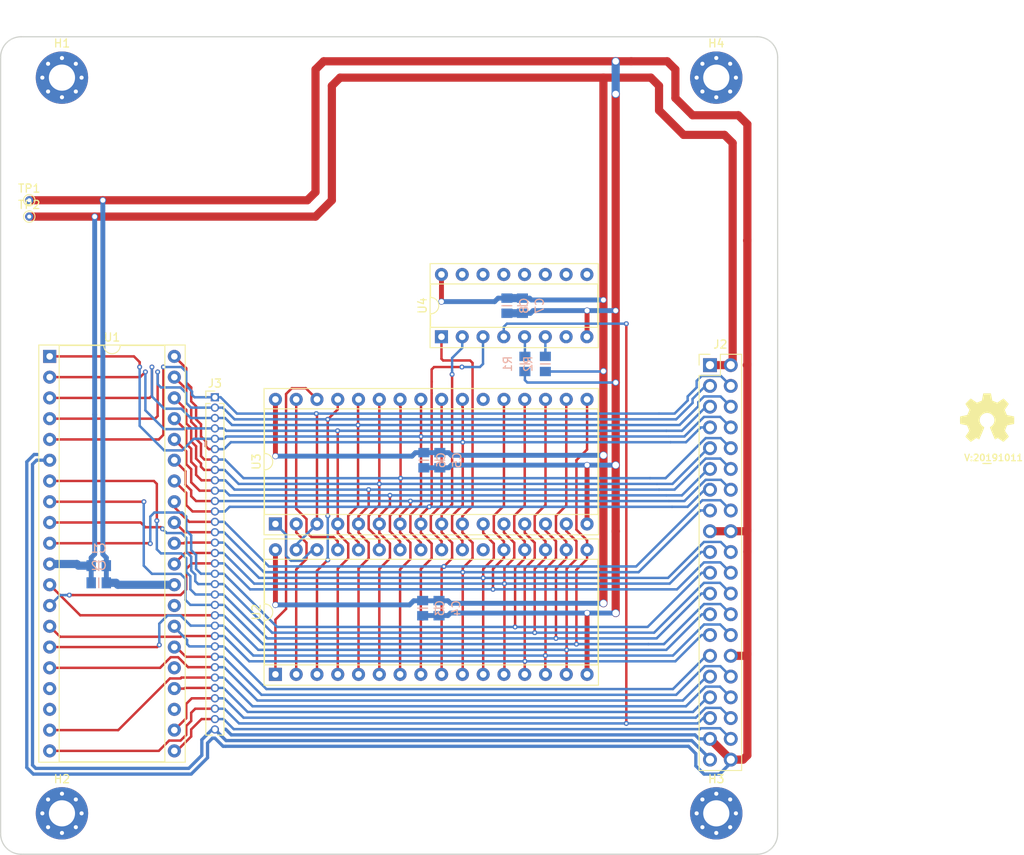
<source format=kicad_pcb>
(kicad_pcb (version 20171130) (host pcbnew 5.1.4-e60b266~84~ubuntu18.04.1)

  (general
    (thickness 1.6)
    (drawings 10)
    (tracks 887)
    (zones 0)
    (modules 24)
    (nets 43)
  )

  (page A4)
  (layers
    (0 F.Cu signal)
    (31 B.Cu signal)
    (32 B.Adhes user)
    (33 F.Adhes user)
    (34 B.Paste user)
    (35 F.Paste user)
    (36 B.SilkS user)
    (37 F.SilkS user)
    (38 B.Mask user)
    (39 F.Mask user)
    (40 Dwgs.User user)
    (41 Cmts.User user)
    (42 Eco1.User user)
    (43 Eco2.User user)
    (44 Edge.Cuts user)
    (45 Margin user)
    (46 B.CrtYd user)
    (47 F.CrtYd user)
    (48 B.Fab user)
    (49 F.Fab user)
  )

  (setup
    (last_trace_width 0.3)
    (user_trace_width 0.15)
    (user_trace_width 0.2)
    (user_trace_width 0.3)
    (user_trace_width 0.4)
    (user_trace_width 0.6)
    (user_trace_width 1)
    (user_trace_width 1.5)
    (user_trace_width 2)
    (trace_clearance 0.2)
    (zone_clearance 0.508)
    (zone_45_only no)
    (trace_min 0.127)
    (via_size 0.6)
    (via_drill 0.3)
    (via_min_size 0.6)
    (via_min_drill 0.3)
    (user_via 0.6 0.3)
    (user_via 0.65 0.4)
    (user_via 0.75 0.6)
    (user_via 0.95 0.8)
    (user_via 1.3 1)
    (user_via 1.5 1.2)
    (user_via 1.7 1.4)
    (user_via 1.9 1.6)
    (uvia_size 0.6)
    (uvia_drill 0.3)
    (uvias_allowed no)
    (uvia_min_size 0.381)
    (uvia_min_drill 0.254)
    (edge_width 0.15)
    (segment_width 0.2)
    (pcb_text_width 0.3)
    (pcb_text_size 1.5 1.5)
    (mod_edge_width 0.15)
    (mod_text_size 1 1)
    (mod_text_width 0.15)
    (pad_size 1.524 1.524)
    (pad_drill 0.762)
    (pad_to_mask_clearance 0.2)
    (aux_axis_origin 0 0)
    (visible_elements FFFFFF7F)
    (pcbplotparams
      (layerselection 0x00030_80000001)
      (usegerberextensions false)
      (usegerberattributes false)
      (usegerberadvancedattributes false)
      (creategerberjobfile false)
      (excludeedgelayer true)
      (linewidth 0.100000)
      (plotframeref false)
      (viasonmask false)
      (mode 1)
      (useauxorigin false)
      (hpglpennumber 1)
      (hpglpenspeed 20)
      (hpglpendiameter 15.000000)
      (psnegative false)
      (psa4output false)
      (plotreference true)
      (plotvalue true)
      (plotinvisibletext false)
      (padsonsilk false)
      (subtractmaskfromsilk false)
      (outputformat 1)
      (mirror false)
      (drillshape 1)
      (scaleselection 1)
      (outputdirectory ""))
  )

  (net 0 "")
  (net 1 /VSS)
  (net 2 /VDD)
  (net 3 /A10)
  (net 4 /!IORQ)
  (net 5 /A9)
  (net 6 /!MREQ)
  (net 7 /A8)
  (net 8 /A7)
  (net 9 /A6)
  (net 10 /!INT)
  (net 11 /A5)
  (net 12 /D1)
  (net 13 /A4)
  (net 14 /D0)
  (net 15 /A3)
  (net 16 /D7)
  (net 17 /A2)
  (net 18 /D2)
  (net 19 /A1)
  (net 20 /A0)
  (net 21 /D6)
  (net 22 /D5)
  (net 23 /D3)
  (net 24 /!M1)
  (net 25 /D4)
  (net 26 /!RESET)
  (net 27 /MCLK)
  (net 28 /A15)
  (net 29 /A14)
  (net 30 /A13)
  (net 31 /!WR)
  (net 32 /A12)
  (net 33 /!RD)
  (net 34 /A11)
  (net 35 /A18)
  (net 36 /A16)
  (net 37 /A17)
  (net 38 /!MEM_WR)
  (net 39 /!MEM_RD)
  (net 40 /!WAIT)
  (net 41 "Net-(R1-Pad1)")
  (net 42 "Net-(R2-Pad1)")

  (net_class Default "This is the default net class."
    (clearance 0.2)
    (trace_width 0.2)
    (via_dia 0.6)
    (via_drill 0.3)
    (uvia_dia 0.6)
    (uvia_drill 0.3)
    (add_net /!BUSACK)
    (add_net /!BUSREQ)
    (add_net /!HALT)
    (add_net /!INT)
    (add_net /!IORQ)
    (add_net /!IOSEL0)
    (add_net /!IOSEL1)
    (add_net /!IOSEL2)
    (add_net /!IOSEL3)
    (add_net /!M1)
    (add_net /!MEM_RD)
    (add_net /!MEM_WR)
    (add_net /!MREQ)
    (add_net /!NMI)
    (add_net /!RAM_CE)
    (add_net /!RD)
    (add_net /!RESET)
    (add_net /!RFSH)
    (add_net /!ROM_CE)
    (add_net /!WAIT)
    (add_net /!WR)
    (add_net /A0)
    (add_net /A1)
    (add_net /A10)
    (add_net /A11)
    (add_net /A12)
    (add_net /A13)
    (add_net /A14)
    (add_net /A15)
    (add_net /A16)
    (add_net /A17)
    (add_net /A18)
    (add_net /A2)
    (add_net /A3)
    (add_net /A4)
    (add_net /A5)
    (add_net /A6)
    (add_net /A7)
    (add_net /A8)
    (add_net /A9)
    (add_net /D0)
    (add_net /D1)
    (add_net /D2)
    (add_net /D3)
    (add_net /D4)
    (add_net /D5)
    (add_net /D6)
    (add_net /D7)
    (add_net "Net-(R1-Pad1)")
    (add_net "Net-(R2-Pad1)")
    (add_net "Net-(U4-Pad10)")
    (add_net "Net-(U4-Pad11)")
    (add_net "Net-(U4-Pad7)")
    (add_net "Net-(U4-Pad9)")
  )

  (net_class CLK ""
    (clearance 0.2)
    (trace_width 0.4)
    (via_dia 0.6)
    (via_drill 0.4)
    (uvia_dia 0.6)
    (uvia_drill 0.3)
    (add_net /MCLK)
  )

  (net_class PWR ""
    (clearance 0.3)
    (trace_width 0.6)
    (via_dia 0.8)
    (via_drill 0.6)
    (uvia_dia 0.6)
    (uvia_drill 0.3)
    (add_net /VDD)
    (add_net /VSS)
  )

  (module Package_DIP:DIP-16_W7.62mm_Socket (layer F.Cu) (tedit 5A02E8C5) (tstamp 5DA8C6B9)
    (at 156.4 86.7 90)
    (descr "16-lead though-hole mounted DIP package, row spacing 7.62 mm (300 mils), Socket")
    (tags "THT DIP DIL PDIP 2.54mm 7.62mm 300mil Socket")
    (path /5DB833E4)
    (fp_text reference U4 (at 3.81 -2.33 90) (layer F.SilkS)
      (effects (font (size 1 1) (thickness 0.15)))
    )
    (fp_text value 74XX138 (at 3.81 20.11 90) (layer F.Fab)
      (effects (font (size 1 1) (thickness 0.15)))
    )
    (fp_text user %R (at 3.81 8.89 90) (layer F.Fab)
      (effects (font (size 1 1) (thickness 0.15)))
    )
    (fp_line (start 9.15 -1.6) (end -1.55 -1.6) (layer F.CrtYd) (width 0.05))
    (fp_line (start 9.15 19.4) (end 9.15 -1.6) (layer F.CrtYd) (width 0.05))
    (fp_line (start -1.55 19.4) (end 9.15 19.4) (layer F.CrtYd) (width 0.05))
    (fp_line (start -1.55 -1.6) (end -1.55 19.4) (layer F.CrtYd) (width 0.05))
    (fp_line (start 8.95 -1.39) (end -1.33 -1.39) (layer F.SilkS) (width 0.12))
    (fp_line (start 8.95 19.17) (end 8.95 -1.39) (layer F.SilkS) (width 0.12))
    (fp_line (start -1.33 19.17) (end 8.95 19.17) (layer F.SilkS) (width 0.12))
    (fp_line (start -1.33 -1.39) (end -1.33 19.17) (layer F.SilkS) (width 0.12))
    (fp_line (start 6.46 -1.33) (end 4.81 -1.33) (layer F.SilkS) (width 0.12))
    (fp_line (start 6.46 19.11) (end 6.46 -1.33) (layer F.SilkS) (width 0.12))
    (fp_line (start 1.16 19.11) (end 6.46 19.11) (layer F.SilkS) (width 0.12))
    (fp_line (start 1.16 -1.33) (end 1.16 19.11) (layer F.SilkS) (width 0.12))
    (fp_line (start 2.81 -1.33) (end 1.16 -1.33) (layer F.SilkS) (width 0.12))
    (fp_line (start 8.89 -1.33) (end -1.27 -1.33) (layer F.Fab) (width 0.1))
    (fp_line (start 8.89 19.11) (end 8.89 -1.33) (layer F.Fab) (width 0.1))
    (fp_line (start -1.27 19.11) (end 8.89 19.11) (layer F.Fab) (width 0.1))
    (fp_line (start -1.27 -1.33) (end -1.27 19.11) (layer F.Fab) (width 0.1))
    (fp_line (start 0.635 -0.27) (end 1.635 -1.27) (layer F.Fab) (width 0.1))
    (fp_line (start 0.635 19.05) (end 0.635 -0.27) (layer F.Fab) (width 0.1))
    (fp_line (start 6.985 19.05) (end 0.635 19.05) (layer F.Fab) (width 0.1))
    (fp_line (start 6.985 -1.27) (end 6.985 19.05) (layer F.Fab) (width 0.1))
    (fp_line (start 1.635 -1.27) (end 6.985 -1.27) (layer F.Fab) (width 0.1))
    (fp_arc (start 3.81 -1.33) (end 2.81 -1.33) (angle -180) (layer F.SilkS) (width 0.12))
    (pad 16 thru_hole oval (at 7.62 0 90) (size 1.6 1.6) (drill 0.8) (layers *.Cu *.Mask)
      (net 2 /VDD))
    (pad 8 thru_hole oval (at 0 17.78 90) (size 1.6 1.6) (drill 0.8) (layers *.Cu *.Mask)
      (net 1 /VSS))
    (pad 15 thru_hole oval (at 7.62 2.54 90) (size 1.6 1.6) (drill 0.8) (layers *.Cu *.Mask))
    (pad 7 thru_hole oval (at 0 15.24 90) (size 1.6 1.6) (drill 0.8) (layers *.Cu *.Mask))
    (pad 14 thru_hole oval (at 7.62 5.08 90) (size 1.6 1.6) (drill 0.8) (layers *.Cu *.Mask))
    (pad 6 thru_hole oval (at 0 12.7 90) (size 1.6 1.6) (drill 0.8) (layers *.Cu *.Mask)
      (net 42 "Net-(R2-Pad1)"))
    (pad 13 thru_hole oval (at 7.62 7.62 90) (size 1.6 1.6) (drill 0.8) (layers *.Cu *.Mask))
    (pad 5 thru_hole oval (at 0 10.16 90) (size 1.6 1.6) (drill 0.8) (layers *.Cu *.Mask)
      (net 41 "Net-(R1-Pad1)"))
    (pad 12 thru_hole oval (at 7.62 10.16 90) (size 1.6 1.6) (drill 0.8) (layers *.Cu *.Mask))
    (pad 4 thru_hole oval (at 0 7.62 90) (size 1.6 1.6) (drill 0.8) (layers *.Cu *.Mask)
      (net 4 /!IORQ))
    (pad 11 thru_hole oval (at 7.62 12.7 90) (size 1.6 1.6) (drill 0.8) (layers *.Cu *.Mask))
    (pad 3 thru_hole oval (at 0 5.08 90) (size 1.6 1.6) (drill 0.8) (layers *.Cu *.Mask)
      (net 13 /A4))
    (pad 10 thru_hole oval (at 7.62 15.24 90) (size 1.6 1.6) (drill 0.8) (layers *.Cu *.Mask))
    (pad 2 thru_hole oval (at 0 2.54 90) (size 1.6 1.6) (drill 0.8) (layers *.Cu *.Mask)
      (net 15 /A3))
    (pad 9 thru_hole oval (at 7.62 17.78 90) (size 1.6 1.6) (drill 0.8) (layers *.Cu *.Mask))
    (pad 1 thru_hole rect (at 0 0 90) (size 1.6 1.6) (drill 0.8) (layers *.Cu *.Mask)
      (net 17 /A2))
    (model ${KISYS3DMOD}/Package_DIP.3dshapes/DIP-16_W7.62mm_Socket.wrl
      (at (xyz 0 0 0))
      (scale (xyz 1 1 1))
      (rotate (xyz 0 0 0))
    )
  )

  (module SquantorRcl:C_0805+0603 (layer B.Cu) (tedit 5D4424FD) (tstamp 5DA8C4FD)
    (at 169.1 90.025 270)
    (descr "Capacitor SMD 0805 and 0603 pad sizes, reflow soldering, based on AVX dimensions")
    (tags "capacitor 0805 0603 mixed")
    (path /5DD3391F)
    (attr smd)
    (fp_text reference R2 (at 0 2.1 90) (layer B.SilkS)
      (effects (font (size 1 1) (thickness 0.15)) (justify mirror))
    )
    (fp_text value 10k (at 0 -2.1 90) (layer B.Fab)
      (effects (font (size 1 1) (thickness 0.15)) (justify mirror))
    )
    (fp_line (start 0 0.6) (end 0 -0.6) (layer B.SilkS) (width 0.15))
    (fp_line (start -0.9 -0.625) (end -0.9 0.625) (layer B.Fab) (width 0.1))
    (fp_line (start 0.9 -0.625) (end -0.9 -0.625) (layer B.Fab) (width 0.1))
    (fp_line (start 0.9 0.625) (end 0.9 -0.625) (layer B.Fab) (width 0.1))
    (fp_line (start -0.9 0.625) (end 0.9 0.625) (layer B.Fab) (width 0.1))
    (fp_line (start -1.75 0.95) (end 1.75 0.95) (layer B.CrtYd) (width 0.05))
    (fp_line (start -1.75 -0.95) (end 1.75 -0.95) (layer B.CrtYd) (width 0.05))
    (fp_line (start -1.75 0.95) (end -1.75 -0.95) (layer B.CrtYd) (width 0.05))
    (fp_line (start 1.75 0.95) (end 1.75 -0.95) (layer B.CrtYd) (width 0.05))
    (pad 1 smd rect (at -0.925 0 270) (size 1.15 1.35) (layers B.Cu B.Paste B.Mask)
      (net 42 "Net-(R2-Pad1)"))
    (pad 2 smd rect (at 0.925 0 270) (size 1.15 1.35) (layers B.Cu B.Paste B.Mask)
      (net 2 /VDD))
    (model ${KISYS3DMOD}/Capacitor_SMD.3dshapes/C_0805_2012Metric.step
      (at (xyz 0 0 0))
      (scale (xyz 1 1 1))
      (rotate (xyz 0 0 0))
    )
  )

  (module SquantorRcl:C_0805+0603 (layer B.Cu) (tedit 5D4424FD) (tstamp 5DA8C4EE)
    (at 166.6 90.025 270)
    (descr "Capacitor SMD 0805 and 0603 pad sizes, reflow soldering, based on AVX dimensions")
    (tags "capacitor 0805 0603 mixed")
    (path /5DD30BD3)
    (attr smd)
    (fp_text reference R1 (at 0 2.1 270) (layer B.SilkS)
      (effects (font (size 1 1) (thickness 0.15)) (justify mirror))
    )
    (fp_text value 10k (at 0 -2.1 270) (layer B.Fab)
      (effects (font (size 1 1) (thickness 0.15)) (justify mirror))
    )
    (fp_line (start 0 0.6) (end 0 -0.6) (layer B.SilkS) (width 0.15))
    (fp_line (start -0.9 -0.625) (end -0.9 0.625) (layer B.Fab) (width 0.1))
    (fp_line (start 0.9 -0.625) (end -0.9 -0.625) (layer B.Fab) (width 0.1))
    (fp_line (start 0.9 0.625) (end 0.9 -0.625) (layer B.Fab) (width 0.1))
    (fp_line (start -0.9 0.625) (end 0.9 0.625) (layer B.Fab) (width 0.1))
    (fp_line (start -1.75 0.95) (end 1.75 0.95) (layer B.CrtYd) (width 0.05))
    (fp_line (start -1.75 -0.95) (end 1.75 -0.95) (layer B.CrtYd) (width 0.05))
    (fp_line (start -1.75 0.95) (end -1.75 -0.95) (layer B.CrtYd) (width 0.05))
    (fp_line (start 1.75 0.95) (end 1.75 -0.95) (layer B.CrtYd) (width 0.05))
    (pad 1 smd rect (at -0.925 0 270) (size 1.15 1.35) (layers B.Cu B.Paste B.Mask)
      (net 41 "Net-(R1-Pad1)"))
    (pad 2 smd rect (at 0.925 0 270) (size 1.15 1.35) (layers B.Cu B.Paste B.Mask)
      (net 1 /VSS))
    (model ${KISYS3DMOD}/Capacitor_SMD.3dshapes/C_0805_2012Metric.step
      (at (xyz 0 0 0))
      (scale (xyz 1 1 1))
      (rotate (xyz 0 0 0))
    )
  )

  (module SquantorRcl:C_0805+0603 (layer B.Cu) (tedit 5D4424FD) (tstamp 5DA8C371)
    (at 164.4 82.9 90)
    (descr "Capacitor SMD 0805 and 0603 pad sizes, reflow soldering, based on AVX dimensions")
    (tags "capacitor 0805 0603 mixed")
    (path /5DC24CF2)
    (attr smd)
    (fp_text reference C8 (at 0 2.1 90) (layer B.SilkS)
      (effects (font (size 1 1) (thickness 0.15)) (justify mirror))
    )
    (fp_text value 100n (at 0 -2.1 90) (layer B.Fab)
      (effects (font (size 1 1) (thickness 0.15)) (justify mirror))
    )
    (fp_line (start 0 0.6) (end 0 -0.6) (layer B.SilkS) (width 0.15))
    (fp_line (start -0.9 -0.625) (end -0.9 0.625) (layer B.Fab) (width 0.1))
    (fp_line (start 0.9 -0.625) (end -0.9 -0.625) (layer B.Fab) (width 0.1))
    (fp_line (start 0.9 0.625) (end 0.9 -0.625) (layer B.Fab) (width 0.1))
    (fp_line (start -0.9 0.625) (end 0.9 0.625) (layer B.Fab) (width 0.1))
    (fp_line (start -1.75 0.95) (end 1.75 0.95) (layer B.CrtYd) (width 0.05))
    (fp_line (start -1.75 -0.95) (end 1.75 -0.95) (layer B.CrtYd) (width 0.05))
    (fp_line (start -1.75 0.95) (end -1.75 -0.95) (layer B.CrtYd) (width 0.05))
    (fp_line (start 1.75 0.95) (end 1.75 -0.95) (layer B.CrtYd) (width 0.05))
    (pad 1 smd rect (at -0.925 0 90) (size 1.15 1.35) (layers B.Cu B.Paste B.Mask)
      (net 1 /VSS))
    (pad 2 smd rect (at 0.925 0 90) (size 1.15 1.35) (layers B.Cu B.Paste B.Mask)
      (net 2 /VDD))
    (model ${KISYS3DMOD}/Capacitor_SMD.3dshapes/C_0805_2012Metric.step
      (at (xyz 0 0 0))
      (scale (xyz 1 1 1))
      (rotate (xyz 0 0 0))
    )
  )

  (module SquantorRcl:C_0805+0603 (layer B.Cu) (tedit 5D4424FD) (tstamp 5DA8C362)
    (at 166.3 82.9 90)
    (descr "Capacitor SMD 0805 and 0603 pad sizes, reflow soldering, based on AVX dimensions")
    (tags "capacitor 0805 0603 mixed")
    (path /5DBFEA51)
    (attr smd)
    (fp_text reference C7 (at 0 2.1 90) (layer B.SilkS)
      (effects (font (size 1 1) (thickness 0.15)) (justify mirror))
    )
    (fp_text value 1u (at 0 -2.1 90) (layer B.Fab)
      (effects (font (size 1 1) (thickness 0.15)) (justify mirror))
    )
    (fp_line (start 0 0.6) (end 0 -0.6) (layer B.SilkS) (width 0.15))
    (fp_line (start -0.9 -0.625) (end -0.9 0.625) (layer B.Fab) (width 0.1))
    (fp_line (start 0.9 -0.625) (end -0.9 -0.625) (layer B.Fab) (width 0.1))
    (fp_line (start 0.9 0.625) (end 0.9 -0.625) (layer B.Fab) (width 0.1))
    (fp_line (start -0.9 0.625) (end 0.9 0.625) (layer B.Fab) (width 0.1))
    (fp_line (start -1.75 0.95) (end 1.75 0.95) (layer B.CrtYd) (width 0.05))
    (fp_line (start -1.75 -0.95) (end 1.75 -0.95) (layer B.CrtYd) (width 0.05))
    (fp_line (start -1.75 0.95) (end -1.75 -0.95) (layer B.CrtYd) (width 0.05))
    (fp_line (start 1.75 0.95) (end 1.75 -0.95) (layer B.CrtYd) (width 0.05))
    (pad 1 smd rect (at -0.925 0 90) (size 1.15 1.35) (layers B.Cu B.Paste B.Mask)
      (net 1 /VSS))
    (pad 2 smd rect (at 0.925 0 90) (size 1.15 1.35) (layers B.Cu B.Paste B.Mask)
      (net 2 /VDD))
    (model ${KISYS3DMOD}/Capacitor_SMD.3dshapes/C_0805_2012Metric.step
      (at (xyz 0 0 0))
      (scale (xyz 1 1 1))
      (rotate (xyz 0 0 0))
    )
  )

  (module Connector_PinHeader_1.27mm:PinHeader_1x33_P1.27mm_Vertical (layer F.Cu) (tedit 59FED6E3) (tstamp 5DA6083D)
    (at 128.7 94.1)
    (descr "Through hole straight pin header, 1x33, 1.27mm pitch, single row")
    (tags "Through hole pin header THT 1x33 1.27mm single row")
    (path /5DA99C53)
    (fp_text reference J3 (at 0 -1.695) (layer F.SilkS)
      (effects (font (size 1 1) (thickness 0.15)))
    )
    (fp_text value Conn_01x32 (at 0 42.335) (layer F.Fab)
      (effects (font (size 1 1) (thickness 0.15)))
    )
    (fp_text user %R (at 0 20.32 90) (layer F.Fab)
      (effects (font (size 1 1) (thickness 0.15)))
    )
    (fp_line (start 1.55 -1.15) (end -1.55 -1.15) (layer F.CrtYd) (width 0.05))
    (fp_line (start 1.55 41.8) (end 1.55 -1.15) (layer F.CrtYd) (width 0.05))
    (fp_line (start -1.55 41.8) (end 1.55 41.8) (layer F.CrtYd) (width 0.05))
    (fp_line (start -1.55 -1.15) (end -1.55 41.8) (layer F.CrtYd) (width 0.05))
    (fp_line (start -1.11 -0.76) (end 0 -0.76) (layer F.SilkS) (width 0.12))
    (fp_line (start -1.11 0) (end -1.11 -0.76) (layer F.SilkS) (width 0.12))
    (fp_line (start 0.563471 0.76) (end 1.11 0.76) (layer F.SilkS) (width 0.12))
    (fp_line (start -1.11 0.76) (end -0.563471 0.76) (layer F.SilkS) (width 0.12))
    (fp_line (start 1.11 0.76) (end 1.11 41.335) (layer F.SilkS) (width 0.12))
    (fp_line (start -1.11 0.76) (end -1.11 41.335) (layer F.SilkS) (width 0.12))
    (fp_line (start 0.30753 41.335) (end 1.11 41.335) (layer F.SilkS) (width 0.12))
    (fp_line (start -1.11 41.335) (end -0.30753 41.335) (layer F.SilkS) (width 0.12))
    (fp_line (start -1.05 -0.11) (end -0.525 -0.635) (layer F.Fab) (width 0.1))
    (fp_line (start -1.05 41.275) (end -1.05 -0.11) (layer F.Fab) (width 0.1))
    (fp_line (start 1.05 41.275) (end -1.05 41.275) (layer F.Fab) (width 0.1))
    (fp_line (start 1.05 -0.635) (end 1.05 41.275) (layer F.Fab) (width 0.1))
    (fp_line (start -0.525 -0.635) (end 1.05 -0.635) (layer F.Fab) (width 0.1))
    (pad 33 thru_hole oval (at 0 40.64) (size 1 1) (drill 0.65) (layers *.Cu *.Mask)
      (net 27 /MCLK))
    (pad 32 thru_hole oval (at 0 39.37) (size 1 1) (drill 0.65) (layers *.Cu *.Mask)
      (net 33 /!RD))
    (pad 31 thru_hole oval (at 0 38.1) (size 1 1) (drill 0.65) (layers *.Cu *.Mask)
      (net 4 /!IORQ))
    (pad 30 thru_hole oval (at 0 36.83) (size 1 1) (drill 0.65) (layers *.Cu *.Mask)
      (net 31 /!WR))
    (pad 29 thru_hole oval (at 0 35.56) (size 1 1) (drill 0.65) (layers *.Cu *.Mask)
      (net 40 /!WAIT))
    (pad 28 thru_hole oval (at 0 34.29) (size 1 1) (drill 0.65) (layers *.Cu *.Mask)
      (net 6 /!MREQ))
    (pad 27 thru_hole oval (at 0 33.02) (size 1 1) (drill 0.65) (layers *.Cu *.Mask)
      (net 10 /!INT))
    (pad 26 thru_hole oval (at 0 31.75) (size 1 1) (drill 0.65) (layers *.Cu *.Mask)
      (net 26 /!RESET))
    (pad 25 thru_hole oval (at 0 30.48) (size 1 1) (drill 0.65) (layers *.Cu *.Mask)
      (net 24 /!M1))
    (pad 24 thru_hole oval (at 0 29.21) (size 1 1) (drill 0.65) (layers *.Cu *.Mask)
      (net 14 /D0))
    (pad 23 thru_hole oval (at 0 27.94) (size 1 1) (drill 0.65) (layers *.Cu *.Mask)
      (net 12 /D1))
    (pad 22 thru_hole oval (at 0 26.67) (size 1 1) (drill 0.65) (layers *.Cu *.Mask)
      (net 18 /D2))
    (pad 21 thru_hole oval (at 0 25.4) (size 1 1) (drill 0.65) (layers *.Cu *.Mask)
      (net 23 /D3))
    (pad 20 thru_hole oval (at 0 24.13) (size 1 1) (drill 0.65) (layers *.Cu *.Mask)
      (net 25 /D4))
    (pad 19 thru_hole oval (at 0 22.86) (size 1 1) (drill 0.65) (layers *.Cu *.Mask)
      (net 22 /D5))
    (pad 18 thru_hole oval (at 0 21.59) (size 1 1) (drill 0.65) (layers *.Cu *.Mask)
      (net 21 /D6))
    (pad 17 thru_hole oval (at 0 20.32) (size 1 1) (drill 0.65) (layers *.Cu *.Mask)
      (net 16 /D7))
    (pad 16 thru_hole oval (at 0 19.05) (size 1 1) (drill 0.65) (layers *.Cu *.Mask)
      (net 20 /A0))
    (pad 15 thru_hole oval (at 0 17.78) (size 1 1) (drill 0.65) (layers *.Cu *.Mask)
      (net 19 /A1))
    (pad 14 thru_hole oval (at 0 16.51) (size 1 1) (drill 0.65) (layers *.Cu *.Mask)
      (net 17 /A2))
    (pad 13 thru_hole oval (at 0 15.24) (size 1 1) (drill 0.65) (layers *.Cu *.Mask)
      (net 15 /A3))
    (pad 12 thru_hole oval (at 0 13.97) (size 1 1) (drill 0.65) (layers *.Cu *.Mask)
      (net 13 /A4))
    (pad 11 thru_hole oval (at 0 12.7) (size 1 1) (drill 0.65) (layers *.Cu *.Mask)
      (net 11 /A5))
    (pad 10 thru_hole oval (at 0 11.43) (size 1 1) (drill 0.65) (layers *.Cu *.Mask)
      (net 9 /A6))
    (pad 9 thru_hole oval (at 0 10.16) (size 1 1) (drill 0.65) (layers *.Cu *.Mask)
      (net 8 /A7))
    (pad 8 thru_hole oval (at 0 8.89) (size 1 1) (drill 0.65) (layers *.Cu *.Mask)
      (net 7 /A8))
    (pad 7 thru_hole oval (at 0 7.62) (size 1 1) (drill 0.65) (layers *.Cu *.Mask)
      (net 5 /A9))
    (pad 6 thru_hole oval (at 0 6.35) (size 1 1) (drill 0.65) (layers *.Cu *.Mask)
      (net 3 /A10))
    (pad 5 thru_hole oval (at 0 5.08) (size 1 1) (drill 0.65) (layers *.Cu *.Mask)
      (net 34 /A11))
    (pad 4 thru_hole oval (at 0 3.81) (size 1 1) (drill 0.65) (layers *.Cu *.Mask)
      (net 32 /A12))
    (pad 3 thru_hole oval (at 0 2.54) (size 1 1) (drill 0.65) (layers *.Cu *.Mask)
      (net 30 /A13))
    (pad 2 thru_hole oval (at 0 1.27) (size 1 1) (drill 0.65) (layers *.Cu *.Mask)
      (net 29 /A14))
    (pad 1 thru_hole rect (at 0 0) (size 1 1) (drill 0.65) (layers *.Cu *.Mask)
      (net 28 /A15))
    (model ${KISYS3DMOD}/Connector_PinHeader_1.27mm.3dshapes/PinHeader_1x33_P1.27mm_Vertical.wrl
      (at (xyz 0 0 0))
      (scale (xyz 1 1 1))
      (rotate (xyz 0 0 0))
    )
  )

  (module Connector_PinHeader_2.54mm:PinHeader_2x20_P2.54mm_Vertical locked (layer F.Cu) (tedit 59FED5CC) (tstamp 5DA2FED3)
    (at 189.23 90.17)
    (descr "Through hole straight pin header, 2x20, 2.54mm pitch, double rows")
    (tags "Through hole pin header THT 2x20 2.54mm double row")
    (path /5DA3128D)
    (fp_text reference J2 (at 1.27 -2.54) (layer F.SilkS)
      (effects (font (size 1 1) (thickness 0.15)))
    )
    (fp_text value Conn_02x15_Odd_Even (at 1.27 50.59) (layer F.Fab)
      (effects (font (size 1 1) (thickness 0.15)))
    )
    (fp_text user %R (at 1.27 24.13 90) (layer F.Fab)
      (effects (font (size 1 1) (thickness 0.15)))
    )
    (fp_line (start 4.35 -1.8) (end -1.8 -1.8) (layer F.CrtYd) (width 0.05))
    (fp_line (start 4.35 50.05) (end 4.35 -1.8) (layer F.CrtYd) (width 0.05))
    (fp_line (start -1.8 50.05) (end 4.35 50.05) (layer F.CrtYd) (width 0.05))
    (fp_line (start -1.8 -1.8) (end -1.8 50.05) (layer F.CrtYd) (width 0.05))
    (fp_line (start -1.33 -1.33) (end 0 -1.33) (layer F.SilkS) (width 0.12))
    (fp_line (start -1.33 0) (end -1.33 -1.33) (layer F.SilkS) (width 0.12))
    (fp_line (start 1.27 -1.33) (end 3.87 -1.33) (layer F.SilkS) (width 0.12))
    (fp_line (start 1.27 1.27) (end 1.27 -1.33) (layer F.SilkS) (width 0.12))
    (fp_line (start -1.33 1.27) (end 1.27 1.27) (layer F.SilkS) (width 0.12))
    (fp_line (start 3.87 -1.33) (end 3.87 49.59) (layer F.SilkS) (width 0.12))
    (fp_line (start -1.33 1.27) (end -1.33 49.59) (layer F.SilkS) (width 0.12))
    (fp_line (start -1.33 49.59) (end 3.87 49.59) (layer F.SilkS) (width 0.12))
    (fp_line (start -1.27 0) (end 0 -1.27) (layer F.Fab) (width 0.1))
    (fp_line (start -1.27 49.53) (end -1.27 0) (layer F.Fab) (width 0.1))
    (fp_line (start 3.81 49.53) (end -1.27 49.53) (layer F.Fab) (width 0.1))
    (fp_line (start 3.81 -1.27) (end 3.81 49.53) (layer F.Fab) (width 0.1))
    (fp_line (start 0 -1.27) (end 3.81 -1.27) (layer F.Fab) (width 0.1))
    (pad 40 thru_hole oval (at 2.54 48.26) (size 1.7 1.7) (drill 1) (layers *.Cu *.Mask)
      (net 1 /VSS))
    (pad 39 thru_hole oval (at 0 48.26) (size 1.7 1.7) (drill 1) (layers *.Cu *.Mask)
      (net 27 /MCLK))
    (pad 38 thru_hole oval (at 2.54 45.72) (size 1.7 1.7) (drill 1) (layers *.Cu *.Mask)
      (net 33 /!RD))
    (pad 37 thru_hole oval (at 0 45.72) (size 1.7 1.7) (drill 1) (layers *.Cu *.Mask)
      (net 1 /VSS))
    (pad 36 thru_hole oval (at 2.54 43.18) (size 1.7 1.7) (drill 1) (layers *.Cu *.Mask)
      (net 31 /!WR))
    (pad 35 thru_hole oval (at 0 43.18) (size 1.7 1.7) (drill 1) (layers *.Cu *.Mask)
      (net 4 /!IORQ))
    (pad 34 thru_hole oval (at 2.54 40.64) (size 1.7 1.7) (drill 1) (layers *.Cu *.Mask)
      (net 6 /!MREQ))
    (pad 33 thru_hole oval (at 0 40.64) (size 1.7 1.7) (drill 1) (layers *.Cu *.Mask)
      (net 40 /!WAIT))
    (pad 32 thru_hole oval (at 2.54 38.1) (size 1.7 1.7) (drill 1) (layers *.Cu *.Mask)
      (net 26 /!RESET))
    (pad 31 thru_hole oval (at 0 38.1) (size 1.7 1.7) (drill 1) (layers *.Cu *.Mask)
      (net 10 /!INT))
    (pad 30 thru_hole oval (at 2.54 35.56) (size 1.7 1.7) (drill 1) (layers *.Cu *.Mask)
      (net 1 /VSS))
    (pad 29 thru_hole oval (at 0 35.56) (size 1.7 1.7) (drill 1) (layers *.Cu *.Mask)
      (net 24 /!M1))
    (pad 28 thru_hole oval (at 2.54 33.02) (size 1.7 1.7) (drill 1) (layers *.Cu *.Mask)
      (net 12 /D1))
    (pad 27 thru_hole oval (at 0 33.02) (size 1.7 1.7) (drill 1) (layers *.Cu *.Mask)
      (net 14 /D0))
    (pad 26 thru_hole oval (at 2.54 30.48) (size 1.7 1.7) (drill 1) (layers *.Cu *.Mask)
      (net 23 /D3))
    (pad 25 thru_hole oval (at 0 30.48) (size 1.7 1.7) (drill 1) (layers *.Cu *.Mask)
      (net 18 /D2))
    (pad 24 thru_hole oval (at 2.54 27.94) (size 1.7 1.7) (drill 1) (layers *.Cu *.Mask)
      (net 22 /D5))
    (pad 23 thru_hole oval (at 0 27.94) (size 1.7 1.7) (drill 1) (layers *.Cu *.Mask)
      (net 25 /D4))
    (pad 22 thru_hole oval (at 2.54 25.4) (size 1.7 1.7) (drill 1) (layers *.Cu *.Mask)
      (net 16 /D7))
    (pad 21 thru_hole oval (at 0 25.4) (size 1.7 1.7) (drill 1) (layers *.Cu *.Mask)
      (net 21 /D6))
    (pad 20 thru_hole oval (at 2.54 22.86) (size 1.7 1.7) (drill 1) (layers *.Cu *.Mask)
      (net 19 /A1))
    (pad 19 thru_hole oval (at 0 22.86) (size 1.7 1.7) (drill 1) (layers *.Cu *.Mask)
      (net 20 /A0))
    (pad 18 thru_hole oval (at 2.54 20.32) (size 1.7 1.7) (drill 1) (layers *.Cu *.Mask)
      (net 1 /VSS))
    (pad 17 thru_hole oval (at 0 20.32) (size 1.7 1.7) (drill 1) (layers *.Cu *.Mask)
      (net 1 /VSS))
    (pad 16 thru_hole oval (at 2.54 17.78) (size 1.7 1.7) (drill 1) (layers *.Cu *.Mask)
      (net 15 /A3))
    (pad 15 thru_hole oval (at 0 17.78) (size 1.7 1.7) (drill 1) (layers *.Cu *.Mask)
      (net 17 /A2))
    (pad 14 thru_hole oval (at 2.54 15.24) (size 1.7 1.7) (drill 1) (layers *.Cu *.Mask)
      (net 11 /A5))
    (pad 13 thru_hole oval (at 0 15.24) (size 1.7 1.7) (drill 1) (layers *.Cu *.Mask)
      (net 13 /A4))
    (pad 12 thru_hole oval (at 2.54 12.7) (size 1.7 1.7) (drill 1) (layers *.Cu *.Mask)
      (net 8 /A7))
    (pad 11 thru_hole oval (at 0 12.7) (size 1.7 1.7) (drill 1) (layers *.Cu *.Mask)
      (net 9 /A6))
    (pad 10 thru_hole oval (at 2.54 10.16) (size 1.7 1.7) (drill 1) (layers *.Cu *.Mask)
      (net 5 /A9))
    (pad 9 thru_hole oval (at 0 10.16) (size 1.7 1.7) (drill 1) (layers *.Cu *.Mask)
      (net 7 /A8))
    (pad 8 thru_hole oval (at 2.54 7.62) (size 1.7 1.7) (drill 1) (layers *.Cu *.Mask)
      (net 34 /A11))
    (pad 7 thru_hole oval (at 0 7.62) (size 1.7 1.7) (drill 1) (layers *.Cu *.Mask)
      (net 3 /A10))
    (pad 6 thru_hole oval (at 2.54 5.08) (size 1.7 1.7) (drill 1) (layers *.Cu *.Mask)
      (net 30 /A13))
    (pad 5 thru_hole oval (at 0 5.08) (size 1.7 1.7) (drill 1) (layers *.Cu *.Mask)
      (net 32 /A12))
    (pad 4 thru_hole oval (at 2.54 2.54) (size 1.7 1.7) (drill 1) (layers *.Cu *.Mask)
      (net 28 /A15))
    (pad 3 thru_hole oval (at 0 2.54) (size 1.7 1.7) (drill 1) (layers *.Cu *.Mask)
      (net 29 /A14))
    (pad 2 thru_hole oval (at 2.54 0) (size 1.7 1.7) (drill 1) (layers *.Cu *.Mask)
      (net 2 /VDD))
    (pad 1 thru_hole rect (at 0 0) (size 1.7 1.7) (drill 1) (layers *.Cu *.Mask)
      (net 2 /VDD))
    (model ${KISYS3DMOD}/Connector_PinHeader_2.54mm.3dshapes/PinHeader_2x20_P2.54mm_Vertical.wrl
      (at (xyz 0 0 0))
      (scale (xyz 1 1 1))
      (rotate (xyz 0 0 0))
    )
  )

  (module Package_DIP:DIP-32_W15.24mm_Socket (layer F.Cu) (tedit 5A02E8C5) (tstamp 5DA7DC35)
    (at 136.1 109.6 90)
    (descr "32-lead though-hole mounted DIP package, row spacing 15.24 mm (600 mils), Socket")
    (tags "THT DIP DIL PDIP 2.54mm 15.24mm 600mil Socket")
    (path /5E1444E9)
    (fp_text reference U3 (at 7.62 -2.33 90) (layer F.SilkS)
      (effects (font (size 1 1) (thickness 0.15)))
    )
    (fp_text value EEPROM_512K8B_DIP (at 7.62 40.43 90) (layer F.Fab)
      (effects (font (size 1 1) (thickness 0.15)))
    )
    (fp_text user %R (at 7.62 19.05 90) (layer F.Fab)
      (effects (font (size 1 1) (thickness 0.15)))
    )
    (fp_line (start 16.8 -1.6) (end -1.55 -1.6) (layer F.CrtYd) (width 0.05))
    (fp_line (start 16.8 39.7) (end 16.8 -1.6) (layer F.CrtYd) (width 0.05))
    (fp_line (start -1.55 39.7) (end 16.8 39.7) (layer F.CrtYd) (width 0.05))
    (fp_line (start -1.55 -1.6) (end -1.55 39.7) (layer F.CrtYd) (width 0.05))
    (fp_line (start 16.57 -1.39) (end -1.33 -1.39) (layer F.SilkS) (width 0.12))
    (fp_line (start 16.57 39.49) (end 16.57 -1.39) (layer F.SilkS) (width 0.12))
    (fp_line (start -1.33 39.49) (end 16.57 39.49) (layer F.SilkS) (width 0.12))
    (fp_line (start -1.33 -1.39) (end -1.33 39.49) (layer F.SilkS) (width 0.12))
    (fp_line (start 14.08 -1.33) (end 8.62 -1.33) (layer F.SilkS) (width 0.12))
    (fp_line (start 14.08 39.43) (end 14.08 -1.33) (layer F.SilkS) (width 0.12))
    (fp_line (start 1.16 39.43) (end 14.08 39.43) (layer F.SilkS) (width 0.12))
    (fp_line (start 1.16 -1.33) (end 1.16 39.43) (layer F.SilkS) (width 0.12))
    (fp_line (start 6.62 -1.33) (end 1.16 -1.33) (layer F.SilkS) (width 0.12))
    (fp_line (start 16.51 -1.33) (end -1.27 -1.33) (layer F.Fab) (width 0.1))
    (fp_line (start 16.51 39.43) (end 16.51 -1.33) (layer F.Fab) (width 0.1))
    (fp_line (start -1.27 39.43) (end 16.51 39.43) (layer F.Fab) (width 0.1))
    (fp_line (start -1.27 -1.33) (end -1.27 39.43) (layer F.Fab) (width 0.1))
    (fp_line (start 0.255 -0.27) (end 1.255 -1.27) (layer F.Fab) (width 0.1))
    (fp_line (start 0.255 39.37) (end 0.255 -0.27) (layer F.Fab) (width 0.1))
    (fp_line (start 14.985 39.37) (end 0.255 39.37) (layer F.Fab) (width 0.1))
    (fp_line (start 14.985 -1.27) (end 14.985 39.37) (layer F.Fab) (width 0.1))
    (fp_line (start 1.255 -1.27) (end 14.985 -1.27) (layer F.Fab) (width 0.1))
    (fp_arc (start 7.62 -1.33) (end 6.62 -1.33) (angle -180) (layer F.SilkS) (width 0.12))
    (pad 32 thru_hole oval (at 15.24 0 90) (size 1.6 1.6) (drill 0.8) (layers *.Cu *.Mask)
      (net 2 /VDD))
    (pad 16 thru_hole oval (at 0 38.1 90) (size 1.6 1.6) (drill 0.8) (layers *.Cu *.Mask)
      (net 1 /VSS))
    (pad 31 thru_hole oval (at 15.24 2.54 90) (size 1.6 1.6) (drill 0.8) (layers *.Cu *.Mask)
      (net 38 /!MEM_WR))
    (pad 15 thru_hole oval (at 0 35.56 90) (size 1.6 1.6) (drill 0.8) (layers *.Cu *.Mask)
      (net 18 /D2))
    (pad 30 thru_hole oval (at 15.24 5.08 90) (size 1.6 1.6) (drill 0.8) (layers *.Cu *.Mask)
      (net 37 /A17))
    (pad 14 thru_hole oval (at 0 33.02 90) (size 1.6 1.6) (drill 0.8) (layers *.Cu *.Mask)
      (net 12 /D1))
    (pad 29 thru_hole oval (at 15.24 7.62 90) (size 1.6 1.6) (drill 0.8) (layers *.Cu *.Mask)
      (net 29 /A14))
    (pad 13 thru_hole oval (at 0 30.48 90) (size 1.6 1.6) (drill 0.8) (layers *.Cu *.Mask)
      (net 14 /D0))
    (pad 28 thru_hole oval (at 15.24 10.16 90) (size 1.6 1.6) (drill 0.8) (layers *.Cu *.Mask)
      (net 30 /A13))
    (pad 12 thru_hole oval (at 0 27.94 90) (size 1.6 1.6) (drill 0.8) (layers *.Cu *.Mask)
      (net 20 /A0))
    (pad 27 thru_hole oval (at 15.24 12.7 90) (size 1.6 1.6) (drill 0.8) (layers *.Cu *.Mask)
      (net 7 /A8))
    (pad 11 thru_hole oval (at 0 25.4 90) (size 1.6 1.6) (drill 0.8) (layers *.Cu *.Mask)
      (net 19 /A1))
    (pad 26 thru_hole oval (at 15.24 15.24 90) (size 1.6 1.6) (drill 0.8) (layers *.Cu *.Mask)
      (net 5 /A9))
    (pad 10 thru_hole oval (at 0 22.86 90) (size 1.6 1.6) (drill 0.8) (layers *.Cu *.Mask)
      (net 17 /A2))
    (pad 25 thru_hole oval (at 15.24 17.78 90) (size 1.6 1.6) (drill 0.8) (layers *.Cu *.Mask)
      (net 34 /A11))
    (pad 9 thru_hole oval (at 0 20.32 90) (size 1.6 1.6) (drill 0.8) (layers *.Cu *.Mask)
      (net 15 /A3))
    (pad 24 thru_hole oval (at 15.24 20.32 90) (size 1.6 1.6) (drill 0.8) (layers *.Cu *.Mask)
      (net 39 /!MEM_RD))
    (pad 8 thru_hole oval (at 0 17.78 90) (size 1.6 1.6) (drill 0.8) (layers *.Cu *.Mask)
      (net 13 /A4))
    (pad 23 thru_hole oval (at 15.24 22.86 90) (size 1.6 1.6) (drill 0.8) (layers *.Cu *.Mask)
      (net 3 /A10))
    (pad 7 thru_hole oval (at 0 15.24 90) (size 1.6 1.6) (drill 0.8) (layers *.Cu *.Mask)
      (net 11 /A5))
    (pad 22 thru_hole oval (at 15.24 25.4 90) (size 1.6 1.6) (drill 0.8) (layers *.Cu *.Mask))
    (pad 6 thru_hole oval (at 0 12.7 90) (size 1.6 1.6) (drill 0.8) (layers *.Cu *.Mask)
      (net 9 /A6))
    (pad 21 thru_hole oval (at 15.24 27.94 90) (size 1.6 1.6) (drill 0.8) (layers *.Cu *.Mask)
      (net 16 /D7))
    (pad 5 thru_hole oval (at 0 10.16 90) (size 1.6 1.6) (drill 0.8) (layers *.Cu *.Mask)
      (net 8 /A7))
    (pad 20 thru_hole oval (at 15.24 30.48 90) (size 1.6 1.6) (drill 0.8) (layers *.Cu *.Mask)
      (net 21 /D6))
    (pad 4 thru_hole oval (at 0 7.62 90) (size 1.6 1.6) (drill 0.8) (layers *.Cu *.Mask)
      (net 32 /A12))
    (pad 19 thru_hole oval (at 15.24 33.02 90) (size 1.6 1.6) (drill 0.8) (layers *.Cu *.Mask)
      (net 22 /D5))
    (pad 3 thru_hole oval (at 0 5.08 90) (size 1.6 1.6) (drill 0.8) (layers *.Cu *.Mask)
      (net 28 /A15))
    (pad 18 thru_hole oval (at 15.24 35.56 90) (size 1.6 1.6) (drill 0.8) (layers *.Cu *.Mask)
      (net 25 /D4))
    (pad 2 thru_hole oval (at 0 2.54 90) (size 1.6 1.6) (drill 0.8) (layers *.Cu *.Mask)
      (net 36 /A16))
    (pad 17 thru_hole oval (at 15.24 38.1 90) (size 1.6 1.6) (drill 0.8) (layers *.Cu *.Mask)
      (net 23 /D3))
    (pad 1 thru_hole rect (at 0 0 90) (size 1.6 1.6) (drill 0.8) (layers *.Cu *.Mask)
      (net 35 /A18))
    (model ${KISYS3DMOD}/Package_DIP.3dshapes/DIP-32_W15.24mm_Socket.wrl
      (at (xyz 0 0 0))
      (scale (xyz 1 1 1))
      (rotate (xyz 0 0 0))
    )
  )

  (module Package_DIP:DIP-32_W15.24mm_Socket (layer F.Cu) (tedit 5A02E8C5) (tstamp 5DA7DF7D)
    (at 136.1 128 90)
    (descr "32-lead though-hole mounted DIP package, row spacing 15.24 mm (600 mils), Socket")
    (tags "THT DIP DIL PDIP 2.54mm 15.24mm 600mil Socket")
    (path /5DBFB0B6)
    (fp_text reference U2 (at 7.62 -2.33 90) (layer F.SilkS)
      (effects (font (size 1 1) (thickness 0.15)))
    )
    (fp_text value SRAM_512K8B_DIP_SOP_SOJ (at 7.62 40.43 90) (layer F.Fab)
      (effects (font (size 1 1) (thickness 0.15)))
    )
    (fp_text user %R (at 7.62 19.05 90) (layer F.Fab)
      (effects (font (size 1 1) (thickness 0.15)))
    )
    (fp_line (start 16.8 -1.6) (end -1.55 -1.6) (layer F.CrtYd) (width 0.05))
    (fp_line (start 16.8 39.7) (end 16.8 -1.6) (layer F.CrtYd) (width 0.05))
    (fp_line (start -1.55 39.7) (end 16.8 39.7) (layer F.CrtYd) (width 0.05))
    (fp_line (start -1.55 -1.6) (end -1.55 39.7) (layer F.CrtYd) (width 0.05))
    (fp_line (start 16.57 -1.39) (end -1.33 -1.39) (layer F.SilkS) (width 0.12))
    (fp_line (start 16.57 39.49) (end 16.57 -1.39) (layer F.SilkS) (width 0.12))
    (fp_line (start -1.33 39.49) (end 16.57 39.49) (layer F.SilkS) (width 0.12))
    (fp_line (start -1.33 -1.39) (end -1.33 39.49) (layer F.SilkS) (width 0.12))
    (fp_line (start 14.08 -1.33) (end 8.62 -1.33) (layer F.SilkS) (width 0.12))
    (fp_line (start 14.08 39.43) (end 14.08 -1.33) (layer F.SilkS) (width 0.12))
    (fp_line (start 1.16 39.43) (end 14.08 39.43) (layer F.SilkS) (width 0.12))
    (fp_line (start 1.16 -1.33) (end 1.16 39.43) (layer F.SilkS) (width 0.12))
    (fp_line (start 6.62 -1.33) (end 1.16 -1.33) (layer F.SilkS) (width 0.12))
    (fp_line (start 16.51 -1.33) (end -1.27 -1.33) (layer F.Fab) (width 0.1))
    (fp_line (start 16.51 39.43) (end 16.51 -1.33) (layer F.Fab) (width 0.1))
    (fp_line (start -1.27 39.43) (end 16.51 39.43) (layer F.Fab) (width 0.1))
    (fp_line (start -1.27 -1.33) (end -1.27 39.43) (layer F.Fab) (width 0.1))
    (fp_line (start 0.255 -0.27) (end 1.255 -1.27) (layer F.Fab) (width 0.1))
    (fp_line (start 0.255 39.37) (end 0.255 -0.27) (layer F.Fab) (width 0.1))
    (fp_line (start 14.985 39.37) (end 0.255 39.37) (layer F.Fab) (width 0.1))
    (fp_line (start 14.985 -1.27) (end 14.985 39.37) (layer F.Fab) (width 0.1))
    (fp_line (start 1.255 -1.27) (end 14.985 -1.27) (layer F.Fab) (width 0.1))
    (fp_arc (start 7.62 -1.33) (end 6.62 -1.33) (angle -180) (layer F.SilkS) (width 0.12))
    (pad 32 thru_hole oval (at 15.24 0 90) (size 1.6 1.6) (drill 0.8) (layers *.Cu *.Mask)
      (net 2 /VDD))
    (pad 16 thru_hole oval (at 0 38.1 90) (size 1.6 1.6) (drill 0.8) (layers *.Cu *.Mask)
      (net 1 /VSS))
    (pad 31 thru_hole oval (at 15.24 2.54 90) (size 1.6 1.6) (drill 0.8) (layers *.Cu *.Mask)
      (net 28 /A15))
    (pad 15 thru_hole oval (at 0 35.56 90) (size 1.6 1.6) (drill 0.8) (layers *.Cu *.Mask)
      (net 18 /D2))
    (pad 30 thru_hole oval (at 15.24 5.08 90) (size 1.6 1.6) (drill 0.8) (layers *.Cu *.Mask)
      (net 35 /A18))
    (pad 14 thru_hole oval (at 0 33.02 90) (size 1.6 1.6) (drill 0.8) (layers *.Cu *.Mask)
      (net 12 /D1))
    (pad 29 thru_hole oval (at 15.24 7.62 90) (size 1.6 1.6) (drill 0.8) (layers *.Cu *.Mask)
      (net 38 /!MEM_WR))
    (pad 13 thru_hole oval (at 0 30.48 90) (size 1.6 1.6) (drill 0.8) (layers *.Cu *.Mask)
      (net 14 /D0))
    (pad 28 thru_hole oval (at 15.24 10.16 90) (size 1.6 1.6) (drill 0.8) (layers *.Cu *.Mask)
      (net 30 /A13))
    (pad 12 thru_hole oval (at 0 27.94 90) (size 1.6 1.6) (drill 0.8) (layers *.Cu *.Mask)
      (net 20 /A0))
    (pad 27 thru_hole oval (at 15.24 12.7 90) (size 1.6 1.6) (drill 0.8) (layers *.Cu *.Mask)
      (net 7 /A8))
    (pad 11 thru_hole oval (at 0 25.4 90) (size 1.6 1.6) (drill 0.8) (layers *.Cu *.Mask)
      (net 19 /A1))
    (pad 26 thru_hole oval (at 15.24 15.24 90) (size 1.6 1.6) (drill 0.8) (layers *.Cu *.Mask)
      (net 5 /A9))
    (pad 10 thru_hole oval (at 0 22.86 90) (size 1.6 1.6) (drill 0.8) (layers *.Cu *.Mask)
      (net 17 /A2))
    (pad 25 thru_hole oval (at 15.24 17.78 90) (size 1.6 1.6) (drill 0.8) (layers *.Cu *.Mask)
      (net 34 /A11))
    (pad 9 thru_hole oval (at 0 20.32 90) (size 1.6 1.6) (drill 0.8) (layers *.Cu *.Mask)
      (net 15 /A3))
    (pad 24 thru_hole oval (at 15.24 20.32 90) (size 1.6 1.6) (drill 0.8) (layers *.Cu *.Mask)
      (net 39 /!MEM_RD))
    (pad 8 thru_hole oval (at 0 17.78 90) (size 1.6 1.6) (drill 0.8) (layers *.Cu *.Mask)
      (net 13 /A4))
    (pad 23 thru_hole oval (at 15.24 22.86 90) (size 1.6 1.6) (drill 0.8) (layers *.Cu *.Mask)
      (net 3 /A10))
    (pad 7 thru_hole oval (at 0 15.24 90) (size 1.6 1.6) (drill 0.8) (layers *.Cu *.Mask)
      (net 11 /A5))
    (pad 22 thru_hole oval (at 15.24 25.4 90) (size 1.6 1.6) (drill 0.8) (layers *.Cu *.Mask))
    (pad 6 thru_hole oval (at 0 12.7 90) (size 1.6 1.6) (drill 0.8) (layers *.Cu *.Mask)
      (net 9 /A6))
    (pad 21 thru_hole oval (at 15.24 27.94 90) (size 1.6 1.6) (drill 0.8) (layers *.Cu *.Mask)
      (net 16 /D7))
    (pad 5 thru_hole oval (at 0 10.16 90) (size 1.6 1.6) (drill 0.8) (layers *.Cu *.Mask)
      (net 8 /A7))
    (pad 20 thru_hole oval (at 15.24 30.48 90) (size 1.6 1.6) (drill 0.8) (layers *.Cu *.Mask)
      (net 21 /D6))
    (pad 4 thru_hole oval (at 0 7.62 90) (size 1.6 1.6) (drill 0.8) (layers *.Cu *.Mask)
      (net 32 /A12))
    (pad 19 thru_hole oval (at 15.24 33.02 90) (size 1.6 1.6) (drill 0.8) (layers *.Cu *.Mask)
      (net 22 /D5))
    (pad 3 thru_hole oval (at 0 5.08 90) (size 1.6 1.6) (drill 0.8) (layers *.Cu *.Mask)
      (net 29 /A14))
    (pad 18 thru_hole oval (at 15.24 35.56 90) (size 1.6 1.6) (drill 0.8) (layers *.Cu *.Mask)
      (net 25 /D4))
    (pad 2 thru_hole oval (at 0 2.54 90) (size 1.6 1.6) (drill 0.8) (layers *.Cu *.Mask)
      (net 36 /A16))
    (pad 17 thru_hole oval (at 15.24 38.1 90) (size 1.6 1.6) (drill 0.8) (layers *.Cu *.Mask)
      (net 23 /D3))
    (pad 1 thru_hole rect (at 0 0 90) (size 1.6 1.6) (drill 0.8) (layers *.Cu *.Mask)
      (net 37 /A17))
    (model ${KISYS3DMOD}/Package_DIP.3dshapes/DIP-32_W15.24mm_Socket.wrl
      (at (xyz 0 0 0))
      (scale (xyz 1 1 1))
      (rotate (xyz 0 0 0))
    )
  )

  (module Package_DIP:DIP-40_W15.24mm_Socket (layer F.Cu) (tedit 5A02E8C5) (tstamp 5DA5D789)
    (at 108.5 89.1)
    (descr "40-lead though-hole mounted DIP package, row spacing 15.24 mm (600 mils), Socket")
    (tags "THT DIP DIL PDIP 2.54mm 15.24mm 600mil Socket")
    (path /5E0138E6)
    (fp_text reference U1 (at 7.62 -2.33) (layer F.SilkS)
      (effects (font (size 1 1) (thickness 0.15)))
    )
    (fp_text value Z84C000XPEG (at 7.62 50.59) (layer F.Fab)
      (effects (font (size 1 1) (thickness 0.15)))
    )
    (fp_text user %R (at 7.62 24.13) (layer F.Fab)
      (effects (font (size 1 1) (thickness 0.15)))
    )
    (fp_line (start 16.8 -1.6) (end -1.55 -1.6) (layer F.CrtYd) (width 0.05))
    (fp_line (start 16.8 49.85) (end 16.8 -1.6) (layer F.CrtYd) (width 0.05))
    (fp_line (start -1.55 49.85) (end 16.8 49.85) (layer F.CrtYd) (width 0.05))
    (fp_line (start -1.55 -1.6) (end -1.55 49.85) (layer F.CrtYd) (width 0.05))
    (fp_line (start 16.57 -1.39) (end -1.33 -1.39) (layer F.SilkS) (width 0.12))
    (fp_line (start 16.57 49.65) (end 16.57 -1.39) (layer F.SilkS) (width 0.12))
    (fp_line (start -1.33 49.65) (end 16.57 49.65) (layer F.SilkS) (width 0.12))
    (fp_line (start -1.33 -1.39) (end -1.33 49.65) (layer F.SilkS) (width 0.12))
    (fp_line (start 14.08 -1.33) (end 8.62 -1.33) (layer F.SilkS) (width 0.12))
    (fp_line (start 14.08 49.59) (end 14.08 -1.33) (layer F.SilkS) (width 0.12))
    (fp_line (start 1.16 49.59) (end 14.08 49.59) (layer F.SilkS) (width 0.12))
    (fp_line (start 1.16 -1.33) (end 1.16 49.59) (layer F.SilkS) (width 0.12))
    (fp_line (start 6.62 -1.33) (end 1.16 -1.33) (layer F.SilkS) (width 0.12))
    (fp_line (start 16.51 -1.33) (end -1.27 -1.33) (layer F.Fab) (width 0.1))
    (fp_line (start 16.51 49.59) (end 16.51 -1.33) (layer F.Fab) (width 0.1))
    (fp_line (start -1.27 49.59) (end 16.51 49.59) (layer F.Fab) (width 0.1))
    (fp_line (start -1.27 -1.33) (end -1.27 49.59) (layer F.Fab) (width 0.1))
    (fp_line (start 0.255 -0.27) (end 1.255 -1.27) (layer F.Fab) (width 0.1))
    (fp_line (start 0.255 49.53) (end 0.255 -0.27) (layer F.Fab) (width 0.1))
    (fp_line (start 14.985 49.53) (end 0.255 49.53) (layer F.Fab) (width 0.1))
    (fp_line (start 14.985 -1.27) (end 14.985 49.53) (layer F.Fab) (width 0.1))
    (fp_line (start 1.255 -1.27) (end 14.985 -1.27) (layer F.Fab) (width 0.1))
    (fp_arc (start 7.62 -1.33) (end 6.62 -1.33) (angle -180) (layer F.SilkS) (width 0.12))
    (pad 40 thru_hole oval (at 15.24 0) (size 1.6 1.6) (drill 0.8) (layers *.Cu *.Mask)
      (net 3 /A10))
    (pad 20 thru_hole oval (at 0 48.26) (size 1.6 1.6) (drill 0.8) (layers *.Cu *.Mask)
      (net 4 /!IORQ))
    (pad 39 thru_hole oval (at 15.24 2.54) (size 1.6 1.6) (drill 0.8) (layers *.Cu *.Mask)
      (net 5 /A9))
    (pad 19 thru_hole oval (at 0 45.72) (size 1.6 1.6) (drill 0.8) (layers *.Cu *.Mask)
      (net 6 /!MREQ))
    (pad 38 thru_hole oval (at 15.24 5.08) (size 1.6 1.6) (drill 0.8) (layers *.Cu *.Mask)
      (net 7 /A8))
    (pad 18 thru_hole oval (at 0 43.18) (size 1.6 1.6) (drill 0.8) (layers *.Cu *.Mask))
    (pad 37 thru_hole oval (at 15.24 7.62) (size 1.6 1.6) (drill 0.8) (layers *.Cu *.Mask)
      (net 8 /A7))
    (pad 17 thru_hole oval (at 0 40.64) (size 1.6 1.6) (drill 0.8) (layers *.Cu *.Mask))
    (pad 36 thru_hole oval (at 15.24 10.16) (size 1.6 1.6) (drill 0.8) (layers *.Cu *.Mask)
      (net 9 /A6))
    (pad 16 thru_hole oval (at 0 38.1) (size 1.6 1.6) (drill 0.8) (layers *.Cu *.Mask)
      (net 10 /!INT))
    (pad 35 thru_hole oval (at 15.24 12.7) (size 1.6 1.6) (drill 0.8) (layers *.Cu *.Mask)
      (net 11 /A5))
    (pad 15 thru_hole oval (at 0 35.56) (size 1.6 1.6) (drill 0.8) (layers *.Cu *.Mask)
      (net 12 /D1))
    (pad 34 thru_hole oval (at 15.24 15.24) (size 1.6 1.6) (drill 0.8) (layers *.Cu *.Mask)
      (net 13 /A4))
    (pad 14 thru_hole oval (at 0 33.02) (size 1.6 1.6) (drill 0.8) (layers *.Cu *.Mask)
      (net 14 /D0))
    (pad 33 thru_hole oval (at 15.24 17.78) (size 1.6 1.6) (drill 0.8) (layers *.Cu *.Mask)
      (net 15 /A3))
    (pad 13 thru_hole oval (at 0 30.48) (size 1.6 1.6) (drill 0.8) (layers *.Cu *.Mask)
      (net 16 /D7))
    (pad 32 thru_hole oval (at 15.24 20.32) (size 1.6 1.6) (drill 0.8) (layers *.Cu *.Mask)
      (net 17 /A2))
    (pad 12 thru_hole oval (at 0 27.94) (size 1.6 1.6) (drill 0.8) (layers *.Cu *.Mask)
      (net 18 /D2))
    (pad 31 thru_hole oval (at 15.24 22.86) (size 1.6 1.6) (drill 0.8) (layers *.Cu *.Mask)
      (net 19 /A1))
    (pad 11 thru_hole oval (at 0 25.4) (size 1.6 1.6) (drill 0.8) (layers *.Cu *.Mask)
      (net 2 /VDD))
    (pad 30 thru_hole oval (at 15.24 25.4) (size 1.6 1.6) (drill 0.8) (layers *.Cu *.Mask)
      (net 20 /A0))
    (pad 10 thru_hole oval (at 0 22.86) (size 1.6 1.6) (drill 0.8) (layers *.Cu *.Mask)
      (net 21 /D6))
    (pad 29 thru_hole oval (at 15.24 27.94) (size 1.6 1.6) (drill 0.8) (layers *.Cu *.Mask)
      (net 1 /VSS))
    (pad 9 thru_hole oval (at 0 20.32) (size 1.6 1.6) (drill 0.8) (layers *.Cu *.Mask)
      (net 22 /D5))
    (pad 28 thru_hole oval (at 15.24 30.48) (size 1.6 1.6) (drill 0.8) (layers *.Cu *.Mask))
    (pad 8 thru_hole oval (at 0 17.78) (size 1.6 1.6) (drill 0.8) (layers *.Cu *.Mask)
      (net 23 /D3))
    (pad 27 thru_hole oval (at 15.24 33.02) (size 1.6 1.6) (drill 0.8) (layers *.Cu *.Mask)
      (net 24 /!M1))
    (pad 7 thru_hole oval (at 0 15.24) (size 1.6 1.6) (drill 0.8) (layers *.Cu *.Mask)
      (net 25 /D4))
    (pad 26 thru_hole oval (at 15.24 35.56) (size 1.6 1.6) (drill 0.8) (layers *.Cu *.Mask)
      (net 26 /!RESET))
    (pad 6 thru_hole oval (at 0 12.7) (size 1.6 1.6) (drill 0.8) (layers *.Cu *.Mask)
      (net 27 /MCLK))
    (pad 25 thru_hole oval (at 15.24 38.1) (size 1.6 1.6) (drill 0.8) (layers *.Cu *.Mask))
    (pad 5 thru_hole oval (at 0 10.16) (size 1.6 1.6) (drill 0.8) (layers *.Cu *.Mask)
      (net 28 /A15))
    (pad 24 thru_hole oval (at 15.24 40.64) (size 1.6 1.6) (drill 0.8) (layers *.Cu *.Mask)
      (net 40 /!WAIT))
    (pad 4 thru_hole oval (at 0 7.62) (size 1.6 1.6) (drill 0.8) (layers *.Cu *.Mask)
      (net 29 /A14))
    (pad 23 thru_hole oval (at 15.24 43.18) (size 1.6 1.6) (drill 0.8) (layers *.Cu *.Mask))
    (pad 3 thru_hole oval (at 0 5.08) (size 1.6 1.6) (drill 0.8) (layers *.Cu *.Mask)
      (net 30 /A13))
    (pad 22 thru_hole oval (at 15.24 45.72) (size 1.6 1.6) (drill 0.8) (layers *.Cu *.Mask)
      (net 31 /!WR))
    (pad 2 thru_hole oval (at 0 2.54) (size 1.6 1.6) (drill 0.8) (layers *.Cu *.Mask)
      (net 32 /A12))
    (pad 21 thru_hole oval (at 15.24 48.26) (size 1.6 1.6) (drill 0.8) (layers *.Cu *.Mask)
      (net 33 /!RD))
    (pad 1 thru_hole rect (at 0 0) (size 1.6 1.6) (drill 0.8) (layers *.Cu *.Mask)
      (net 34 /A11))
    (model ${KISYS3DMOD}/Package_DIP.3dshapes/DIP-40_W15.24mm_Socket.wrl
      (at (xyz 0 0 0))
      (scale (xyz 1 1 1))
      (rotate (xyz 0 0 0))
    )
  )

  (module SquantorRcl:C_0805+0603 (layer B.Cu) (tedit 5D4424FD) (tstamp 5DA7DE81)
    (at 154.25 101.8 90)
    (descr "Capacitor SMD 0805 and 0603 pad sizes, reflow soldering, based on AVX dimensions")
    (tags "capacitor 0805 0603 mixed")
    (path /5DBB1F93)
    (attr smd)
    (fp_text reference C6 (at 0 2.1 270) (layer B.SilkS)
      (effects (font (size 1 1) (thickness 0.15)) (justify mirror))
    )
    (fp_text value 1u (at 0 -2.1 270) (layer B.Fab)
      (effects (font (size 1 1) (thickness 0.15)) (justify mirror))
    )
    (fp_line (start 0 0.6) (end 0 -0.6) (layer B.SilkS) (width 0.15))
    (fp_line (start -0.9 -0.625) (end -0.9 0.625) (layer B.Fab) (width 0.1))
    (fp_line (start 0.9 -0.625) (end -0.9 -0.625) (layer B.Fab) (width 0.1))
    (fp_line (start 0.9 0.625) (end 0.9 -0.625) (layer B.Fab) (width 0.1))
    (fp_line (start -0.9 0.625) (end 0.9 0.625) (layer B.Fab) (width 0.1))
    (fp_line (start -1.75 0.95) (end 1.75 0.95) (layer B.CrtYd) (width 0.05))
    (fp_line (start -1.75 -0.95) (end 1.75 -0.95) (layer B.CrtYd) (width 0.05))
    (fp_line (start -1.75 0.95) (end -1.75 -0.95) (layer B.CrtYd) (width 0.05))
    (fp_line (start 1.75 0.95) (end 1.75 -0.95) (layer B.CrtYd) (width 0.05))
    (pad 1 smd rect (at -0.925 0 90) (size 1.15 1.35) (layers B.Cu B.Paste B.Mask)
      (net 1 /VSS))
    (pad 2 smd rect (at 0.925 0 90) (size 1.15 1.35) (layers B.Cu B.Paste B.Mask)
      (net 2 /VDD))
    (model ${KISYS3DMOD}/Capacitor_SMD.3dshapes/C_0805_2012Metric.step
      (at (xyz 0 0 0))
      (scale (xyz 1 1 1))
      (rotate (xyz 0 0 0))
    )
  )

  (module SquantorRcl:C_0805+0603 (layer B.Cu) (tedit 5D4424FD) (tstamp 5DA7DEDB)
    (at 156.2 101.8 90)
    (descr "Capacitor SMD 0805 and 0603 pad sizes, reflow soldering, based on AVX dimensions")
    (tags "capacitor 0805 0603 mixed")
    (path /5DBB1F87)
    (attr smd)
    (fp_text reference C5 (at 0 2.1 270) (layer B.SilkS)
      (effects (font (size 1 1) (thickness 0.15)) (justify mirror))
    )
    (fp_text value 100n (at 0 -2.1 270) (layer B.Fab)
      (effects (font (size 1 1) (thickness 0.15)) (justify mirror))
    )
    (fp_line (start 0 0.6) (end 0 -0.6) (layer B.SilkS) (width 0.15))
    (fp_line (start -0.9 -0.625) (end -0.9 0.625) (layer B.Fab) (width 0.1))
    (fp_line (start 0.9 -0.625) (end -0.9 -0.625) (layer B.Fab) (width 0.1))
    (fp_line (start 0.9 0.625) (end 0.9 -0.625) (layer B.Fab) (width 0.1))
    (fp_line (start -0.9 0.625) (end 0.9 0.625) (layer B.Fab) (width 0.1))
    (fp_line (start -1.75 0.95) (end 1.75 0.95) (layer B.CrtYd) (width 0.05))
    (fp_line (start -1.75 -0.95) (end 1.75 -0.95) (layer B.CrtYd) (width 0.05))
    (fp_line (start -1.75 0.95) (end -1.75 -0.95) (layer B.CrtYd) (width 0.05))
    (fp_line (start 1.75 0.95) (end 1.75 -0.95) (layer B.CrtYd) (width 0.05))
    (pad 1 smd rect (at -0.925 0 90) (size 1.15 1.35) (layers B.Cu B.Paste B.Mask)
      (net 1 /VSS))
    (pad 2 smd rect (at 0.925 0 90) (size 1.15 1.35) (layers B.Cu B.Paste B.Mask)
      (net 2 /VDD))
    (model ${KISYS3DMOD}/Capacitor_SMD.3dshapes/C_0805_2012Metric.step
      (at (xyz 0 0 0))
      (scale (xyz 1 1 1))
      (rotate (xyz 0 0 0))
    )
  )

  (module SquantorRcl:C_0805+0603 (layer B.Cu) (tedit 5D4424FD) (tstamp 5DA7DF11)
    (at 156.1 119.9 90)
    (descr "Capacitor SMD 0805 and 0603 pad sizes, reflow soldering, based on AVX dimensions")
    (tags "capacitor 0805 0603 mixed")
    (path /5DBFD4F9)
    (attr smd)
    (fp_text reference C4 (at 0 2.1 90) (layer B.SilkS)
      (effects (font (size 1 1) (thickness 0.15)) (justify mirror))
    )
    (fp_text value 1u (at 0 -2.1 90) (layer B.Fab)
      (effects (font (size 1 1) (thickness 0.15)) (justify mirror))
    )
    (fp_line (start 0 0.6) (end 0 -0.6) (layer B.SilkS) (width 0.15))
    (fp_line (start -0.9 -0.625) (end -0.9 0.625) (layer B.Fab) (width 0.1))
    (fp_line (start 0.9 -0.625) (end -0.9 -0.625) (layer B.Fab) (width 0.1))
    (fp_line (start 0.9 0.625) (end 0.9 -0.625) (layer B.Fab) (width 0.1))
    (fp_line (start -0.9 0.625) (end 0.9 0.625) (layer B.Fab) (width 0.1))
    (fp_line (start -1.75 0.95) (end 1.75 0.95) (layer B.CrtYd) (width 0.05))
    (fp_line (start -1.75 -0.95) (end 1.75 -0.95) (layer B.CrtYd) (width 0.05))
    (fp_line (start -1.75 0.95) (end -1.75 -0.95) (layer B.CrtYd) (width 0.05))
    (fp_line (start 1.75 0.95) (end 1.75 -0.95) (layer B.CrtYd) (width 0.05))
    (pad 1 smd rect (at -0.925 0 90) (size 1.15 1.35) (layers B.Cu B.Paste B.Mask)
      (net 1 /VSS))
    (pad 2 smd rect (at 0.925 0 90) (size 1.15 1.35) (layers B.Cu B.Paste B.Mask)
      (net 2 /VDD))
    (model ${KISYS3DMOD}/Capacitor_SMD.3dshapes/C_0805_2012Metric.step
      (at (xyz 0 0 0))
      (scale (xyz 1 1 1))
      (rotate (xyz 0 0 0))
    )
  )

  (module SquantorRcl:C_0805+0603 (layer B.Cu) (tedit 5D4424FD) (tstamp 5DA7DD91)
    (at 154.1 119.9 90)
    (descr "Capacitor SMD 0805 and 0603 pad sizes, reflow soldering, based on AVX dimensions")
    (tags "capacitor 0805 0603 mixed")
    (path /5DBFD4F1)
    (attr smd)
    (fp_text reference C3 (at 0 2.1 90) (layer B.SilkS)
      (effects (font (size 1 1) (thickness 0.15)) (justify mirror))
    )
    (fp_text value 100n (at 0 -2.1 90) (layer B.Fab)
      (effects (font (size 1 1) (thickness 0.15)) (justify mirror))
    )
    (fp_line (start 0 0.6) (end 0 -0.6) (layer B.SilkS) (width 0.15))
    (fp_line (start -0.9 -0.625) (end -0.9 0.625) (layer B.Fab) (width 0.1))
    (fp_line (start 0.9 -0.625) (end -0.9 -0.625) (layer B.Fab) (width 0.1))
    (fp_line (start 0.9 0.625) (end 0.9 -0.625) (layer B.Fab) (width 0.1))
    (fp_line (start -0.9 0.625) (end 0.9 0.625) (layer B.Fab) (width 0.1))
    (fp_line (start -1.75 0.95) (end 1.75 0.95) (layer B.CrtYd) (width 0.05))
    (fp_line (start -1.75 -0.95) (end 1.75 -0.95) (layer B.CrtYd) (width 0.05))
    (fp_line (start -1.75 0.95) (end -1.75 -0.95) (layer B.CrtYd) (width 0.05))
    (fp_line (start 1.75 0.95) (end 1.75 -0.95) (layer B.CrtYd) (width 0.05))
    (pad 1 smd rect (at -0.925 0 90) (size 1.15 1.35) (layers B.Cu B.Paste B.Mask)
      (net 1 /VSS))
    (pad 2 smd rect (at 0.925 0 90) (size 1.15 1.35) (layers B.Cu B.Paste B.Mask)
      (net 2 /VDD))
    (model ${KISYS3DMOD}/Capacitor_SMD.3dshapes/C_0805_2012Metric.step
      (at (xyz 0 0 0))
      (scale (xyz 1 1 1))
      (rotate (xyz 0 0 0))
    )
  )

  (module SquantorRcl:C_0805+0603 (layer B.Cu) (tedit 5D4424FD) (tstamp 5DA309B8)
    (at 114.5 116.8 180)
    (descr "Capacitor SMD 0805 and 0603 pad sizes, reflow soldering, based on AVX dimensions")
    (tags "capacitor 0805 0603 mixed")
    (path /5DAA5405)
    (attr smd)
    (fp_text reference C2 (at 0 2.1) (layer B.SilkS)
      (effects (font (size 1 1) (thickness 0.15)) (justify mirror))
    )
    (fp_text value 1u (at 0 -2.1) (layer B.Fab)
      (effects (font (size 1 1) (thickness 0.15)) (justify mirror))
    )
    (fp_line (start 0 0.6) (end 0 -0.6) (layer B.SilkS) (width 0.15))
    (fp_line (start -0.9 -0.625) (end -0.9 0.625) (layer B.Fab) (width 0.1))
    (fp_line (start 0.9 -0.625) (end -0.9 -0.625) (layer B.Fab) (width 0.1))
    (fp_line (start 0.9 0.625) (end 0.9 -0.625) (layer B.Fab) (width 0.1))
    (fp_line (start -0.9 0.625) (end 0.9 0.625) (layer B.Fab) (width 0.1))
    (fp_line (start -1.75 0.95) (end 1.75 0.95) (layer B.CrtYd) (width 0.05))
    (fp_line (start -1.75 -0.95) (end 1.75 -0.95) (layer B.CrtYd) (width 0.05))
    (fp_line (start -1.75 0.95) (end -1.75 -0.95) (layer B.CrtYd) (width 0.05))
    (fp_line (start 1.75 0.95) (end 1.75 -0.95) (layer B.CrtYd) (width 0.05))
    (pad 1 smd rect (at -0.925 0 180) (size 1.15 1.35) (layers B.Cu B.Paste B.Mask)
      (net 1 /VSS))
    (pad 2 smd rect (at 0.925 0 180) (size 1.15 1.35) (layers B.Cu B.Paste B.Mask)
      (net 2 /VDD))
    (model ${KISYS3DMOD}/Capacitor_SMD.3dshapes/C_0805_2012Metric.step
      (at (xyz 0 0 0))
      (scale (xyz 1 1 1))
      (rotate (xyz 0 0 0))
    )
  )

  (module SquantorRcl:C_0805+0603 (layer B.Cu) (tedit 5D4424FD) (tstamp 5DA30730)
    (at 114.5 114.7 180)
    (descr "Capacitor SMD 0805 and 0603 pad sizes, reflow soldering, based on AVX dimensions")
    (tags "capacitor 0805 0603 mixed")
    (path /5DAA3E9C)
    (attr smd)
    (fp_text reference C1 (at 0 2.1) (layer B.SilkS)
      (effects (font (size 1 1) (thickness 0.15)) (justify mirror))
    )
    (fp_text value 100n (at 0 -2.1) (layer B.Fab)
      (effects (font (size 1 1) (thickness 0.15)) (justify mirror))
    )
    (fp_line (start 0 0.6) (end 0 -0.6) (layer B.SilkS) (width 0.15))
    (fp_line (start -0.9 -0.625) (end -0.9 0.625) (layer B.Fab) (width 0.1))
    (fp_line (start 0.9 -0.625) (end -0.9 -0.625) (layer B.Fab) (width 0.1))
    (fp_line (start 0.9 0.625) (end 0.9 -0.625) (layer B.Fab) (width 0.1))
    (fp_line (start -0.9 0.625) (end 0.9 0.625) (layer B.Fab) (width 0.1))
    (fp_line (start -1.75 0.95) (end 1.75 0.95) (layer B.CrtYd) (width 0.05))
    (fp_line (start -1.75 -0.95) (end 1.75 -0.95) (layer B.CrtYd) (width 0.05))
    (fp_line (start -1.75 0.95) (end -1.75 -0.95) (layer B.CrtYd) (width 0.05))
    (fp_line (start 1.75 0.95) (end 1.75 -0.95) (layer B.CrtYd) (width 0.05))
    (pad 1 smd rect (at -0.925 0 180) (size 1.15 1.35) (layers B.Cu B.Paste B.Mask)
      (net 1 /VSS))
    (pad 2 smd rect (at 0.925 0 180) (size 1.15 1.35) (layers B.Cu B.Paste B.Mask)
      (net 2 /VDD))
    (model ${KISYS3DMOD}/Capacitor_SMD.3dshapes/C_0805_2012Metric.step
      (at (xyz 0 0 0))
      (scale (xyz 1 1 1))
      (rotate (xyz 0 0 0))
    )
  )

  (module TestPoint:TestPoint_THTPad_D1.0mm_Drill0.5mm (layer F.Cu) (tedit 5A0F774F) (tstamp 5DA2E069)
    (at 106 72)
    (descr "THT pad as test Point, diameter 1.0mm, hole diameter 0.5mm")
    (tags "test point THT pad")
    (path /5DA33AE1)
    (attr virtual)
    (fp_text reference TP2 (at 0 -1.448) (layer F.SilkS)
      (effects (font (size 1 1) (thickness 0.15)))
    )
    (fp_text value testpad (at 0 1.55) (layer F.Fab)
      (effects (font (size 1 1) (thickness 0.15)))
    )
    (fp_circle (center 0 0) (end 0 0.7) (layer F.SilkS) (width 0.12))
    (fp_circle (center 0 0) (end 1 0) (layer F.CrtYd) (width 0.05))
    (fp_text user %R (at 0 -1.45) (layer F.Fab)
      (effects (font (size 1 1) (thickness 0.15)))
    )
    (pad 1 thru_hole circle (at 0 0) (size 1 1) (drill 0.5) (layers *.Cu *.Mask)
      (net 2 /VDD))
  )

  (module TestPoint:TestPoint_THTPad_D1.0mm_Drill0.5mm (layer F.Cu) (tedit 5A0F774F) (tstamp 5DA0A566)
    (at 106 70)
    (descr "THT pad as test Point, diameter 1.0mm, hole diameter 0.5mm")
    (tags "test point THT pad")
    (path /5DA1D0F9)
    (attr virtual)
    (fp_text reference TP1 (at 0 -1.448) (layer F.SilkS)
      (effects (font (size 1 1) (thickness 0.15)))
    )
    (fp_text value testpad (at 0 1.55) (layer F.Fab)
      (effects (font (size 1 1) (thickness 0.15)))
    )
    (fp_circle (center 0 0) (end 0 0.7) (layer F.SilkS) (width 0.12))
    (fp_circle (center 0 0) (end 1 0) (layer F.CrtYd) (width 0.05))
    (fp_text user %R (at 0 -1.45) (layer F.Fab)
      (effects (font (size 1 1) (thickness 0.15)))
    )
    (pad 1 thru_hole circle (at 0 0) (size 1 1) (drill 0.5) (layers *.Cu *.Mask)
      (net 1 /VSS))
  )

  (module MountingHole:MountingHole_3.2mm_M3_Pad_Via locked (layer F.Cu) (tedit 56DDBCCA) (tstamp 5DA0A11F)
    (at 190 55)
    (descr "Mounting Hole 3.2mm, M3")
    (tags "mounting hole 3.2mm m3")
    (path /5DA10D38)
    (attr virtual)
    (fp_text reference H4 (at 0 -4.2) (layer F.SilkS)
      (effects (font (size 1 1) (thickness 0.15)))
    )
    (fp_text value M3 (at 0 4.2) (layer F.Fab)
      (effects (font (size 1 1) (thickness 0.15)))
    )
    (fp_circle (center 0 0) (end 3.45 0) (layer F.CrtYd) (width 0.05))
    (fp_circle (center 0 0) (end 3.2 0) (layer Cmts.User) (width 0.15))
    (fp_text user %R (at 0.3 0) (layer F.Fab)
      (effects (font (size 1 1) (thickness 0.15)))
    )
    (pad 1 thru_hole circle (at 1.697056 -1.697056) (size 0.8 0.8) (drill 0.5) (layers *.Cu *.Mask))
    (pad 1 thru_hole circle (at 0 -2.4) (size 0.8 0.8) (drill 0.5) (layers *.Cu *.Mask))
    (pad 1 thru_hole circle (at -1.697056 -1.697056) (size 0.8 0.8) (drill 0.5) (layers *.Cu *.Mask))
    (pad 1 thru_hole circle (at -2.4 0) (size 0.8 0.8) (drill 0.5) (layers *.Cu *.Mask))
    (pad 1 thru_hole circle (at -1.697056 1.697056) (size 0.8 0.8) (drill 0.5) (layers *.Cu *.Mask))
    (pad 1 thru_hole circle (at 0 2.4) (size 0.8 0.8) (drill 0.5) (layers *.Cu *.Mask))
    (pad 1 thru_hole circle (at 1.697056 1.697056) (size 0.8 0.8) (drill 0.5) (layers *.Cu *.Mask))
    (pad 1 thru_hole circle (at 2.4 0) (size 0.8 0.8) (drill 0.5) (layers *.Cu *.Mask))
    (pad 1 thru_hole circle (at 0 0) (size 6.4 6.4) (drill 3.2) (layers *.Cu *.Mask))
  )

  (module MountingHole:MountingHole_3.2mm_M3_Pad_Via locked (layer F.Cu) (tedit 56DDBCCA) (tstamp 5DA0A10F)
    (at 190 145)
    (descr "Mounting Hole 3.2mm, M3")
    (tags "mounting hole 3.2mm m3")
    (path /5DA10A6A)
    (attr virtual)
    (fp_text reference H3 (at 0 -4.2) (layer F.SilkS)
      (effects (font (size 1 1) (thickness 0.15)))
    )
    (fp_text value M3 (at 0 4.2) (layer F.Fab)
      (effects (font (size 1 1) (thickness 0.15)))
    )
    (fp_circle (center 0 0) (end 3.45 0) (layer F.CrtYd) (width 0.05))
    (fp_circle (center 0 0) (end 3.2 0) (layer Cmts.User) (width 0.15))
    (fp_text user %R (at 0.3 0) (layer F.Fab)
      (effects (font (size 1 1) (thickness 0.15)))
    )
    (pad 1 thru_hole circle (at 1.697056 -1.697056) (size 0.8 0.8) (drill 0.5) (layers *.Cu *.Mask))
    (pad 1 thru_hole circle (at 0 -2.4) (size 0.8 0.8) (drill 0.5) (layers *.Cu *.Mask))
    (pad 1 thru_hole circle (at -1.697056 -1.697056) (size 0.8 0.8) (drill 0.5) (layers *.Cu *.Mask))
    (pad 1 thru_hole circle (at -2.4 0) (size 0.8 0.8) (drill 0.5) (layers *.Cu *.Mask))
    (pad 1 thru_hole circle (at -1.697056 1.697056) (size 0.8 0.8) (drill 0.5) (layers *.Cu *.Mask))
    (pad 1 thru_hole circle (at 0 2.4) (size 0.8 0.8) (drill 0.5) (layers *.Cu *.Mask))
    (pad 1 thru_hole circle (at 1.697056 1.697056) (size 0.8 0.8) (drill 0.5) (layers *.Cu *.Mask))
    (pad 1 thru_hole circle (at 2.4 0) (size 0.8 0.8) (drill 0.5) (layers *.Cu *.Mask))
    (pad 1 thru_hole circle (at 0 0) (size 6.4 6.4) (drill 3.2) (layers *.Cu *.Mask))
  )

  (module MountingHole:MountingHole_3.2mm_M3_Pad_Via locked (layer F.Cu) (tedit 56DDBCCA) (tstamp 5DA0A0FF)
    (at 110 145)
    (descr "Mounting Hole 3.2mm, M3")
    (tags "mounting hole 3.2mm m3")
    (path /5DA1023A)
    (attr virtual)
    (fp_text reference H2 (at 0 -4.2) (layer F.SilkS)
      (effects (font (size 1 1) (thickness 0.15)))
    )
    (fp_text value M3 (at 0 4.2) (layer F.Fab)
      (effects (font (size 1 1) (thickness 0.15)))
    )
    (fp_circle (center 0 0) (end 3.45 0) (layer F.CrtYd) (width 0.05))
    (fp_circle (center 0 0) (end 3.2 0) (layer Cmts.User) (width 0.15))
    (fp_text user %R (at 0.3 0) (layer F.Fab)
      (effects (font (size 1 1) (thickness 0.15)))
    )
    (pad 1 thru_hole circle (at 1.697056 -1.697056) (size 0.8 0.8) (drill 0.5) (layers *.Cu *.Mask))
    (pad 1 thru_hole circle (at 0 -2.4) (size 0.8 0.8) (drill 0.5) (layers *.Cu *.Mask))
    (pad 1 thru_hole circle (at -1.697056 -1.697056) (size 0.8 0.8) (drill 0.5) (layers *.Cu *.Mask))
    (pad 1 thru_hole circle (at -2.4 0) (size 0.8 0.8) (drill 0.5) (layers *.Cu *.Mask))
    (pad 1 thru_hole circle (at -1.697056 1.697056) (size 0.8 0.8) (drill 0.5) (layers *.Cu *.Mask))
    (pad 1 thru_hole circle (at 0 2.4) (size 0.8 0.8) (drill 0.5) (layers *.Cu *.Mask))
    (pad 1 thru_hole circle (at 1.697056 1.697056) (size 0.8 0.8) (drill 0.5) (layers *.Cu *.Mask))
    (pad 1 thru_hole circle (at 2.4 0) (size 0.8 0.8) (drill 0.5) (layers *.Cu *.Mask))
    (pad 1 thru_hole circle (at 0 0) (size 6.4 6.4) (drill 3.2) (layers *.Cu *.Mask))
  )

  (module MountingHole:MountingHole_3.2mm_M3_Pad_Via locked (layer F.Cu) (tedit 56DDBCCA) (tstamp 5DA0A0EF)
    (at 110 55)
    (descr "Mounting Hole 3.2mm, M3")
    (tags "mounting hole 3.2mm m3")
    (path /5DA0D902)
    (attr virtual)
    (fp_text reference H1 (at 0 -4.2) (layer F.SilkS)
      (effects (font (size 1 1) (thickness 0.15)))
    )
    (fp_text value M3 (at 0 4.2) (layer F.Fab)
      (effects (font (size 1 1) (thickness 0.15)))
    )
    (fp_circle (center 0 0) (end 3.45 0) (layer F.CrtYd) (width 0.05))
    (fp_circle (center 0 0) (end 3.2 0) (layer Cmts.User) (width 0.15))
    (fp_text user %R (at 0.3 0) (layer F.Fab)
      (effects (font (size 1 1) (thickness 0.15)))
    )
    (pad 1 thru_hole circle (at 1.697056 -1.697056) (size 0.8 0.8) (drill 0.5) (layers *.Cu *.Mask))
    (pad 1 thru_hole circle (at 0 -2.4) (size 0.8 0.8) (drill 0.5) (layers *.Cu *.Mask))
    (pad 1 thru_hole circle (at -1.697056 -1.697056) (size 0.8 0.8) (drill 0.5) (layers *.Cu *.Mask))
    (pad 1 thru_hole circle (at -2.4 0) (size 0.8 0.8) (drill 0.5) (layers *.Cu *.Mask))
    (pad 1 thru_hole circle (at -1.697056 1.697056) (size 0.8 0.8) (drill 0.5) (layers *.Cu *.Mask))
    (pad 1 thru_hole circle (at 0 2.4) (size 0.8 0.8) (drill 0.5) (layers *.Cu *.Mask))
    (pad 1 thru_hole circle (at 1.697056 1.697056) (size 0.8 0.8) (drill 0.5) (layers *.Cu *.Mask))
    (pad 1 thru_hole circle (at 2.4 0) (size 0.8 0.8) (drill 0.5) (layers *.Cu *.Mask))
    (pad 1 thru_hole circle (at 0 0) (size 6.4 6.4) (drill 3.2) (layers *.Cu *.Mask))
  )

  (module SquantorLabels:Label_Generic (layer F.Cu) (tedit 5D8A7D4C) (tstamp 5DA09EAE)
    (at 223.1 101.6)
    (descr "Label for general purpose use")
    (tags Label)
    (path /5DA0A665)
    (attr smd)
    (fp_text reference N2 (at 0 1.85) (layer F.Fab) hide
      (effects (font (size 1 1) (thickness 0.15)))
    )
    (fp_text value V:20191011 (at 0.8 -0.1) (layer F.SilkS)
      (effects (font (size 0.8 0.8) (thickness 0.15)))
    )
    (fp_line (start -0.5 0.6) (end 0.5 0.6) (layer F.SilkS) (width 0.15))
  )

  (module Symbols:OSHW-Symbol_6.7x6mm_SilkScreen (layer F.Cu) (tedit 0) (tstamp 5A135134)
    (at 223.1 96.6)
    (descr "Open Source Hardware Symbol")
    (tags "Logo Symbol OSHW")
    (path /5A135869)
    (attr virtual)
    (fp_text reference N1 (at 0 0) (layer F.SilkS) hide
      (effects (font (size 1 1) (thickness 0.15)))
    )
    (fp_text value OHWLOGO (at 0.75 0) (layer F.Fab) hide
      (effects (font (size 1 1) (thickness 0.15)))
    )
    (fp_poly (pts (xy 0.555814 -2.531069) (xy 0.639635 -2.086445) (xy 0.94892 -1.958947) (xy 1.258206 -1.831449)
      (xy 1.629246 -2.083754) (xy 1.733157 -2.154004) (xy 1.827087 -2.216728) (xy 1.906652 -2.269062)
      (xy 1.96747 -2.308143) (xy 2.005157 -2.331107) (xy 2.015421 -2.336058) (xy 2.03391 -2.323324)
      (xy 2.07342 -2.288118) (xy 2.129522 -2.234938) (xy 2.197787 -2.168282) (xy 2.273786 -2.092646)
      (xy 2.353092 -2.012528) (xy 2.431275 -1.932426) (xy 2.503907 -1.856836) (xy 2.566559 -1.790255)
      (xy 2.614803 -1.737182) (xy 2.64421 -1.702113) (xy 2.651241 -1.690377) (xy 2.641123 -1.66874)
      (xy 2.612759 -1.621338) (xy 2.569129 -1.552807) (xy 2.513218 -1.467785) (xy 2.448006 -1.370907)
      (xy 2.410219 -1.31565) (xy 2.341343 -1.214752) (xy 2.28014 -1.123701) (xy 2.229578 -1.04703)
      (xy 2.192628 -0.989272) (xy 2.172258 -0.954957) (xy 2.169197 -0.947746) (xy 2.176136 -0.927252)
      (xy 2.195051 -0.879487) (xy 2.223087 -0.811168) (xy 2.257391 -0.729011) (xy 2.295109 -0.63973)
      (xy 2.333387 -0.550042) (xy 2.36937 -0.466662) (xy 2.400206 -0.396306) (xy 2.423039 -0.34569)
      (xy 2.435017 -0.321529) (xy 2.435724 -0.320578) (xy 2.454531 -0.315964) (xy 2.504618 -0.305672)
      (xy 2.580793 -0.290713) (xy 2.677865 -0.272099) (xy 2.790643 -0.250841) (xy 2.856442 -0.238582)
      (xy 2.97695 -0.215638) (xy 3.085797 -0.193805) (xy 3.177476 -0.174278) (xy 3.246481 -0.158252)
      (xy 3.287304 -0.146921) (xy 3.295511 -0.143326) (xy 3.303548 -0.118994) (xy 3.310033 -0.064041)
      (xy 3.31497 0.015108) (xy 3.318364 0.112026) (xy 3.320218 0.220287) (xy 3.320538 0.333465)
      (xy 3.319327 0.445135) (xy 3.31659 0.548868) (xy 3.312331 0.638241) (xy 3.306555 0.706826)
      (xy 3.299267 0.748197) (xy 3.294895 0.75681) (xy 3.268764 0.767133) (xy 3.213393 0.781892)
      (xy 3.136107 0.799352) (xy 3.04423 0.81778) (xy 3.012158 0.823741) (xy 2.857524 0.852066)
      (xy 2.735375 0.874876) (xy 2.641673 0.89308) (xy 2.572384 0.907583) (xy 2.523471 0.919292)
      (xy 2.490897 0.929115) (xy 2.470628 0.937956) (xy 2.458626 0.946724) (xy 2.456947 0.948457)
      (xy 2.440184 0.976371) (xy 2.414614 1.030695) (xy 2.382788 1.104777) (xy 2.34726 1.191965)
      (xy 2.310583 1.285608) (xy 2.275311 1.379052) (xy 2.243996 1.465647) (xy 2.219193 1.53874)
      (xy 2.203454 1.591678) (xy 2.199332 1.617811) (xy 2.199676 1.618726) (xy 2.213641 1.640086)
      (xy 2.245322 1.687084) (xy 2.291391 1.754827) (xy 2.348518 1.838423) (xy 2.413373 1.932982)
      (xy 2.431843 1.959854) (xy 2.497699 2.057275) (xy 2.55565 2.146163) (xy 2.602538 2.221412)
      (xy 2.635207 2.27792) (xy 2.6505 2.310581) (xy 2.651241 2.314593) (xy 2.638392 2.335684)
      (xy 2.602888 2.377464) (xy 2.549293 2.435445) (xy 2.482171 2.505135) (xy 2.406087 2.582045)
      (xy 2.325604 2.661683) (xy 2.245287 2.739561) (xy 2.169699 2.811186) (xy 2.103405 2.87207)
      (xy 2.050969 2.917721) (xy 2.016955 2.94365) (xy 2.007545 2.947883) (xy 1.985643 2.937912)
      (xy 1.9408 2.91102) (xy 1.880321 2.871736) (xy 1.833789 2.840117) (xy 1.749475 2.782098)
      (xy 1.649626 2.713784) (xy 1.549473 2.645579) (xy 1.495627 2.609075) (xy 1.313371 2.4858)
      (xy 1.160381 2.56852) (xy 1.090682 2.604759) (xy 1.031414 2.632926) (xy 0.991311 2.648991)
      (xy 0.981103 2.651226) (xy 0.968829 2.634722) (xy 0.944613 2.588082) (xy 0.910263 2.515609)
      (xy 0.867588 2.421606) (xy 0.818394 2.310374) (xy 0.76449 2.186215) (xy 0.707684 2.053432)
      (xy 0.649782 1.916327) (xy 0.592593 1.779202) (xy 0.537924 1.646358) (xy 0.487584 1.522098)
      (xy 0.44338 1.410725) (xy 0.407119 1.316539) (xy 0.380609 1.243844) (xy 0.365658 1.196941)
      (xy 0.363254 1.180833) (xy 0.382311 1.160286) (xy 0.424036 1.126933) (xy 0.479706 1.087702)
      (xy 0.484378 1.084599) (xy 0.628264 0.969423) (xy 0.744283 0.835053) (xy 0.83143 0.685784)
      (xy 0.888699 0.525913) (xy 0.915086 0.359737) (xy 0.909585 0.191552) (xy 0.87119 0.025655)
      (xy 0.798895 -0.133658) (xy 0.777626 -0.168513) (xy 0.666996 -0.309263) (xy 0.536302 -0.422286)
      (xy 0.390064 -0.506997) (xy 0.232808 -0.562806) (xy 0.069057 -0.589126) (xy -0.096667 -0.58537)
      (xy -0.259838 -0.55095) (xy -0.415935 -0.485277) (xy -0.560433 -0.387765) (xy -0.605131 -0.348187)
      (xy -0.718888 -0.224297) (xy -0.801782 -0.093876) (xy -0.858644 0.052315) (xy -0.890313 0.197088)
      (xy -0.898131 0.35986) (xy -0.872062 0.52344) (xy -0.814755 0.682298) (xy -0.728856 0.830906)
      (xy -0.617014 0.963735) (xy -0.481877 1.075256) (xy -0.464117 1.087011) (xy -0.40785 1.125508)
      (xy -0.365077 1.158863) (xy -0.344628 1.18016) (xy -0.344331 1.180833) (xy -0.348721 1.203871)
      (xy -0.366124 1.256157) (xy -0.394732 1.33339) (xy -0.432735 1.431268) (xy -0.478326 1.545491)
      (xy -0.529697 1.671758) (xy -0.585038 1.805767) (xy -0.642542 1.943218) (xy -0.700399 2.079808)
      (xy -0.756802 2.211237) (xy -0.809942 2.333205) (xy -0.85801 2.441409) (xy -0.899199 2.531549)
      (xy -0.931699 2.599323) (xy -0.953703 2.64043) (xy -0.962564 2.651226) (xy -0.98964 2.642819)
      (xy -1.040303 2.620272) (xy -1.105817 2.587613) (xy -1.141841 2.56852) (xy -1.294832 2.4858)
      (xy -1.477088 2.609075) (xy -1.570125 2.672228) (xy -1.671985 2.741727) (xy -1.767438 2.807165)
      (xy -1.81525 2.840117) (xy -1.882495 2.885273) (xy -1.939436 2.921057) (xy -1.978646 2.942938)
      (xy -1.991381 2.947563) (xy -2.009917 2.935085) (xy -2.050941 2.900252) (xy -2.110475 2.846678)
      (xy -2.184542 2.777983) (xy -2.269165 2.697781) (xy -2.322685 2.646286) (xy -2.416319 2.554286)
      (xy -2.497241 2.471999) (xy -2.562177 2.402945) (xy -2.607858 2.350644) (xy -2.631011 2.318616)
      (xy -2.633232 2.312116) (xy -2.622924 2.287394) (xy -2.594439 2.237405) (xy -2.550937 2.167212)
      (xy -2.495577 2.081875) (xy -2.43152 1.986456) (xy -2.413303 1.959854) (xy -2.346927 1.863167)
      (xy -2.287378 1.776117) (xy -2.237984 1.703595) (xy -2.202075 1.650493) (xy -2.182981 1.621703)
      (xy -2.181136 1.618726) (xy -2.183895 1.595782) (xy -2.198538 1.545336) (xy -2.222513 1.474041)
      (xy -2.253266 1.388547) (xy -2.288244 1.295507) (xy -2.324893 1.201574) (xy -2.360661 1.113399)
      (xy -2.392994 1.037634) (xy -2.419338 0.980931) (xy -2.437142 0.949943) (xy -2.438407 0.948457)
      (xy -2.449294 0.939601) (xy -2.467682 0.930843) (xy -2.497606 0.921277) (xy -2.543103 0.909996)
      (xy -2.608209 0.896093) (xy -2.696961 0.878663) (xy -2.813393 0.856798) (xy -2.961542 0.829591)
      (xy -2.993618 0.823741) (xy -3.088686 0.805374) (xy -3.171565 0.787405) (xy -3.23493 0.771569)
      (xy -3.271458 0.7596) (xy -3.276356 0.75681) (xy -3.284427 0.732072) (xy -3.290987 0.67679)
      (xy -3.296033 0.597389) (xy -3.299559 0.500296) (xy -3.301561 0.391938) (xy -3.302036 0.27874)
      (xy -3.300977 0.167128) (xy -3.298382 0.063529) (xy -3.294246 -0.025632) (xy -3.288563 -0.093928)
      (xy -3.281331 -0.134934) (xy -3.276971 -0.143326) (xy -3.252698 -0.151792) (xy -3.197426 -0.165565)
      (xy -3.116662 -0.18345) (xy -3.015912 -0.204252) (xy -2.900683 -0.226777) (xy -2.837902 -0.238582)
      (xy -2.718787 -0.260849) (xy -2.612565 -0.281021) (xy -2.524427 -0.298085) (xy -2.459566 -0.311031)
      (xy -2.423174 -0.318845) (xy -2.417184 -0.320578) (xy -2.407061 -0.34011) (xy -2.385662 -0.387157)
      (xy -2.355839 -0.454997) (xy -2.320445 -0.536909) (xy -2.282332 -0.626172) (xy -2.244353 -0.716065)
      (xy -2.20936 -0.799865) (xy -2.180206 -0.870853) (xy -2.159743 -0.922306) (xy -2.150823 -0.947503)
      (xy -2.150657 -0.948604) (xy -2.160769 -0.968481) (xy -2.189117 -1.014223) (xy -2.232723 -1.081283)
      (xy -2.288606 -1.165116) (xy -2.353787 -1.261174) (xy -2.391679 -1.31635) (xy -2.460725 -1.417519)
      (xy -2.52205 -1.50937) (xy -2.572663 -1.587256) (xy -2.609571 -1.646531) (xy -2.629782 -1.682549)
      (xy -2.632701 -1.690623) (xy -2.620153 -1.709416) (xy -2.585463 -1.749543) (xy -2.533063 -1.806507)
      (xy -2.467384 -1.875815) (xy -2.392856 -1.952969) (xy -2.313913 -2.033475) (xy -2.234983 -2.112837)
      (xy -2.1605 -2.18656) (xy -2.094894 -2.250148) (xy -2.042596 -2.299106) (xy -2.008039 -2.328939)
      (xy -1.996478 -2.336058) (xy -1.977654 -2.326047) (xy -1.932631 -2.297922) (xy -1.865787 -2.254546)
      (xy -1.781499 -2.198782) (xy -1.684144 -2.133494) (xy -1.610707 -2.083754) (xy -1.239667 -1.831449)
      (xy -0.621095 -2.086445) (xy -0.537275 -2.531069) (xy -0.453454 -2.975693) (xy 0.471994 -2.975693)
      (xy 0.555814 -2.531069)) (layer F.SilkS) (width 0.01))
  )

  (gr_arc (start 105 147.5) (end 102.5 147.5) (angle -90) (layer Edge.Cuts) (width 0.15))
  (gr_arc (start 195 147.5) (end 195 150) (angle -90) (layer Edge.Cuts) (width 0.15))
  (gr_arc (start 195 52.5) (end 197.5 52.5) (angle -90) (layer Edge.Cuts) (width 0.15))
  (gr_arc (start 105 52.5) (end 105 50) (angle -90) (layer Edge.Cuts) (width 0.15))
  (dimension 95 (width 0.15) (layer Dwgs.User)
    (gr_text "95,000 mm" (at 150 46.2) (layer Dwgs.User)
      (effects (font (size 1 1) (thickness 0.15)))
    )
    (feature1 (pts (xy 197.5 52.5) (xy 197.5 46.913579)))
    (feature2 (pts (xy 102.5 52.5) (xy 102.5 46.913579)))
    (crossbar (pts (xy 102.5 47.5) (xy 197.5 47.5)))
    (arrow1a (pts (xy 197.5 47.5) (xy 196.373496 48.086421)))
    (arrow1b (pts (xy 197.5 47.5) (xy 196.373496 46.913579)))
    (arrow2a (pts (xy 102.5 47.5) (xy 103.626504 48.086421)))
    (arrow2b (pts (xy 102.5 47.5) (xy 103.626504 46.913579)))
  )
  (dimension 100 (width 0.15) (layer Dwgs.User)
    (gr_text "100,000 mm" (at 201.3 100 270) (layer Dwgs.User)
      (effects (font (size 1 1) (thickness 0.15)))
    )
    (feature1 (pts (xy 197.5 150) (xy 200.586421 150)))
    (feature2 (pts (xy 197.5 50) (xy 200.586421 50)))
    (crossbar (pts (xy 200 50) (xy 200 150)))
    (arrow1a (pts (xy 200 150) (xy 199.413579 148.873496)))
    (arrow1b (pts (xy 200 150) (xy 200.586421 148.873496)))
    (arrow2a (pts (xy 200 50) (xy 199.413579 51.126504)))
    (arrow2b (pts (xy 200 50) (xy 200.586421 51.126504)))
  )
  (gr_line (start 197.5 52.5) (end 197.5 147.5) (layer Edge.Cuts) (width 0.15))
  (gr_line (start 102.5 147.5) (end 102.5 52.5) (layer Edge.Cuts) (width 0.15) (tstamp 5D4B34C1))
  (gr_line (start 195 150) (end 105 150) (layer Edge.Cuts) (width 0.15))
  (gr_line (start 105 50) (end 195 50) (layer Edge.Cuts) (width 0.15))

  (segment (start 115.425 116.8) (end 116.6 116.8) (width 1) (layer B.Cu) (net 1))
  (segment (start 116.84 117.04) (end 123.74 117.04) (width 1) (layer B.Cu) (net 1))
  (segment (start 116.6 116.8) (end 116.84 117.04) (width 1) (layer B.Cu) (net 1))
  (segment (start 154.25 102.725) (end 156.2 102.725) (width 0.6) (layer B.Cu) (net 1) (tstamp 5DA7DBA4))
  (segment (start 174.2 109.6) (end 174.2 102.4) (width 0.6) (layer F.Cu) (net 1) (tstamp 5DA7DE17))
  (segment (start 157.6 102.4) (end 157.275 102.725) (width 0.6) (layer B.Cu) (net 1) (tstamp 5DA7DEC2))
  (segment (start 157.275 102.725) (end 156.2 102.725) (width 0.6) (layer B.Cu) (net 1) (tstamp 5DA7DEBF))
  (via (at 174.2 102.4) (size 0.75) (drill 0.6) (layers F.Cu B.Cu) (net 1) (tstamp 5DA7DE11))
  (segment (start 174.2 102.4) (end 157.6 102.4) (width 0.6) (layer B.Cu) (net 1) (tstamp 5DA7DDB1))
  (via (at 177.7 102.4) (size 0.95) (drill 0.8) (layers F.Cu B.Cu) (net 1) (tstamp 5DA7DE47))
  (segment (start 192.7 59.6) (end 193.8 60.7) (width 1) (layer F.Cu) (net 1))
  (segment (start 187.1 59.6) (end 192.7 59.6) (width 1) (layer F.Cu) (net 1))
  (segment (start 185 57.5) (end 187.1 59.6) (width 1) (layer F.Cu) (net 1))
  (segment (start 140 70) (end 141 69) (width 1) (layer F.Cu) (net 1))
  (segment (start 141 69) (end 141 54) (width 1) (layer F.Cu) (net 1))
  (segment (start 141 54) (end 142 53) (width 1) (layer F.Cu) (net 1))
  (segment (start 185 54) (end 185 57.5) (width 1) (layer F.Cu) (net 1))
  (segment (start 184 53) (end 185 54) (width 1) (layer F.Cu) (net 1))
  (segment (start 193.77 74.93) (end 193.8 74.9) (width 1) (layer F.Cu) (net 1))
  (segment (start 193.8 60.7) (end 193.8 74.9) (width 1) (layer F.Cu) (net 1))
  (segment (start 193.73 90.17) (end 193.8 90.1) (width 1) (layer F.Cu) (net 1))
  (segment (start 193.8 74.9) (end 193.8 90.1) (width 1) (layer F.Cu) (net 1))
  (segment (start 115.425 116.8) (end 115.425 114.7) (width 0.6) (layer B.Cu) (net 1))
  (segment (start 115.425 114.7) (end 115.425 113.725) (width 0.6) (layer B.Cu) (net 1))
  (segment (start 115.425 113.725) (end 115 113.3) (width 0.6) (layer B.Cu) (net 1))
  (segment (start 115 113.3) (end 115 112.8) (width 0.6) (layer B.Cu) (net 1))
  (segment (start 115 112.8) (end 115 70) (width 0.6) (layer B.Cu) (net 1))
  (via (at 115 70) (size 0.8) (drill 0.6) (layers F.Cu B.Cu) (net 1))
  (segment (start 106 70) (end 115 70) (width 1) (layer F.Cu) (net 1))
  (segment (start 115 70) (end 140 70) (width 1) (layer F.Cu) (net 1))
  (segment (start 179.6 53) (end 184 53) (width 1) (layer F.Cu) (net 1))
  (segment (start 174.2 102.4) (end 177.7 102.4) (width 0.6) (layer B.Cu) (net 1) (tstamp 5DA7DBC2))
  (segment (start 193.27 138.43) (end 191.77 138.43) (width 1) (layer F.Cu) (net 1))
  (segment (start 193.8 137.9) (end 193.27 138.43) (width 1) (layer F.Cu) (net 1))
  (segment (start 189.23 135.89) (end 191.77 138.43) (width 1) (layer F.Cu) (net 1))
  (segment (start 189.23 110.49) (end 191.77 110.49) (width 1) (layer F.Cu) (net 1))
  (segment (start 193.71 110.49) (end 193.8 110.4) (width 1) (layer F.Cu) (net 1))
  (segment (start 193.8 90.1) (end 193.8 110.4) (width 1) (layer F.Cu) (net 1))
  (segment (start 191.77 110.49) (end 193.71 110.49) (width 1) (layer F.Cu) (net 1))
  (segment (start 193.8 110.4) (end 193.8 113) (width 1) (layer F.Cu) (net 1))
  (segment (start 193.57 125.73) (end 193.8 125.5) (width 1) (layer F.Cu) (net 1))
  (segment (start 191.77 125.73) (end 193.57 125.73) (width 1) (layer F.Cu) (net 1))
  (segment (start 193.8 113) (end 193.8 125.5) (width 1) (layer F.Cu) (net 1))
  (segment (start 193.8 125.5) (end 193.8 137.9) (width 1) (layer F.Cu) (net 1))
  (segment (start 177.71 110.49) (end 177.7 110.5) (width 1) (layer F.Cu) (net 1) (tstamp 5DA7DACC))
  (segment (start 177.7 110.5) (end 177.7 102.4) (width 1) (layer F.Cu) (net 1) (tstamp 5DA7DAF9))
  (segment (start 157.2 120.8) (end 154.425 120.8) (width 0.6) (layer B.Cu) (net 1))
  (segment (start 174.2 120.5) (end 174.2 128) (width 0.6) (layer F.Cu) (net 1))
  (via (at 174.2 120.5) (size 0.75) (drill 0.6) (layers F.Cu B.Cu) (net 1))
  (segment (start 174.2 120.5) (end 157.5 120.5) (width 0.6) (layer B.Cu) (net 1))
  (segment (start 154.425 120.8) (end 154.1 121.125) (width 0.6) (layer B.Cu) (net 1))
  (segment (start 157.5 120.5) (end 157.2 120.8) (width 0.6) (layer B.Cu) (net 1))
  (segment (start 177.7 120.5) (end 177.7 110.5) (width 1) (layer F.Cu) (net 1))
  (via (at 177.7 120.5) (size 0.95) (drill 0.8) (layers F.Cu B.Cu) (net 1))
  (segment (start 177.7 120.5) (end 174.2 120.5) (width 0.6) (layer B.Cu) (net 1))
  (segment (start 189.23 135.89) (end 187.89 135.89) (width 0.4) (layer B.Cu) (net 1))
  (segment (start 187.89 135.89) (end 187.4 135.4) (width 0.4) (layer B.Cu) (net 1))
  (segment (start 187.4 135.4) (end 130.7 135.4) (width 0.4) (layer B.Cu) (net 1))
  (segment (start 130.7 135.4) (end 130 134.7) (width 0.4) (layer B.Cu) (net 1))
  (segment (start 191.77 138.43) (end 191.77 138.83) (width 0.4) (layer B.Cu) (net 1))
  (segment (start 191.77 138.83) (end 190.4 140.2) (width 0.4) (layer B.Cu) (net 1))
  (segment (start 190.4 140.2) (end 188.5 140.2) (width 0.4) (layer B.Cu) (net 1))
  (segment (start 188.5 140.2) (end 187.5 139.2) (width 0.4) (layer B.Cu) (net 1))
  (segment (start 187.5 139.2) (end 187.5 137.7) (width 0.4) (layer B.Cu) (net 1))
  (segment (start 187.5 137.7) (end 186.6 136.8) (width 0.4) (layer B.Cu) (net 1))
  (segment (start 186.6 136.8) (end 130 136.8) (width 0.4) (layer B.Cu) (net 1))
  (segment (start 130 136.8) (end 129.7 136.8) (width 0.4) (layer B.Cu) (net 1))
  (segment (start 129.7 136.8) (end 128.7 135.8) (width 0.4) (layer B.Cu) (net 1))
  (segment (start 128.7 135.8) (end 128.5 135.8) (width 0.4) (layer B.Cu) (net 1))
  (segment (start 128.5 135.8) (end 128.4 135.8) (width 0.4) (layer B.Cu) (net 1))
  (segment (start 128.4 135.8) (end 127.8 136.4) (width 0.4) (layer B.Cu) (net 1))
  (segment (start 127.8 136.4) (end 127.8 138.2) (width 0.4) (layer B.Cu) (net 1))
  (segment (start 127.8 138.2) (end 125.8 140.2) (width 0.4) (layer B.Cu) (net 1))
  (segment (start 125.8 140.2) (end 106.5 140.2) (width 0.4) (layer B.Cu) (net 1))
  (segment (start 106.5 140.2) (end 105.7 139.4) (width 0.4) (layer B.Cu) (net 1))
  (segment (start 105.7 139.4) (end 105.7 102) (width 0.4) (layer B.Cu) (net 1))
  (segment (start 105.7 102) (end 106.60001 101.09999) (width 0.4) (layer B.Cu) (net 1))
  (segment (start 106.60001 101.09999) (end 106.999998 101.09999) (width 0.4) (layer B.Cu) (net 1))
  (via (at 177.7 57) (size 0.95) (drill 0.8) (layers F.Cu B.Cu) (net 1))
  (via (at 177.7 53) (size 0.95) (drill 0.8) (layers F.Cu B.Cu) (net 1))
  (segment (start 142 53) (end 177.7 53) (width 1) (layer F.Cu) (net 1))
  (segment (start 177.7 57) (end 177.7 53) (width 1) (layer B.Cu) (net 1))
  (segment (start 177.7 53) (end 179.6 53) (width 1) (layer F.Cu) (net 1))
  (segment (start 166.3 83.825) (end 167.275 83.825) (width 0.6) (layer B.Cu) (net 1))
  (segment (start 167.275 83.825) (end 167.6 83.5) (width 0.6) (layer B.Cu) (net 1))
  (via (at 177.7 83.5) (size 0.75) (drill 0.6) (layers F.Cu B.Cu) (net 1))
  (segment (start 177.7 83.5) (end 177.7 57) (width 1) (layer F.Cu) (net 1))
  (via (at 174.2 83.5) (size 0.75) (drill 0.6) (layers F.Cu B.Cu) (net 1))
  (segment (start 174.2 86.68) (end 174.2 83.5) (width 0.6) (layer F.Cu) (net 1))
  (segment (start 174.18 86.7) (end 174.2 86.68) (width 0.6) (layer F.Cu) (net 1))
  (segment (start 167.6 83.5) (end 174.2 83.5) (width 0.6) (layer B.Cu) (net 1))
  (segment (start 174.2 83.5) (end 177.7 83.5) (width 0.6) (layer B.Cu) (net 1))
  (segment (start 164.4 83.825) (end 166.3 83.825) (width 1) (layer B.Cu) (net 1))
  (segment (start 166.6 90.95) (end 166.6 92) (width 0.3) (layer B.Cu) (net 1))
  (segment (start 166.6 92) (end 166.9 92.3) (width 0.3) (layer B.Cu) (net 1))
  (via (at 177.7 92.3) (size 0.8) (drill 0.6) (layers F.Cu B.Cu) (net 1))
  (segment (start 166.9 92.3) (end 177.7 92.3) (width 0.3) (layer B.Cu) (net 1))
  (segment (start 177.7 102.4) (end 177.7 92.3) (width 1) (layer F.Cu) (net 1))
  (segment (start 177.7 92.3) (end 177.7 83.5) (width 1) (layer F.Cu) (net 1))
  (segment (start 113.6 114.7) (end 112.025 114.7) (width 1) (layer B.Cu) (net 2))
  (segment (start 111.825 114.5) (end 108.5 114.5) (width 1) (layer B.Cu) (net 2))
  (segment (start 112.025 114.7) (end 111.825 114.5) (width 1) (layer B.Cu) (net 2))
  (segment (start 154.25 100.875) (end 153.225 100.875) (width 0.6) (layer B.Cu) (net 2) (tstamp 5DA7DE26))
  (segment (start 153.225 100.875) (end 152.8 101.3) (width 0.6) (layer B.Cu) (net 2) (tstamp 5DA7DE23))
  (segment (start 152.8 101.3) (end 136.1 101.3) (width 0.6) (layer B.Cu) (net 2) (tstamp 5DA7DE20))
  (via (at 136.1 101.3) (size 0.75) (drill 0.6) (layers F.Cu B.Cu) (net 2) (tstamp 5DA7DE1D))
  (segment (start 136.1 101.3) (end 136.1 94.36) (width 0.6) (layer F.Cu) (net 2) (tstamp 5DA7DE1A))
  (segment (start 154.25 100.875) (end 156.2 100.875) (width 0.6) (layer B.Cu) (net 2) (tstamp 5DA7DE44))
  (segment (start 157.275 100.875) (end 156.2 100.875) (width 0.6) (layer B.Cu) (net 2) (tstamp 5DA7DE3B))
  (segment (start 176.2 101.2) (end 157.6 101.2) (width 0.6) (layer B.Cu) (net 2) (tstamp 5DA7DE38))
  (segment (start 157.6 101.2) (end 157.275 100.875) (width 0.6) (layer B.Cu) (net 2) (tstamp 5DA7DE35))
  (segment (start 113.575 116.8) (end 113.575 114.7) (width 0.6) (layer B.Cu) (net 2))
  (segment (start 113.575 114.7) (end 113.575 113.725) (width 0.6) (layer B.Cu) (net 2))
  (segment (start 113.575 113.725) (end 114 113.3) (width 0.6) (layer B.Cu) (net 2))
  (segment (start 114 113.3) (end 114 96.2) (width 0.6) (layer B.Cu) (net 2))
  (via (at 114 72) (size 0.8) (drill 0.6) (layers F.Cu B.Cu) (net 2))
  (segment (start 106 72) (end 114 72) (width 1) (layer F.Cu) (net 2))
  (segment (start 114 96.2) (end 114 72) (width 0.6) (layer B.Cu) (net 2))
  (via (at 176.2 101.2) (size 0.95) (drill 0.8) (layers F.Cu B.Cu) (net 2) (tstamp 5DA7DDF3))
  (segment (start 192 63) (end 192 89.94) (width 1) (layer F.Cu) (net 2))
  (segment (start 191 62) (end 192 63) (width 1) (layer F.Cu) (net 2))
  (segment (start 186 62) (end 191 62) (width 1) (layer F.Cu) (net 2))
  (segment (start 183 56) (end 183 59) (width 1) (layer F.Cu) (net 2))
  (segment (start 192 89.94) (end 191.77 90.17) (width 1) (layer F.Cu) (net 2))
  (segment (start 141 72) (end 143 70) (width 1) (layer F.Cu) (net 2))
  (segment (start 114 72) (end 141 72) (width 1) (layer F.Cu) (net 2))
  (segment (start 183 59) (end 186 62) (width 1) (layer F.Cu) (net 2))
  (segment (start 143 56) (end 144 55) (width 1) (layer F.Cu) (net 2))
  (segment (start 143 70) (end 143 56) (width 1) (layer F.Cu) (net 2))
  (segment (start 182 55) (end 183 56) (width 1) (layer F.Cu) (net 2))
  (segment (start 191.77 90.17) (end 189.23 90.17) (width 1) (layer F.Cu) (net 2))
  (segment (start 136.1 112.76) (end 136.1 119.5) (width 0.6) (layer F.Cu) (net 2))
  (via (at 136.1 119.5) (size 0.75) (drill 0.6) (layers F.Cu B.Cu) (net 2))
  (segment (start 152.5 119.5) (end 136.1 119.5) (width 0.6) (layer B.Cu) (net 2))
  (segment (start 176.2 119.3) (end 176.2 101.2) (width 1) (layer F.Cu) (net 2))
  (via (at 176.2 119.3) (size 0.95) (drill 0.8) (layers F.Cu B.Cu) (net 2))
  (segment (start 153 119) (end 152.5 119.5) (width 0.6) (layer B.Cu) (net 2))
  (segment (start 176.2 119.3) (end 157.5 119.3) (width 0.6) (layer B.Cu) (net 2))
  (segment (start 157.5 119.3) (end 157.2 119) (width 0.6) (layer B.Cu) (net 2))
  (segment (start 157.2 119) (end 153 119) (width 0.6) (layer B.Cu) (net 2))
  (segment (start 144 55) (end 176.2 55) (width 1) (layer F.Cu) (net 2))
  (segment (start 176.2 55) (end 182 55) (width 1) (layer F.Cu) (net 2))
  (segment (start 166.3 81.975) (end 167.175 81.975) (width 0.6) (layer B.Cu) (net 2))
  (via (at 176.2 82.2) (size 0.75) (drill 0.6) (layers F.Cu B.Cu) (net 2))
  (segment (start 167.4 82.2) (end 176.2 82.2) (width 0.6) (layer B.Cu) (net 2))
  (segment (start 167.175 81.975) (end 167.4 82.2) (width 0.6) (layer B.Cu) (net 2))
  (segment (start 176.2 82.2) (end 176.2 55) (width 1) (layer F.Cu) (net 2))
  (segment (start 164.4 81.975) (end 163.325 81.975) (width 0.6) (layer B.Cu) (net 2))
  (segment (start 163.325 81.975) (end 162.9 82.4) (width 0.6) (layer B.Cu) (net 2))
  (segment (start 162.9 82.4) (end 156.4 82.4) (width 0.6) (layer B.Cu) (net 2))
  (via (at 156.4 82.4) (size 0.75) (drill 0.6) (layers F.Cu B.Cu) (net 2))
  (segment (start 156.4 79.08) (end 156.4 82.4) (width 0.6) (layer F.Cu) (net 2))
  (segment (start 164.4 81.975) (end 166.3 81.975) (width 1) (layer B.Cu) (net 2))
  (via (at 176.2 90.9) (size 0.8) (drill 0.6) (layers F.Cu B.Cu) (net 2))
  (segment (start 176.15 90.95) (end 176.2 90.9) (width 0.3) (layer B.Cu) (net 2))
  (segment (start 169.1 90.95) (end 176.15 90.95) (width 0.3) (layer B.Cu) (net 2))
  (segment (start 176.2 101.2) (end 176.2 90.9) (width 1) (layer F.Cu) (net 2))
  (segment (start 176.2 90.9) (end 176.2 82.2) (width 1) (layer F.Cu) (net 2))
  (segment (start 127.95 100.45) (end 127.6 100.1) (width 0.3) (layer F.Cu) (net 3))
  (segment (start 127.6 100.1) (end 127.6 99.5) (width 0.3) (layer F.Cu) (net 3))
  (segment (start 127.6 99.5) (end 127 98.9) (width 0.3) (layer F.Cu) (net 3))
  (segment (start 127 98.9) (end 127 97.4) (width 0.3) (layer F.Cu) (net 3))
  (segment (start 127 97.4) (end 126.4 96.8) (width 0.3) (layer F.Cu) (net 3))
  (segment (start 126.4 96.8) (end 126.4 95.2) (width 0.3) (layer F.Cu) (net 3))
  (segment (start 126.4 95.2) (end 125.8 94.6) (width 0.3) (layer F.Cu) (net 3))
  (segment (start 125.8 94.6) (end 125.8 92.9) (width 0.3) (layer F.Cu) (net 3))
  (segment (start 125.8 92.9) (end 125.2 92.3) (width 0.3) (layer F.Cu) (net 3))
  (segment (start 125.2 90.56) (end 123.74 89.1) (width 0.3) (layer F.Cu) (net 3))
  (segment (start 125.2 92.3) (end 125.2 90.56) (width 0.3) (layer F.Cu) (net 3))
  (segment (start 128.7 100.45) (end 127.95 100.45) (width 0.3) (layer F.Cu) (net 3))
  (segment (start 129.8 100.45) (end 128.7 100.45) (width 0.3) (layer B.Cu) (net 3))
  (segment (start 130.65 99.6) (end 129.8 100.45) (width 0.3) (layer B.Cu) (net 3))
  (segment (start 159 99.6) (end 159 107.3) (width 0.3) (layer F.Cu) (net 3) (tstamp 5DA7DF34))
  (segment (start 158.96 95.26) (end 158.96 94.36) (width 0.3) (layer F.Cu) (net 3) (tstamp 5DA7DB20))
  (segment (start 159 95.3) (end 158.96 95.26) (width 0.3) (layer F.Cu) (net 3) (tstamp 5DA7DB8F))
  (segment (start 159 107.3) (end 157.7 108.6) (width 0.3) (layer F.Cu) (net 3) (tstamp 5DA7DB14))
  (segment (start 157.7 108.6) (end 157.7 110.4) (width 0.3) (layer F.Cu) (net 3) (tstamp 5DA7DBAD))
  (segment (start 159 99.6) (end 159 95.3) (width 0.3) (layer F.Cu) (net 3) (tstamp 5DA7DAA8))
  (via (at 159 99.6) (size 0.6) (drill 0.3) (layers F.Cu B.Cu) (net 3) (tstamp 5DA7DB38))
  (segment (start 158.96 111.66) (end 158.96 112.76) (width 0.3) (layer F.Cu) (net 3) (tstamp 5DA7DBB6))
  (segment (start 157.7 110.4) (end 158.96 111.66) (width 0.3) (layer F.Cu) (net 3) (tstamp 5DA7DAED))
  (segment (start 159 99.6) (end 184.4 99.6) (width 0.3) (layer B.Cu) (net 3) (tstamp 5DA7DB71))
  (segment (start 188.11 97.79) (end 189.23 97.79) (width 0.3) (layer B.Cu) (net 3))
  (segment (start 186.3 99.6) (end 188.11 97.79) (width 0.3) (layer B.Cu) (net 3))
  (segment (start 130.65 99.6) (end 159 99.6) (width 0.3) (layer B.Cu) (net 3))
  (segment (start 186.3 99.6) (end 184.4 99.6) (width 0.3) (layer B.Cu) (net 3))
  (segment (start 121.84 137.36) (end 108.5 137.36) (width 0.3) (layer F.Cu) (net 4))
  (segment (start 123.1 136.1) (end 121.84 137.36) (width 0.3) (layer F.Cu) (net 4))
  (segment (start 125.8 132.7) (end 125.8 133.7) (width 0.3) (layer F.Cu) (net 4))
  (segment (start 126.3 132.2) (end 125.8 132.7) (width 0.3) (layer F.Cu) (net 4))
  (segment (start 125.8 133.7) (end 125.2 134.3) (width 0.3) (layer F.Cu) (net 4))
  (segment (start 124.5 136.1) (end 123.1 136.1) (width 0.3) (layer F.Cu) (net 4))
  (segment (start 125.2 134.3) (end 125.2 135.4) (width 0.3) (layer F.Cu) (net 4))
  (segment (start 125.2 135.4) (end 124.5 136.1) (width 0.3) (layer F.Cu) (net 4))
  (segment (start 126.3 132.2) (end 128.7 132.2) (width 0.3) (layer F.Cu) (net 4))
  (segment (start 188.4 133.35) (end 189.23 133.35) (width 0.3) (layer B.Cu) (net 4))
  (segment (start 187.75 134) (end 188.4 133.35) (width 0.3) (layer B.Cu) (net 4))
  (segment (start 128.7 132.2) (end 129.85 132.2) (width 0.3) (layer B.Cu) (net 4))
  (segment (start 129.85 132.2) (end 131.65 134) (width 0.3) (layer B.Cu) (net 4))
  (segment (start 164.02 86.7) (end 164.02 85.48) (width 0.3) (layer B.Cu) (net 4))
  (segment (start 164.02 85.48) (end 164.4 85.1) (width 0.3) (layer B.Cu) (net 4))
  (segment (start 164.4 85.1) (end 179 85.1) (width 0.3) (layer B.Cu) (net 4))
  (via (at 179 85.1) (size 0.6) (drill 0.3) (layers F.Cu B.Cu) (net 4))
  (segment (start 179 85.1) (end 179 134) (width 0.3) (layer F.Cu) (net 4))
  (via (at 179 134) (size 0.6) (drill 0.3) (layers F.Cu B.Cu) (net 4))
  (segment (start 131.65 134) (end 179 134) (width 0.3) (layer B.Cu) (net 4))
  (segment (start 179 134) (end 187.75 134) (width 0.3) (layer B.Cu) (net 4))
  (segment (start 127.42 101.72) (end 127 101.3) (width 0.3) (layer F.Cu) (net 5))
  (segment (start 127 101.3) (end 127 99.8) (width 0.3) (layer F.Cu) (net 5))
  (segment (start 127 99.8) (end 126.4 99.2) (width 0.3) (layer F.Cu) (net 5))
  (segment (start 126.4 99.2) (end 126.4 97.7) (width 0.3) (layer F.Cu) (net 5))
  (segment (start 126.4 97.7) (end 125.8 97.1) (width 0.3) (layer F.Cu) (net 5))
  (segment (start 125.8 97.1) (end 125.8 95.4) (width 0.3) (layer F.Cu) (net 5))
  (segment (start 125.8 95.4) (end 125.2 94.8) (width 0.3) (layer F.Cu) (net 5))
  (segment (start 125.2 93.1) (end 123.74 91.64) (width 0.3) (layer F.Cu) (net 5))
  (segment (start 125.2 94.8) (end 125.2 93.1) (width 0.3) (layer F.Cu) (net 5))
  (segment (start 128.7 101.72) (end 127.42 101.72) (width 0.3) (layer F.Cu) (net 5))
  (segment (start 151.34 111.74) (end 151.34 112.76) (width 0.3) (layer F.Cu) (net 5) (tstamp 5DA7DDC6))
  (segment (start 150.1 110.5) (end 151.34 111.74) (width 0.3) (layer F.Cu) (net 5) (tstamp 5DA7DDC3))
  (segment (start 150.1 108.6) (end 150.1 110.5) (width 0.3) (layer F.Cu) (net 5) (tstamp 5DA7DDC0))
  (segment (start 151.34 107.36) (end 150.1 108.6) (width 0.3) (layer F.Cu) (net 5) (tstamp 5DA7DDBD))
  (segment (start 151.34 94.36) (end 151.34 95.24) (width 0.3) (layer F.Cu) (net 5) (tstamp 5DA7DDBA))
  (segment (start 151.34 95.24) (end 151.4 95.3) (width 0.3) (layer F.Cu) (net 5) (tstamp 5DA7DDB7))
  (segment (start 151.4 107.3) (end 151.34 107.36) (width 0.3) (layer F.Cu) (net 5) (tstamp 5DA7DDB4))
  (segment (start 151.4 95.3) (end 151.4 107.3) (width 0.3) (layer F.Cu) (net 5) (tstamp 5DA7DEA1))
  (via (at 151.4 104) (size 0.6) (drill 0.3) (layers F.Cu B.Cu) (net 5) (tstamp 5DA7DE9E))
  (segment (start 129.92 101.72) (end 128.7 101.72) (width 0.3) (layer B.Cu) (net 5))
  (segment (start 132.2 104) (end 129.92 101.72) (width 0.3) (layer B.Cu) (net 5))
  (segment (start 190.54 99.1) (end 191.77 100.33) (width 0.3) (layer B.Cu) (net 5))
  (segment (start 151.4 104) (end 181.9 104) (width 0.3) (layer B.Cu) (net 5) (tstamp 5DA7DB5F))
  (segment (start 188.7 99.1) (end 190.54 99.1) (width 0.3) (layer B.Cu) (net 5))
  (segment (start 183.8 104) (end 188.7 99.1) (width 0.3) (layer B.Cu) (net 5))
  (segment (start 132.2 104) (end 151.4 104) (width 0.3) (layer B.Cu) (net 5))
  (segment (start 183.8 104) (end 181.9 104) (width 0.3) (layer B.Cu) (net 5))
  (segment (start 124.61 128.39) (end 128.7 128.39) (width 0.3) (layer F.Cu) (net 6))
  (segment (start 124.5 128.5) (end 123.2 128.5) (width 0.3) (layer F.Cu) (net 6))
  (segment (start 123.2 128.5) (end 116.88 134.82) (width 0.3) (layer F.Cu) (net 6))
  (segment (start 124.61 128.39) (end 124.5 128.5) (width 0.3) (layer F.Cu) (net 6))
  (segment (start 108.5 134.82) (end 116.88 134.82) (width 0.3) (layer F.Cu) (net 6))
  (segment (start 186.3 131.9) (end 188.7 129.5) (width 0.3) (layer B.Cu) (net 6))
  (segment (start 190.46 129.5) (end 191.77 130.81) (width 0.3) (layer B.Cu) (net 6))
  (segment (start 133.3 131.9) (end 186.3 131.9) (width 0.3) (layer B.Cu) (net 6))
  (segment (start 188.7 129.5) (end 190.46 129.5) (width 0.3) (layer B.Cu) (net 6))
  (segment (start 128.7 128.39) (end 129.79 128.39) (width 0.3) (layer B.Cu) (net 6))
  (segment (start 129.79 128.39) (end 133.3 131.9) (width 0.3) (layer B.Cu) (net 6))
  (segment (start 127.39 102.99) (end 127 102.6) (width 0.3) (layer F.Cu) (net 7))
  (segment (start 127 102.6) (end 127 102.2) (width 0.3) (layer F.Cu) (net 7))
  (segment (start 127 102.2) (end 126.4 101.6) (width 0.3) (layer F.Cu) (net 7))
  (segment (start 126.4 101.6) (end 126.4 100.1) (width 0.3) (layer F.Cu) (net 7))
  (segment (start 126.4 100.1) (end 125.8 99.5) (width 0.3) (layer F.Cu) (net 7))
  (segment (start 125.8 99.5) (end 125.8 97.9) (width 0.3) (layer F.Cu) (net 7))
  (segment (start 125.8 97.9) (end 125.2 97.3) (width 0.3) (layer F.Cu) (net 7))
  (segment (start 125.2 95.64) (end 123.74 94.18) (width 0.3) (layer F.Cu) (net 7))
  (segment (start 125.2 97.3) (end 125.2 95.64) (width 0.3) (layer F.Cu) (net 7))
  (segment (start 128.7 102.99) (end 127.39 102.99) (width 0.3) (layer F.Cu) (net 7))
  (segment (start 148.8 111.5) (end 148.8 112.76) (width 0.3) (layer F.Cu) (net 7) (tstamp 5DA7DDE4))
  (segment (start 148.8 94.36) (end 148.8 104.2) (width 0.3) (layer F.Cu) (net 7) (tstamp 5DA7DDE1))
  (segment (start 147.5 110.2) (end 148.8 111.5) (width 0.3) (layer F.Cu) (net 7) (tstamp 5DA7DDDE))
  (segment (start 147.5 108.6) (end 147.5 110.2) (width 0.3) (layer F.Cu) (net 7) (tstamp 5DA7DDDB))
  (segment (start 148.8 107.3) (end 147.5 108.6) (width 0.3) (layer F.Cu) (net 7) (tstamp 5DA7DDD8))
  (via (at 148.8 104.7) (size 0.6) (drill 0.3) (layers F.Cu B.Cu) (net 7) (tstamp 5DA7DDD5))
  (segment (start 148.8 104.2) (end 148.8 104.7) (width 0.3) (layer F.Cu) (net 7) (tstamp 5DA7DDD2))
  (segment (start 148.8 104.7) (end 148.8 107.3) (width 0.3) (layer F.Cu) (net 7) (tstamp 5DA7DDCF))
  (segment (start 128.7 102.99) (end 129.89 102.99) (width 0.3) (layer B.Cu) (net 7))
  (segment (start 129.89 102.99) (end 131.6 104.7) (width 0.3) (layer B.Cu) (net 7))
  (segment (start 189.02 100.33) (end 189.23 100.33) (width 0.3) (layer B.Cu) (net 7))
  (segment (start 148.8 104.7) (end 182.75 104.7) (width 0.3) (layer B.Cu) (net 7) (tstamp 5DA7DAE1))
  (segment (start 184.65 104.7) (end 189.02 100.33) (width 0.3) (layer B.Cu) (net 7))
  (segment (start 131.6 104.7) (end 148.8 104.7) (width 0.3) (layer B.Cu) (net 7))
  (segment (start 184.65 104.7) (end 182.75 104.7) (width 0.3) (layer B.Cu) (net 7))
  (segment (start 127.06 104.26) (end 126.4 103.6) (width 0.3) (layer F.Cu) (net 8))
  (segment (start 126.4 103.6) (end 126.4 102.6) (width 0.3) (layer F.Cu) (net 8))
  (segment (start 126.4 102.6) (end 125.8 102) (width 0.3) (layer F.Cu) (net 8))
  (segment (start 125.8 102) (end 125.8 100.4) (width 0.3) (layer F.Cu) (net 8))
  (segment (start 125.8 100.4) (end 125.2 99.8) (width 0.3) (layer F.Cu) (net 8))
  (segment (start 125.2 98.18) (end 123.74 96.72) (width 0.3) (layer F.Cu) (net 8))
  (segment (start 125.2 99.8) (end 125.2 98.18) (width 0.3) (layer F.Cu) (net 8))
  (segment (start 128.7 104.26) (end 127.06 104.26) (width 0.3) (layer F.Cu) (net 8))
  (segment (start 146.26 110.66) (end 146.26 109.6) (width 0.3) (layer F.Cu) (net 8) (tstamp 5DA7DE0B))
  (segment (start 147.5 111.9) (end 146.26 110.66) (width 0.3) (layer F.Cu) (net 8) (tstamp 5DA7DE08))
  (segment (start 147.5 113.8) (end 147.5 111.9) (width 0.3) (layer F.Cu) (net 8) (tstamp 5DA7DE05))
  (segment (start 146.26 128) (end 146.26 115.04) (width 0.3) (layer F.Cu) (net 8) (tstamp 5DA7DE02))
  (segment (start 146.26 115.04) (end 147.5 113.8) (width 0.3) (layer F.Cu) (net 8) (tstamp 5DA7DDFF))
  (segment (start 147.5 107.4) (end 146.26 108.64) (width 0.3) (layer F.Cu) (net 8) (tstamp 5DA7DDFC))
  (segment (start 146.26 108.64) (end 146.26 109.6) (width 0.3) (layer F.Cu) (net 8) (tstamp 5DA7DDF9))
  (via (at 147.5 105.4) (size 0.6) (drill 0.3) (layers F.Cu B.Cu) (net 8) (tstamp 5DA7DDF6))
  (segment (start 147.5 107.4) (end 147.5 105.4) (width 0.3) (layer F.Cu) (net 8) (tstamp 5DA7DE71))
  (segment (start 128.7 104.26) (end 129.96 104.26) (width 0.3) (layer B.Cu) (net 8))
  (segment (start 129.96 104.26) (end 131.1 105.4) (width 0.3) (layer B.Cu) (net 8))
  (segment (start 190.5 101.6) (end 191.77 102.87) (width 0.3) (layer B.Cu) (net 8))
  (segment (start 147.5 105.4) (end 183 105.4) (width 0.3) (layer B.Cu) (net 8) (tstamp 5DA7DCE5))
  (segment (start 188.7 101.6) (end 190.5 101.6) (width 0.3) (layer B.Cu) (net 8))
  (segment (start 184.9 105.4) (end 188.7 101.6) (width 0.3) (layer B.Cu) (net 8))
  (segment (start 131.1 105.4) (end 147.5 105.4) (width 0.3) (layer B.Cu) (net 8))
  (segment (start 184.9 105.4) (end 183 105.4) (width 0.3) (layer B.Cu) (net 8))
  (segment (start 125.2 102.3) (end 125.2 100.72) (width 0.3) (layer F.Cu) (net 9))
  (segment (start 125.2 100.72) (end 123.74 99.26) (width 0.3) (layer F.Cu) (net 9))
  (segment (start 125.8 102.9) (end 125.2 102.3) (width 0.3) (layer F.Cu) (net 9))
  (segment (start 125.8 104.5) (end 125.8 102.9) (width 0.3) (layer F.Cu) (net 9))
  (segment (start 126.83 105.53) (end 125.8 104.5) (width 0.3) (layer F.Cu) (net 9))
  (segment (start 128.7 105.53) (end 126.83 105.53) (width 0.3) (layer F.Cu) (net 9))
  (segment (start 148.8 108.6) (end 148.8 109.6) (width 0.3) (layer F.Cu) (net 9) (tstamp 5DA7DB9E))
  (segment (start 128.77 105.6) (end 128.7 105.53) (width 0.3) (layer B.Cu) (net 9))
  (segment (start 148.8 110.7) (end 148.8 109.6) (width 0.3) (layer F.Cu) (net 9) (tstamp 5DA7DB9B))
  (segment (start 150.1 112) (end 148.8 110.7) (width 0.3) (layer F.Cu) (net 9) (tstamp 5DA7DB98))
  (segment (start 150.1 113.8) (end 150.1 112) (width 0.3) (layer F.Cu) (net 9) (tstamp 5DA7DB95))
  (segment (start 148.8 128) (end 148.8 115.1) (width 0.3) (layer F.Cu) (net 9) (tstamp 5DA7DB92))
  (segment (start 148.8 115.1) (end 150.1 113.8) (width 0.3) (layer F.Cu) (net 9) (tstamp 5DA7DB8C))
  (segment (start 150.1 107.3) (end 148.8 108.6) (width 0.3) (layer F.Cu) (net 9) (tstamp 5DA7DB89))
  (via (at 150.1 106.1) (size 0.6) (drill 0.3) (layers F.Cu B.Cu) (net 9) (tstamp 5DA7DB86))
  (segment (start 150.1 107.3) (end 150.1 106.1) (width 0.3) (layer F.Cu) (net 9) (tstamp 5DA7DB83))
  (segment (start 128.7 105.53) (end 129.93 105.53) (width 0.3) (layer B.Cu) (net 9))
  (segment (start 129.93 105.53) (end 130.5 106.1) (width 0.3) (layer B.Cu) (net 9))
  (segment (start 189.03 102.87) (end 189.23 102.87) (width 0.3) (layer B.Cu) (net 9))
  (segment (start 150.1 106.1) (end 183.9 106.1) (width 0.3) (layer B.Cu) (net 9) (tstamp 5DA7DB1D))
  (segment (start 185.8 106.1) (end 189.03 102.87) (width 0.3) (layer B.Cu) (net 9))
  (segment (start 130.5 106.1) (end 150.1 106.1) (width 0.3) (layer B.Cu) (net 9))
  (segment (start 185.8 106.1) (end 183.9 106.1) (width 0.3) (layer B.Cu) (net 9))
  (segment (start 124.2 125.9) (end 125.42 127.12) (width 0.3) (layer F.Cu) (net 10))
  (segment (start 123.3 125.9) (end 124.2 125.9) (width 0.3) (layer F.Cu) (net 10))
  (segment (start 108.5 127.2) (end 122 127.2) (width 0.3) (layer F.Cu) (net 10))
  (segment (start 122 127.2) (end 123.3 125.9) (width 0.3) (layer F.Cu) (net 10))
  (segment (start 125.42 127.12) (end 128.7 127.12) (width 0.3) (layer F.Cu) (net 10))
  (segment (start 188.83 128.27) (end 189.23 128.27) (width 0.3) (layer B.Cu) (net 10))
  (segment (start 185.9 131.2) (end 188.83 128.27) (width 0.3) (layer B.Cu) (net 10))
  (segment (start 133.9 131.2) (end 185.9 131.2) (width 0.3) (layer B.Cu) (net 10))
  (segment (start 128.7 127.12) (end 129.82 127.12) (width 0.3) (layer B.Cu) (net 10))
  (segment (start 129.82 127.12) (end 133.9 131.2) (width 0.3) (layer B.Cu) (net 10))
  (segment (start 126.4 106.8) (end 125.8 106.2) (width 0.3) (layer F.Cu) (net 11))
  (segment (start 125.8 106.2) (end 125.8 105.5) (width 0.3) (layer F.Cu) (net 11))
  (segment (start 125.8 105.5) (end 125.1 104.8) (width 0.3) (layer F.Cu) (net 11))
  (segment (start 125.1 103.16) (end 123.74 101.8) (width 0.3) (layer F.Cu) (net 11))
  (segment (start 125.1 104.8) (end 125.1 103.16) (width 0.3) (layer F.Cu) (net 11))
  (segment (start 128.7 106.8) (end 126.4 106.8) (width 0.3) (layer F.Cu) (net 11))
  (segment (start 151.34 110.64) (end 151.34 109.6) (width 0.3) (layer F.Cu) (net 11) (tstamp 5DA7DEBC))
  (segment (start 152.6 111.9) (end 151.34 110.64) (width 0.3) (layer F.Cu) (net 11) (tstamp 5DA7DEB9))
  (segment (start 152.6 113.9) (end 152.6 111.9) (width 0.3) (layer F.Cu) (net 11) (tstamp 5DA7DEB6))
  (segment (start 151.34 128) (end 151.34 115.16) (width 0.3) (layer F.Cu) (net 11) (tstamp 5DA7DEB3))
  (segment (start 151.34 115.16) (end 152.6 113.9) (width 0.3) (layer F.Cu) (net 11) (tstamp 5DA7DEB0))
  (segment (start 152.6 107.3) (end 151.34 108.56) (width 0.3) (layer F.Cu) (net 11) (tstamp 5DA7DEAD))
  (segment (start 151.34 108.56) (end 151.34 109.6) (width 0.3) (layer F.Cu) (net 11) (tstamp 5DA7DEAA))
  (segment (start 152.6 107.3) (end 152.6 106.8) (width 0.3) (layer F.Cu) (net 11) (tstamp 5DA7DEA7))
  (via (at 152.6 106.8) (size 0.6) (drill 0.3) (layers F.Cu B.Cu) (net 11) (tstamp 5DA7DEA4))
  (segment (start 190.56 104.2) (end 191.77 105.41) (width 0.3) (layer B.Cu) (net 11))
  (segment (start 188.7 104.2) (end 190.56 104.2) (width 0.3) (layer B.Cu) (net 11))
  (segment (start 152.6 106.8) (end 184.2 106.8) (width 0.3) (layer B.Cu) (net 11) (tstamp 5DA7DA96))
  (segment (start 186.1 106.8) (end 188.7 104.2) (width 0.3) (layer B.Cu) (net 11))
  (segment (start 152.6 106.8) (end 128.7 106.8) (width 0.3) (layer B.Cu) (net 11))
  (segment (start 186.1 106.8) (end 184.2 106.8) (width 0.3) (layer B.Cu) (net 11))
  (via (at 121.9 124.4) (size 0.6) (drill 0.3) (layers F.Cu B.Cu) (net 12))
  (segment (start 108.5 124.66) (end 121.64 124.66) (width 0.3) (layer F.Cu) (net 12))
  (segment (start 121.64 124.66) (end 121.9 124.4) (width 0.3) (layer F.Cu) (net 12))
  (segment (start 125.74 122.04) (end 124.5 120.8) (width 0.3) (layer B.Cu) (net 12))
  (segment (start 124.5 120.8) (end 122.9 120.8) (width 0.3) (layer B.Cu) (net 12))
  (segment (start 121.9 121.8) (end 121.9 124.4) (width 0.3) (layer B.Cu) (net 12))
  (segment (start 122.9 120.8) (end 121.9 121.8) (width 0.3) (layer B.Cu) (net 12))
  (segment (start 128.7 122.04) (end 125.74 122.04) (width 0.3) (layer B.Cu) (net 12))
  (segment (start 169.1 125.7) (end 169.12 125.68) (width 0.3) (layer F.Cu) (net 12) (tstamp 5DA7DD81))
  (via (at 169.1 125.7) (size 0.6) (drill 0.3) (layers F.Cu B.Cu) (net 12) (tstamp 5DA7DB65))
  (segment (start 170.4 113.8) (end 170.4 111.7) (width 0.3) (layer F.Cu) (net 12) (tstamp 5DA7DDC9))
  (segment (start 169.12 110.42) (end 169.12 109.6) (width 0.3) (layer F.Cu) (net 12) (tstamp 5DA7DB26))
  (segment (start 169.12 125.68) (end 169.12 115.08) (width 0.3) (layer F.Cu) (net 12) (tstamp 5DA7DA81))
  (segment (start 170.4 111.7) (end 169.12 110.42) (width 0.3) (layer F.Cu) (net 12) (tstamp 5DA7DB6E))
  (segment (start 169.12 115.08) (end 170.4 113.8) (width 0.3) (layer F.Cu) (net 12) (tstamp 5DA7DE6E))
  (segment (start 169.1 127.98) (end 169.1 125.7) (width 0.3) (layer F.Cu) (net 12) (tstamp 5DA7DA8D))
  (segment (start 169.12 128) (end 169.1 127.98) (width 0.3) (layer F.Cu) (net 12) (tstamp 5DA7DCC4))
  (segment (start 129.74 122.04) (end 128.7 122.04) (width 0.3) (layer B.Cu) (net 12))
  (segment (start 133.4 125.7) (end 129.74 122.04) (width 0.3) (layer B.Cu) (net 12))
  (segment (start 133.4 125.7) (end 169.1 125.7) (width 0.3) (layer B.Cu) (net 12))
  (segment (start 190.48 121.9) (end 191.77 123.19) (width 0.3) (layer B.Cu) (net 12))
  (segment (start 188.5 121.9) (end 190.48 121.9) (width 0.3) (layer B.Cu) (net 12))
  (segment (start 169.1 125.7) (end 184.7 125.7) (width 0.3) (layer B.Cu) (net 12))
  (segment (start 184.7 125.7) (end 188.5 121.9) (width 0.3) (layer B.Cu) (net 12))
  (segment (start 125.97 108.07) (end 125.2 107.3) (width 0.3) (layer F.Cu) (net 13))
  (segment (start 125.2 105.8) (end 123.74 104.34) (width 0.3) (layer F.Cu) (net 13))
  (segment (start 125.2 107.3) (end 125.2 105.8) (width 0.3) (layer F.Cu) (net 13))
  (segment (start 128.7 108.07) (end 125.97 108.07) (width 0.3) (layer F.Cu) (net 13))
  (segment (start 153.88 110.68) (end 153.88 109.6) (width 0.3) (layer F.Cu) (net 13) (tstamp 5DA7DBF8))
  (segment (start 155.2 112) (end 153.88 110.68) (width 0.3) (layer F.Cu) (net 13) (tstamp 5DA7DBF2))
  (segment (start 155.2 113.8) (end 155.2 112) (width 0.3) (layer F.Cu) (net 13) (tstamp 5DA7DBEF))
  (segment (start 153.88 128) (end 153.88 115.12) (width 0.3) (layer F.Cu) (net 13) (tstamp 5DA7DBEC))
  (segment (start 153.88 115.12) (end 155.2 113.8) (width 0.3) (layer F.Cu) (net 13) (tstamp 5DA7DBE9))
  (segment (start 153.88 108.52) (end 153.88 109.6) (width 0.3) (layer F.Cu) (net 13) (tstamp 5DA7DBE6))
  (via (at 154.9 107.5) (size 0.6) (drill 0.3) (layers F.Cu B.Cu) (net 13) (tstamp 5DA7DBE3))
  (segment (start 153.88 108.52) (end 154.9 107.5) (width 0.3) (layer F.Cu) (net 13) (tstamp 5DA7DBE0))
  (segment (start 128.7 108.07) (end 129.93 108.07) (width 0.3) (layer B.Cu) (net 13))
  (segment (start 129.93 108.07) (end 130.5 107.5) (width 0.3) (layer B.Cu) (net 13))
  (segment (start 154.9 107.5) (end 184.6 107.5) (width 0.3) (layer B.Cu) (net 13) (tstamp 5DA7DAB7))
  (segment (start 188.59 105.41) (end 189.23 105.41) (width 0.3) (layer B.Cu) (net 13))
  (segment (start 186.5 107.5) (end 188.59 105.41) (width 0.3) (layer B.Cu) (net 13))
  (segment (start 130.5 107.5) (end 154.9 107.5) (width 0.3) (layer B.Cu) (net 13))
  (segment (start 186.5 107.5) (end 184.6 107.5) (width 0.3) (layer B.Cu) (net 13))
  (segment (start 154.9 107.5) (end 155.2 107.2) (width 0.3) (layer F.Cu) (net 13))
  (segment (start 155.2 107.2) (end 155.2 93.6) (width 0.3) (layer F.Cu) (net 13))
  (segment (start 155.2 93.6) (end 155.2 92.2) (width 0.3) (layer F.Cu) (net 13))
  (segment (start 155.2 92.2) (end 155.2 90.7) (width 0.3) (layer F.Cu) (net 13))
  (segment (start 155.2 90.7) (end 155.5 90.4) (width 0.3) (layer F.Cu) (net 13))
  (via (at 158.9 90.4) (size 0.6) (drill 0.3) (layers F.Cu B.Cu) (net 13))
  (segment (start 155.5 90.4) (end 158.9 90.4) (width 0.3) (layer F.Cu) (net 13))
  (segment (start 158.9 90.4) (end 161.1 90.4) (width 0.3) (layer B.Cu) (net 13))
  (segment (start 161.48 90.02) (end 161.48 86.7) (width 0.3) (layer B.Cu) (net 13))
  (segment (start 161.1 90.4) (end 161.48 90.02) (width 0.3) (layer B.Cu) (net 13))
  (segment (start 124.59 123.31) (end 124.5 123.4) (width 0.3) (layer F.Cu) (net 14))
  (segment (start 109.78 123.4) (end 108.5 122.12) (width 0.3) (layer F.Cu) (net 14))
  (segment (start 124.5 123.4) (end 109.78 123.4) (width 0.3) (layer F.Cu) (net 14))
  (segment (start 128.7 123.31) (end 124.59 123.31) (width 0.3) (layer F.Cu) (net 14))
  (segment (start 167.8 111.9) (end 166.58 110.68) (width 0.3) (layer F.Cu) (net 14) (tstamp 5DA7DAB1))
  (segment (start 167.8 113.8) (end 167.8 111.9) (width 0.3) (layer F.Cu) (net 14) (tstamp 5DA7DAAB))
  (segment (start 166.6 126.4) (end 166.58 126.42) (width 0.3) (layer F.Cu) (net 14) (tstamp 5DA7DCB8))
  (segment (start 166.58 110.68) (end 166.58 109.6) (width 0.3) (layer F.Cu) (net 14) (tstamp 5DA7DCCA))
  (via (at 166.6 126.4) (size 0.6) (drill 0.3) (layers F.Cu B.Cu) (net 14) (tstamp 5DA7DEC5))
  (segment (start 166.6 126.4) (end 166.58 126.38) (width 0.3) (layer F.Cu) (net 14) (tstamp 5DA7DA78))
  (segment (start 166.58 126.42) (end 166.58 128) (width 0.3) (layer F.Cu) (net 14) (tstamp 5DA7DD36))
  (segment (start 166.58 115.02) (end 167.8 113.8) (width 0.3) (layer F.Cu) (net 14) (tstamp 5DA7DDCC))
  (segment (start 166.58 126.38) (end 166.58 115.02) (width 0.3) (layer F.Cu) (net 14) (tstamp 5DA7DB3B))
  (segment (start 129.81 123.31) (end 128.7 123.31) (width 0.3) (layer B.Cu) (net 14))
  (segment (start 132.9 126.4) (end 129.81 123.31) (width 0.3) (layer B.Cu) (net 14))
  (segment (start 132.9 126.4) (end 166.6 126.4) (width 0.3) (layer B.Cu) (net 14))
  (segment (start 188.21 123.19) (end 189.23 123.19) (width 0.3) (layer B.Cu) (net 14))
  (segment (start 166.6 126.4) (end 185 126.4) (width 0.3) (layer B.Cu) (net 14))
  (segment (start 185 126.4) (end 188.21 123.19) (width 0.3) (layer B.Cu) (net 14))
  (segment (start 123.74 107.54) (end 123.74 106.88) (width 0.3) (layer F.Cu) (net 15))
  (segment (start 125.54 109.34) (end 123.74 107.54) (width 0.3) (layer F.Cu) (net 15))
  (segment (start 128.7 109.34) (end 125.54 109.34) (width 0.3) (layer F.Cu) (net 15))
  (segment (start 135.3 114.8) (end 129.84 109.34) (width 0.3) (layer B.Cu) (net 15))
  (segment (start 129.84 109.34) (end 128.7 109.34) (width 0.3) (layer B.Cu) (net 15))
  (segment (start 156.7 114.8) (end 135.3 114.8) (width 0.3) (layer B.Cu) (net 15))
  (segment (start 156.7 114.8) (end 157.7 113.8) (width 0.3) (layer F.Cu) (net 15))
  (via (at 156.7 114.8) (size 0.6) (drill 0.3) (layers F.Cu B.Cu) (net 15))
  (segment (start 157.7 113.8) (end 157.7 111.9) (width 0.3) (layer F.Cu) (net 15))
  (segment (start 156.42 115.08) (end 156.7 114.8) (width 0.3) (layer F.Cu) (net 15))
  (segment (start 157.7 111.9) (end 156.42 110.62) (width 0.3) (layer F.Cu) (net 15))
  (segment (start 156.42 128) (end 156.42 115.08) (width 0.3) (layer F.Cu) (net 15))
  (segment (start 156.42 110.62) (end 156.42 109.6) (width 0.3) (layer F.Cu) (net 15))
  (segment (start 190.52 106.7) (end 191.77 107.95) (width 0.3) (layer B.Cu) (net 15))
  (segment (start 188.3 106.7) (end 190.52 106.7) (width 0.3) (layer B.Cu) (net 15))
  (segment (start 156.7 114.8) (end 180.2 114.8) (width 0.3) (layer B.Cu) (net 15))
  (segment (start 180.2 114.8) (end 188.3 106.7) (width 0.3) (layer B.Cu) (net 15))
  (segment (start 158.94 88.06) (end 158.94 86.7) (width 0.3) (layer B.Cu) (net 15))
  (segment (start 157.7 91.3) (end 157.7 107.2) (width 0.3) (layer F.Cu) (net 15))
  (via (at 157.7 91.3) (size 0.6) (drill 0.3) (layers F.Cu B.Cu) (net 15))
  (segment (start 157.7 91.3) (end 157.7 89.3) (width 0.3) (layer B.Cu) (net 15))
  (segment (start 157.7 107.2) (end 156.42 108.48) (width 0.3) (layer F.Cu) (net 15))
  (segment (start 156.42 108.48) (end 156.42 109.6) (width 0.3) (layer F.Cu) (net 15))
  (segment (start 157.7 89.3) (end 158.94 88.06) (width 0.3) (layer B.Cu) (net 15))
  (via (at 110.9 118.300002) (size 0.6) (drill 0.3) (layers F.Cu B.Cu) (net 16))
  (segment (start 109.779998 118.300002) (end 110.475736 118.300002) (width 0.3) (layer B.Cu) (net 16))
  (segment (start 110.475736 118.300002) (end 110.9 118.300002) (width 0.3) (layer B.Cu) (net 16))
  (segment (start 108.5 119.58) (end 109.779998 118.300002) (width 0.3) (layer B.Cu) (net 16))
  (segment (start 111.324264 118.300002) (end 110.9 118.300002) (width 0.3) (layer F.Cu) (net 16))
  (segment (start 124.499998 118.300002) (end 111.324264 118.300002) (width 0.3) (layer F.Cu) (net 16))
  (segment (start 125.88 114.42) (end 125.2 115.1) (width 0.3) (layer F.Cu) (net 16))
  (segment (start 125.2 117.6) (end 124.499998 118.300002) (width 0.3) (layer F.Cu) (net 16))
  (segment (start 125.2 115.1) (end 125.2 117.6) (width 0.3) (layer F.Cu) (net 16))
  (segment (start 128.7 114.42) (end 125.88 114.42) (width 0.3) (layer F.Cu) (net 16))
  (segment (start 162.8 110.5) (end 164.04 111.74) (width 0.3) (layer F.Cu) (net 16) (tstamp 5DA7DBD1))
  (segment (start 164.04 111.74) (end 164.04 112.76) (width 0.3) (layer F.Cu) (net 16) (tstamp 5DA7DBCE))
  (segment (start 162.8 108.6) (end 162.8 110.5) (width 0.3) (layer F.Cu) (net 16) (tstamp 5DA7DBCB))
  (segment (start 164.04 94.36) (end 164.04 107.36) (width 0.3) (layer F.Cu) (net 16) (tstamp 5DA7DBC8))
  (segment (start 164.04 107.36) (end 162.8 108.6) (width 0.3) (layer F.Cu) (net 16) (tstamp 5DA7DBC5))
  (segment (start 162.7 115.1) (end 164.04 113.76) (width 0.3) (layer F.Cu) (net 16))
  (segment (start 164.04 113.76) (end 164.04 112.76) (width 0.3) (layer F.Cu) (net 16))
  (via (at 162.7 117.6) (size 0.6) (drill 0.3) (layers F.Cu B.Cu) (net 16))
  (segment (start 162.7 117.6) (end 162.7 115.1) (width 0.3) (layer F.Cu) (net 16))
  (segment (start 190.5 114.3) (end 191.77 115.57) (width 0.3) (layer B.Cu) (net 16))
  (segment (start 188.5 114.3) (end 190.5 114.3) (width 0.3) (layer B.Cu) (net 16))
  (segment (start 162.7 117.6) (end 185.2 117.6) (width 0.3) (layer B.Cu) (net 16))
  (segment (start 185.2 117.6) (end 188.5 114.3) (width 0.3) (layer B.Cu) (net 16))
  (segment (start 162.7 117.6) (end 133 117.6) (width 0.3) (layer B.Cu) (net 16))
  (segment (start 129.82 114.42) (end 128.7 114.42) (width 0.3) (layer B.Cu) (net 16))
  (segment (start 133 117.6) (end 129.82 114.42) (width 0.3) (layer B.Cu) (net 16))
  (segment (start 123.74 109.42) (end 123.82 109.42) (width 0.3) (layer F.Cu) (net 17))
  (segment (start 123.82 109.42) (end 125.01 110.61) (width 0.3) (layer F.Cu) (net 17))
  (segment (start 128.7 110.61) (end 125.01 110.61) (width 0.3) (layer F.Cu) (net 17))
  (segment (start 129.81 110.61) (end 128.7 110.61) (width 0.3) (layer B.Cu) (net 17))
  (segment (start 159 115.5) (end 134.7 115.5) (width 0.3) (layer B.Cu) (net 17))
  (segment (start 134.7 115.5) (end 129.81 110.61) (width 0.3) (layer B.Cu) (net 17))
  (segment (start 159 115.5) (end 159 127.96) (width 0.3) (layer F.Cu) (net 17))
  (via (at 159 115.5) (size 0.6) (drill 0.3) (layers F.Cu B.Cu) (net 17))
  (segment (start 159 127.96) (end 158.96 128) (width 0.3) (layer F.Cu) (net 17))
  (segment (start 159 115.5) (end 159 115) (width 0.3) (layer F.Cu) (net 17))
  (segment (start 159 115) (end 160.2 113.8) (width 0.3) (layer F.Cu) (net 17))
  (segment (start 158.96 110.66) (end 158.96 109.6) (width 0.3) (layer F.Cu) (net 17))
  (segment (start 160.2 111.9) (end 158.96 110.66) (width 0.3) (layer F.Cu) (net 17))
  (segment (start 160.2 113.8) (end 160.2 111.9) (width 0.3) (layer F.Cu) (net 17))
  (segment (start 188.05 107.95) (end 189.23 107.95) (width 0.3) (layer B.Cu) (net 17))
  (segment (start 159 115.5) (end 180.5 115.5) (width 0.3) (layer B.Cu) (net 17))
  (segment (start 180.5 115.5) (end 188.05 107.95) (width 0.3) (layer B.Cu) (net 17))
  (segment (start 156.4 89.4) (end 156.4 86.7) (width 0.3) (layer F.Cu) (net 17))
  (segment (start 158.96 108.64) (end 160.2 107.4) (width 0.3) (layer F.Cu) (net 17))
  (segment (start 156.6 89.6) (end 156.4 89.4) (width 0.3) (layer F.Cu) (net 17))
  (segment (start 158.96 109.6) (end 158.96 108.64) (width 0.3) (layer F.Cu) (net 17))
  (segment (start 159.9 89.6) (end 156.6 89.6) (width 0.3) (layer F.Cu) (net 17))
  (segment (start 160.2 107.4) (end 160.2 89.9) (width 0.3) (layer F.Cu) (net 17))
  (segment (start 160.2 89.9) (end 159.9 89.6) (width 0.3) (layer F.Cu) (net 17))
  (segment (start 112.23 120.77) (end 128.7 120.77) (width 0.3) (layer F.Cu) (net 18))
  (segment (start 108.5 117.04) (end 112.23 120.77) (width 0.3) (layer F.Cu) (net 18))
  (via (at 171.7 125) (size 0.6) (drill 0.3) (layers F.Cu B.Cu) (net 18) (tstamp 5DA7DB56))
  (segment (start 171.7 127.96) (end 171.7 125) (width 0.3) (layer F.Cu) (net 18) (tstamp 5DA7DCB5))
  (segment (start 171.66 128) (end 171.7 127.96) (width 0.3) (layer F.Cu) (net 18) (tstamp 5DA7DD33))
  (segment (start 171.7 115.08) (end 171.7 125) (width 0.3) (layer F.Cu) (net 18) (tstamp 5DA7DCC7))
  (segment (start 172.9 113.88) (end 171.7 115.08) (width 0.3) (layer F.Cu) (net 18) (tstamp 5DA7DCDF))
  (segment (start 172.9 111.7) (end 172.9 113.88) (width 0.3) (layer F.Cu) (net 18) (tstamp 5DA7DB08))
  (segment (start 171.66 109.6) (end 171.66 110.46) (width 0.3) (layer F.Cu) (net 18) (tstamp 5DA7DBF5))
  (segment (start 171.66 110.46) (end 172.9 111.7) (width 0.3) (layer F.Cu) (net 18) (tstamp 5DA7DF37))
  (segment (start 129.77 120.77) (end 128.7 120.77) (width 0.3) (layer B.Cu) (net 18))
  (segment (start 134 125) (end 129.77 120.77) (width 0.3) (layer B.Cu) (net 18))
  (segment (start 134 125) (end 171.7 125) (width 0.3) (layer B.Cu) (net 18))
  (segment (start 188.25 120.65) (end 189.23 120.65) (width 0.3) (layer B.Cu) (net 18))
  (segment (start 171.7 125) (end 183.9 125) (width 0.3) (layer B.Cu) (net 18))
  (segment (start 183.9 125) (end 188.25 120.65) (width 0.3) (layer B.Cu) (net 18))
  (segment (start 128.7 111.88) (end 125.02 111.88) (width 0.3) (layer F.Cu) (net 19))
  (segment (start 124.94 111.96) (end 123.74 111.96) (width 0.3) (layer F.Cu) (net 19))
  (segment (start 125.02 111.88) (end 124.94 111.96) (width 0.3) (layer F.Cu) (net 19))
  (segment (start 161.5 110.7) (end 161.5 109.6) (width 0.3) (layer F.Cu) (net 19))
  (segment (start 162.8 112) (end 161.5 110.7) (width 0.3) (layer F.Cu) (net 19))
  (via (at 161.5 116.2) (size 0.6) (drill 0.3) (layers F.Cu B.Cu) (net 19))
  (segment (start 161.5 128) (end 161.5 116.2) (width 0.3) (layer F.Cu) (net 19))
  (segment (start 161.5 116.2) (end 161.5 115.1) (width 0.3) (layer F.Cu) (net 19))
  (segment (start 161.5 115.1) (end 162.8 113.8) (width 0.3) (layer F.Cu) (net 19))
  (segment (start 162.8 113.8) (end 162.8 112) (width 0.3) (layer F.Cu) (net 19))
  (segment (start 190.54 111.8) (end 191.77 113.03) (width 0.3) (layer B.Cu) (net 19))
  (segment (start 188.5 111.8) (end 190.54 111.8) (width 0.3) (layer B.Cu) (net 19))
  (segment (start 161.5 116.2) (end 184.1 116.2) (width 0.3) (layer B.Cu) (net 19))
  (segment (start 184.1 116.2) (end 188.5 111.8) (width 0.3) (layer B.Cu) (net 19))
  (segment (start 129.78 111.88) (end 128.7 111.88) (width 0.3) (layer B.Cu) (net 19))
  (segment (start 161.5 116.2) (end 134.1 116.2) (width 0.3) (layer B.Cu) (net 19))
  (segment (start 134.1 116.2) (end 129.78 111.88) (width 0.3) (layer B.Cu) (net 19))
  (segment (start 123.74 114.5) (end 123.74 114.46) (width 0.3) (layer F.Cu) (net 20))
  (segment (start 123.74 114.46) (end 125.05 113.15) (width 0.3) (layer F.Cu) (net 20))
  (segment (start 128.7 113.15) (end 125.05 113.15) (width 0.3) (layer F.Cu) (net 20))
  (segment (start 164.04 110.64) (end 164.04 109.6) (width 0.3) (layer F.Cu) (net 20))
  (segment (start 165.3 111.9) (end 164.04 110.64) (width 0.3) (layer F.Cu) (net 20))
  (segment (start 164.1 116.9) (end 164.1 127.94) (width 0.3) (layer F.Cu) (net 20))
  (segment (start 164.1 127.94) (end 164.04 128) (width 0.3) (layer F.Cu) (net 20))
  (via (at 164.1 116.9) (size 0.6) (drill 0.3) (layers F.Cu B.Cu) (net 20))
  (segment (start 164.1 116.9) (end 164.1 114.975) (width 0.3) (layer F.Cu) (net 20))
  (segment (start 164.1 114.975) (end 165.3 113.775) (width 0.3) (layer F.Cu) (net 20))
  (segment (start 165.3 113.775) (end 165.3 111.9) (width 0.3) (layer F.Cu) (net 20))
  (segment (start 129.75 113.15) (end 128.7 113.15) (width 0.3) (layer B.Cu) (net 20))
  (segment (start 164.1 116.9) (end 133.5 116.9) (width 0.3) (layer B.Cu) (net 20))
  (segment (start 133.5 116.9) (end 129.75 113.15) (width 0.3) (layer B.Cu) (net 20))
  (segment (start 164.1 116.9) (end 184.3 116.9) (width 0.3) (layer B.Cu) (net 20))
  (segment (start 188.17 113.03) (end 189.23 113.03) (width 0.3) (layer B.Cu) (net 20))
  (segment (start 184.3 116.9) (end 188.17 113.03) (width 0.3) (layer B.Cu) (net 20))
  (via (at 120.8 112) (size 0.6) (drill 0.3) (layers F.Cu B.Cu) (net 21))
  (segment (start 120.76 111.96) (end 120.8 112) (width 0.3) (layer F.Cu) (net 21))
  (segment (start 108.5 111.96) (end 120.76 111.96) (width 0.3) (layer F.Cu) (net 21))
  (segment (start 120.8 108.7) (end 120.8 112) (width 0.3) (layer B.Cu) (net 21))
  (segment (start 121.3 108.2) (end 120.8 108.7) (width 0.3) (layer B.Cu) (net 21))
  (segment (start 124.7 108.2) (end 121.3 108.2) (width 0.3) (layer B.Cu) (net 21))
  (segment (start 125.2 108.7) (end 124.7 108.2) (width 0.3) (layer B.Cu) (net 21))
  (segment (start 126.99 115.69) (end 126.4 115.1) (width 0.3) (layer B.Cu) (net 21))
  (segment (start 125.8 111) (end 125.2 110.4) (width 0.3) (layer B.Cu) (net 21))
  (segment (start 126.4 115.1) (end 126.4 113.4) (width 0.3) (layer B.Cu) (net 21))
  (segment (start 125.2 110.4) (end 125.2 108.7) (width 0.3) (layer B.Cu) (net 21))
  (segment (start 126.4 113.4) (end 125.8 112.8) (width 0.3) (layer B.Cu) (net 21))
  (segment (start 125.8 112.8) (end 125.8 111) (width 0.3) (layer B.Cu) (net 21))
  (segment (start 128.7 115.69) (end 126.99 115.69) (width 0.3) (layer B.Cu) (net 21))
  (segment (start 166.58 111.73) (end 166.58 112.76) (width 0.3) (layer F.Cu) (net 21) (tstamp 5DA7DD75))
  (segment (start 165.3 108.6) (end 165.3 110.45) (width 0.3) (layer F.Cu) (net 21) (tstamp 5DA7DD72))
  (segment (start 166.58 94.36) (end 166.58 107.32) (width 0.3) (layer F.Cu) (net 21) (tstamp 5DA7DD6F))
  (segment (start 165.3 110.45) (end 166.58 111.73) (width 0.3) (layer F.Cu) (net 21) (tstamp 5DA7DD6C))
  (segment (start 166.58 107.32) (end 165.3 108.6) (width 0.3) (layer F.Cu) (net 21) (tstamp 5DA7DD69))
  (segment (start 165.4 115) (end 166.58 113.82) (width 0.3) (layer F.Cu) (net 21) (tstamp 5DA7DB44))
  (via (at 165.4 122.2) (size 0.6) (drill 0.3) (layers F.Cu B.Cu) (net 21) (tstamp 5DA7DAC0))
  (segment (start 166.58 113.82) (end 166.58 112.76) (width 0.3) (layer F.Cu) (net 21) (tstamp 5DA7DA9C))
  (segment (start 165.4 122.2) (end 165.4 115) (width 0.3) (layer F.Cu) (net 21) (tstamp 5DA7DB2F))
  (segment (start 129.79 115.69) (end 128.7 115.69) (width 0.3) (layer B.Cu) (net 21))
  (segment (start 136.3 122.2) (end 129.79 115.69) (width 0.3) (layer B.Cu) (net 21) (tstamp 5DA7D398))
  (segment (start 136.3 122.2) (end 165.4 122.2) (width 0.3) (layer B.Cu) (net 21))
  (segment (start 188.23 115.57) (end 189.23 115.57) (width 0.3) (layer B.Cu) (net 21))
  (segment (start 165.4 122.2) (end 181.6 122.2) (width 0.3) (layer B.Cu) (net 21))
  (segment (start 181.6 122.2) (end 188.23 115.57) (width 0.3) (layer B.Cu) (net 21))
  (segment (start 119.62 109.42) (end 108.5 109.42) (width 0.3) (layer F.Cu) (net 22))
  (segment (start 120.2 110) (end 119.62 109.42) (width 0.3) (layer F.Cu) (net 22))
  (segment (start 122.1 110) (end 120.2 110) (width 0.3) (layer F.Cu) (net 22))
  (via (at 122.3 110.2) (size 0.6) (drill 0.3) (layers F.Cu B.Cu) (net 22))
  (segment (start 122.3 110.2) (end 122.1 110) (width 0.3) (layer F.Cu) (net 22))
  (segment (start 122.811664 110.711664) (end 122.3 110.2) (width 0.3) (layer B.Cu) (net 22))
  (segment (start 124.611664 110.711664) (end 122.811664 110.711664) (width 0.3) (layer B.Cu) (net 22))
  (segment (start 125.2 111.3) (end 124.611664 110.711664) (width 0.3) (layer B.Cu) (net 22))
  (segment (start 125.2 113) (end 125.2 111.3) (width 0.3) (layer B.Cu) (net 22))
  (segment (start 126.3 116.6) (end 126.3 115.8) (width 0.3) (layer B.Cu) (net 22))
  (segment (start 126.3 115.8) (end 125.8 115.3) (width 0.3) (layer B.Cu) (net 22))
  (segment (start 125.8 115.3) (end 125.8 113.6) (width 0.3) (layer B.Cu) (net 22))
  (segment (start 126.66 116.96) (end 126.3 116.6) (width 0.3) (layer B.Cu) (net 22))
  (segment (start 125.8 113.6) (end 125.2 113) (width 0.3) (layer B.Cu) (net 22))
  (segment (start 128.7 116.96) (end 126.66 116.96) (width 0.3) (layer B.Cu) (net 22))
  (segment (start 167.8 110.4) (end 169.12 111.72) (width 0.3) (layer F.Cu) (net 22) (tstamp 5DA7DD66))
  (segment (start 169.12 94.36) (end 169.12 107.28) (width 0.3) (layer F.Cu) (net 22) (tstamp 5DA7DD63))
  (segment (start 169.12 111.72) (end 169.12 112.76) (width 0.3) (layer F.Cu) (net 22) (tstamp 5DA7DD60))
  (segment (start 167.8 108.6) (end 167.8 110.4) (width 0.3) (layer F.Cu) (net 22) (tstamp 5DA7DD5D))
  (segment (start 169.12 107.28) (end 167.8 108.6) (width 0.3) (layer F.Cu) (net 22) (tstamp 5DA7DD5A))
  (segment (start 167.8 122.9) (end 167.8 115.1) (width 0.3) (layer F.Cu) (net 22) (tstamp 5DA7DB23))
  (segment (start 167.8 115.1) (end 169.12 113.78) (width 0.3) (layer F.Cu) (net 22) (tstamp 5DA7DB29))
  (via (at 167.8 122.9) (size 0.6) (drill 0.3) (layers F.Cu B.Cu) (net 22) (tstamp 5DA7DB4D))
  (segment (start 169.12 113.78) (end 169.12 112.76) (width 0.3) (layer F.Cu) (net 22) (tstamp 5DA7DEC8))
  (segment (start 129.76 116.96) (end 128.7 116.96) (width 0.3) (layer B.Cu) (net 22))
  (segment (start 135.7 122.9) (end 129.76 116.96) (width 0.3) (layer B.Cu) (net 22) (tstamp 5DA7D7D6))
  (segment (start 135.7 122.9) (end 167.8 122.9) (width 0.3) (layer B.Cu) (net 22))
  (segment (start 190.46 116.8) (end 191.77 118.11) (width 0.3) (layer B.Cu) (net 22))
  (segment (start 188.5 116.8) (end 190.46 116.8) (width 0.3) (layer B.Cu) (net 22))
  (segment (start 167.8 122.9) (end 182.4 122.9) (width 0.3) (layer B.Cu) (net 22))
  (segment (start 182.4 122.9) (end 188.5 116.8) (width 0.3) (layer B.Cu) (net 22))
  (segment (start 120.02 106.88) (end 108.5 106.88) (width 0.3) (layer F.Cu) (net 23))
  (via (at 120.02 106.88) (size 0.6) (drill 0.3) (layers F.Cu B.Cu) (net 23))
  (segment (start 125.1 118.9) (end 125.7 119.5) (width 0.3) (layer B.Cu) (net 23))
  (segment (start 120 106.9) (end 120 114.7) (width 0.3) (layer B.Cu) (net 23))
  (segment (start 120.02 106.88) (end 120 106.9) (width 0.3) (layer B.Cu) (net 23))
  (segment (start 120 114.7) (end 121 115.7) (width 0.3) (layer B.Cu) (net 23))
  (segment (start 121 115.7) (end 124.5 115.7) (width 0.3) (layer B.Cu) (net 23))
  (segment (start 124.5 115.7) (end 125.1 116.3) (width 0.3) (layer B.Cu) (net 23))
  (segment (start 125.1 116.3) (end 125.1 118.9) (width 0.3) (layer B.Cu) (net 23))
  (segment (start 128.7 119.5) (end 125.7 119.5) (width 0.3) (layer B.Cu) (net 23))
  (segment (start 174.2 94.36) (end 174.2 100.5) (width 0.3) (layer F.Cu) (net 23) (tstamp 5DA7DD54))
  (segment (start 174.2 100.5) (end 172.9 101.8) (width 0.3) (layer F.Cu) (net 23) (tstamp 5DA7DD51))
  (segment (start 172.9 101.8) (end 172.9 110.3) (width 0.3) (layer F.Cu) (net 23) (tstamp 5DA7DD4E))
  (segment (start 174.2 111.6) (end 174.2 112.76) (width 0.3) (layer F.Cu) (net 23) (tstamp 5DA7DD4B))
  (segment (start 172.9 110.3) (end 174.2 111.6) (width 0.3) (layer F.Cu) (net 23) (tstamp 5DA7DD48))
  (segment (start 172.9 124.3) (end 172.9 115.2) (width 0.3) (layer F.Cu) (net 23) (tstamp 5DA7DD78))
  (segment (start 174.2 113.9) (end 174.2 112.76) (width 0.3) (layer F.Cu) (net 23) (tstamp 5DA7DD7E))
  (via (at 172.9 124.3) (size 0.6) (drill 0.3) (layers F.Cu B.Cu) (net 23) (tstamp 5DA7DB4A))
  (segment (start 172.9 115.2) (end 174.2 113.9) (width 0.3) (layer F.Cu) (net 23) (tstamp 5DA7DCD9))
  (segment (start 172.9 124.3) (end 181.7 124.3) (width 0.3) (layer B.Cu) (net 23) (tstamp 5DA7DAC9))
  (segment (start 190.52 119.4) (end 191.77 120.65) (width 0.3) (layer B.Cu) (net 23))
  (segment (start 188.5 119.4) (end 190.52 119.4) (width 0.3) (layer B.Cu) (net 23))
  (segment (start 129.8 119.5) (end 128.7 119.5) (width 0.3) (layer B.Cu) (net 23))
  (segment (start 134.6 124.3) (end 129.8 119.5) (width 0.3) (layer B.Cu) (net 23))
  (segment (start 134.6 124.3) (end 172.9 124.3) (width 0.3) (layer B.Cu) (net 23))
  (segment (start 181.7 124.3) (end 183.6 124.3) (width 0.3) (layer B.Cu) (net 23))
  (segment (start 183.6 124.3) (end 183.7 124.2) (width 0.3) (layer B.Cu) (net 23))
  (segment (start 183.7 124.2) (end 188.5 119.4) (width 0.3) (layer B.Cu) (net 23))
  (segment (start 123.74 122.12) (end 123.74 122.24) (width 0.3) (layer B.Cu) (net 24))
  (segment (start 123.74 122.24) (end 125.3 123.8) (width 0.3) (layer B.Cu) (net 24))
  (segment (start 125.3 123.8) (end 125.3 124.3) (width 0.3) (layer B.Cu) (net 24))
  (segment (start 125.58 124.58) (end 128.7 124.58) (width 0.3) (layer B.Cu) (net 24))
  (segment (start 125.3 124.3) (end 125.58 124.58) (width 0.3) (layer B.Cu) (net 24))
  (segment (start 188.77 125.73) (end 189.23 125.73) (width 0.3) (layer B.Cu) (net 24))
  (segment (start 184.7 129.8) (end 188.77 125.73) (width 0.3) (layer B.Cu) (net 24))
  (segment (start 135 129.8) (end 184.7 129.8) (width 0.3) (layer B.Cu) (net 24))
  (segment (start 128.7 124.58) (end 129.78 124.58) (width 0.3) (layer B.Cu) (net 24))
  (segment (start 129.78 124.58) (end 135 129.8) (width 0.3) (layer B.Cu) (net 24))
  (segment (start 121.24 104.34) (end 108.5 104.34) (width 0.3) (layer F.Cu) (net 25))
  (segment (start 121.6 104.7) (end 121.24 104.34) (width 0.3) (layer F.Cu) (net 25))
  (segment (start 121.6 109.2) (end 121.6 104.7) (width 0.3) (layer F.Cu) (net 25))
  (segment (start 125.7 117.6) (end 126.33 118.23) (width 0.3) (layer B.Cu) (net 25))
  (segment (start 125.7 116) (end 125.7 117.6) (width 0.3) (layer B.Cu) (net 25))
  (segment (start 125.2 115.5) (end 125.7 116) (width 0.3) (layer B.Cu) (net 25))
  (via (at 121.6 109.2) (size 0.6) (drill 0.3) (layers F.Cu B.Cu) (net 25))
  (segment (start 121.6 112.7) (end 122.1 113.2) (width 0.3) (layer B.Cu) (net 25))
  (segment (start 122.1 113.2) (end 124.6 113.2) (width 0.3) (layer B.Cu) (net 25))
  (segment (start 121.6 109.2) (end 121.6 112.7) (width 0.3) (layer B.Cu) (net 25))
  (segment (start 124.6 113.2) (end 125.2 113.8) (width 0.3) (layer B.Cu) (net 25))
  (segment (start 125.2 113.8) (end 125.2 115.5) (width 0.3) (layer B.Cu) (net 25))
  (segment (start 128.7 118.23) (end 126.33 118.23) (width 0.3) (layer B.Cu) (net 25))
  (segment (start 171.66 111.76) (end 171.66 112.76) (width 0.3) (layer F.Cu) (net 25) (tstamp 5DA7DD45))
  (segment (start 170.4 110.5) (end 171.66 111.76) (width 0.3) (layer F.Cu) (net 25) (tstamp 5DA7DD42))
  (segment (start 170.4 108.6) (end 170.4 110.5) (width 0.3) (layer F.Cu) (net 25) (tstamp 5DA7DD3F))
  (segment (start 171.66 94.36) (end 171.66 107.34) (width 0.3) (layer F.Cu) (net 25) (tstamp 5DA7DD3C))
  (segment (start 171.66 107.34) (end 170.4 108.6) (width 0.3) (layer F.Cu) (net 25) (tstamp 5DA7DD39))
  (segment (start 170.4 123.6) (end 170.4 115.1) (width 0.3) (layer F.Cu) (net 25) (tstamp 5DA7DFF4))
  (via (at 170.4 123.6) (size 0.6) (drill 0.3) (layers F.Cu B.Cu) (net 25) (tstamp 5DA7DB0B))
  (segment (start 171.66 113.84) (end 171.66 112.76) (width 0.3) (layer F.Cu) (net 25) (tstamp 5DA7DABD))
  (segment (start 170.4 115.1) (end 171.66 113.84) (width 0.3) (layer F.Cu) (net 25) (tstamp 5DA7DA7E))
  (segment (start 129.73 118.23) (end 128.7 118.23) (width 0.3) (layer B.Cu) (net 25))
  (segment (start 135.1 123.6) (end 129.73 118.23) (width 0.3) (layer B.Cu) (net 25))
  (segment (start 135.1 123.6) (end 170.4 123.6) (width 0.3) (layer B.Cu) (net 25))
  (segment (start 188.19 118.11) (end 189.23 118.11) (width 0.3) (layer B.Cu) (net 25))
  (segment (start 170.4 123.6) (end 182.7 123.6) (width 0.3) (layer B.Cu) (net 25))
  (segment (start 182.7 123.6) (end 188.19 118.11) (width 0.3) (layer B.Cu) (net 25))
  (segment (start 123.74 124.66) (end 123.96 124.66) (width 0.3) (layer F.Cu) (net 26))
  (segment (start 125.15 125.85) (end 128.7 125.85) (width 0.3) (layer F.Cu) (net 26))
  (segment (start 123.96 124.66) (end 125.15 125.85) (width 0.3) (layer F.Cu) (net 26))
  (segment (start 190.5 127) (end 191.77 128.27) (width 0.3) (layer B.Cu) (net 26))
  (segment (start 188.6 127) (end 190.5 127) (width 0.3) (layer B.Cu) (net 26))
  (segment (start 185.1 130.5) (end 188.6 127) (width 0.3) (layer B.Cu) (net 26))
  (segment (start 134.4 130.5) (end 185.1 130.5) (width 0.3) (layer B.Cu) (net 26))
  (segment (start 128.7 125.85) (end 129.75 125.85) (width 0.3) (layer B.Cu) (net 26))
  (segment (start 129.75 125.85) (end 134.4 130.5) (width 0.3) (layer B.Cu) (net 26))
  (segment (start 189.23 138.43) (end 189.23 138.33) (width 0.4) (layer B.Cu) (net 27))
  (segment (start 189.23 138.33) (end 187 136.1) (width 0.4) (layer B.Cu) (net 27))
  (segment (start 130.06 136.1) (end 128.7 134.74) (width 0.4) (layer B.Cu) (net 27))
  (segment (start 187 136.1) (end 130.06 136.1) (width 0.4) (layer B.Cu) (net 27))
  (segment (start 106.9 101.8) (end 108.5 101.8) (width 0.4) (layer B.Cu) (net 27))
  (segment (start 106.4 139.1) (end 106.4 102.3) (width 0.4) (layer B.Cu) (net 27))
  (segment (start 128.36 134.74) (end 127.1 136) (width 0.4) (layer B.Cu) (net 27))
  (segment (start 128.7 134.74) (end 128.36 134.74) (width 0.4) (layer B.Cu) (net 27))
  (segment (start 106.4 102.3) (end 106.9 101.8) (width 0.4) (layer B.Cu) (net 27))
  (segment (start 127.1 136) (end 127.1 137.9) (width 0.4) (layer B.Cu) (net 27))
  (segment (start 125.5 139.5) (end 106.8 139.5) (width 0.4) (layer B.Cu) (net 27))
  (segment (start 127.1 137.9) (end 125.5 139.5) (width 0.4) (layer B.Cu) (net 27))
  (segment (start 106.8 139.5) (end 106.4 139.1) (width 0.4) (layer B.Cu) (net 27))
  (segment (start 108.5 99.26) (end 121.84 99.26) (width 0.3) (layer F.Cu) (net 28))
  (segment (start 121.84 99.26) (end 122.4 98.7) (width 0.3) (layer F.Cu) (net 28))
  (via (at 122.4 90.4) (size 0.6) (drill 0.3) (layers F.Cu B.Cu) (net 28))
  (segment (start 122.4 98.7) (end 122.4 90.4) (width 0.3) (layer F.Cu) (net 28))
  (segment (start 124.6 90.4) (end 125.2 91) (width 0.3) (layer B.Cu) (net 28))
  (segment (start 122.4 90.4) (end 124.6 90.4) (width 0.3) (layer B.Cu) (net 28))
  (segment (start 125.2 91) (end 125.2 92.7) (width 0.3) (layer B.Cu) (net 28))
  (segment (start 126.2 94.1) (end 128.7 94.1) (width 0.3) (layer B.Cu) (net 28))
  (segment (start 125.2 92.7) (end 125.9 93.4) (width 0.3) (layer B.Cu) (net 28))
  (segment (start 125.9 93.4) (end 125.9 93.8) (width 0.3) (layer B.Cu) (net 28))
  (segment (start 125.9 93.8) (end 126.2 94.1) (width 0.3) (layer B.Cu) (net 28))
  (segment (start 128.7 94.1) (end 129.4 94.1) (width 0.3) (layer B.Cu) (net 28))
  (segment (start 129.4 94.1) (end 131.4 96.1) (width 0.3) (layer B.Cu) (net 28))
  (segment (start 184.9 96.1) (end 186.5 94.5) (width 0.3) (layer B.Cu) (net 28))
  (segment (start 186.5 94.5) (end 186.5 94) (width 0.3) (layer B.Cu) (net 28))
  (segment (start 186.5 94) (end 187.6 92.9) (width 0.3) (layer B.Cu) (net 28))
  (segment (start 187.6 92.9) (end 187.6 92.1) (width 0.3) (layer B.Cu) (net 28))
  (segment (start 187.6 92.1) (end 188.2 91.5) (width 0.3) (layer B.Cu) (net 28))
  (segment (start 190.56 91.5) (end 191.77 92.71) (width 0.3) (layer B.Cu) (net 28))
  (segment (start 188.2 91.5) (end 190.56 91.5) (width 0.3) (layer B.Cu) (net 28))
  (segment (start 138.64 112.14) (end 141.18 109.6) (width 0.3) (layer B.Cu) (net 28) (tstamp 5DA7DB50))
  (segment (start 138.64 112.76) (end 138.64 112.14) (width 0.3) (layer B.Cu) (net 28) (tstamp 5DA7DB59))
  (via (at 141.1 96.1) (size 0.6) (drill 0.3) (layers F.Cu B.Cu) (net 28) (tstamp 5DA7DB05))
  (segment (start 141.18 96.18) (end 141.1 96.1) (width 0.3) (layer F.Cu) (net 28) (tstamp 5DA7DD7B))
  (segment (start 141.18 109.6) (end 141.18 96.18) (width 0.3) (layer F.Cu) (net 28) (tstamp 5DA7DB68))
  (segment (start 141.1 96.1) (end 183 96.1) (width 0.3) (layer B.Cu) (net 28) (tstamp 5DA7DB7D))
  (segment (start 131.4 96.1) (end 141.1 96.1) (width 0.3) (layer B.Cu) (net 28))
  (segment (start 184.9 96.1) (end 183 96.1) (width 0.3) (layer B.Cu) (net 28))
  (segment (start 121.38 96.72) (end 108.5 96.72) (width 0.3) (layer F.Cu) (net 29))
  (segment (start 121.7 96.4) (end 121.38 96.72) (width 0.3) (layer F.Cu) (net 29))
  (via (at 121.7 91) (size 0.6) (drill 0.3) (layers F.Cu B.Cu) (net 29))
  (segment (start 121.7 91) (end 121.7 96.4) (width 0.3) (layer F.Cu) (net 29))
  (segment (start 125.77 95.37) (end 128.7 95.37) (width 0.3) (layer B.Cu) (net 29))
  (segment (start 121.7 92.5) (end 122.1 92.9) (width 0.3) (layer B.Cu) (net 29))
  (segment (start 121.7 91) (end 121.7 92.5) (width 0.3) (layer B.Cu) (net 29))
  (segment (start 122.1 92.9) (end 124.5 92.9) (width 0.3) (layer B.Cu) (net 29))
  (segment (start 124.5 92.9) (end 125.2 93.6) (width 0.3) (layer B.Cu) (net 29))
  (segment (start 125.2 93.6) (end 125.2 94.8) (width 0.3) (layer B.Cu) (net 29))
  (segment (start 125.2 94.8) (end 125.77 95.37) (width 0.3) (layer B.Cu) (net 29))
  (segment (start 188.69 92.71) (end 189.23 92.71) (width 0.3) (layer B.Cu) (net 29))
  (segment (start 129.67 95.37) (end 131.1 96.8) (width 0.3) (layer B.Cu) (net 29))
  (segment (start 128.7 95.37) (end 129.67 95.37) (width 0.3) (layer B.Cu) (net 29))
  (segment (start 185.1 96.8) (end 187.1 94.8) (width 0.3) (layer B.Cu) (net 29))
  (segment (start 187.1 94.8) (end 187.1 94.3) (width 0.3) (layer B.Cu) (net 29))
  (segment (start 187.1 94.3) (end 188.69 92.71) (width 0.3) (layer B.Cu) (net 29))
  (segment (start 141.18 128) (end 141.18 115.32) (width 0.3) (layer F.Cu) (net 29) (tstamp 5DA7DDAE))
  (via (at 142.5 114) (size 0.6) (drill 0.3) (layers F.Cu B.Cu) (net 29) (tstamp 5DA7DA90))
  (segment (start 141.18 115.32) (end 142.5 114) (width 0.3) (layer F.Cu) (net 29) (tstamp 5DA7DCBB))
  (segment (start 142.5 114) (end 142.5 111.9) (width 0.3) (layer B.Cu) (net 29) (tstamp 5DA7DB77))
  (via (at 142.5 108.6) (size 0.6) (drill 0.3) (layers F.Cu B.Cu) (net 29) (tstamp 5DA7DA8A))
  (segment (start 142.5 111.9) (end 142.5 108.6) (width 0.3) (layer B.Cu) (net 29) (tstamp 5DA7DADE))
  (segment (start 143.72 95.58) (end 143.72 94.36) (width 0.3) (layer F.Cu) (net 29) (tstamp 5DA7DD57))
  (segment (start 142.5 108.6) (end 142.5 96.8) (width 0.3) (layer F.Cu) (net 29) (tstamp 5DA7DAF6))
  (segment (start 142.5 96.8) (end 143.72 95.58) (width 0.3) (layer F.Cu) (net 29) (tstamp 5DA7DB0E))
  (via (at 142.5 96.8) (size 0.6) (drill 0.3) (layers F.Cu B.Cu) (net 29) (tstamp 5DA7DF3D))
  (segment (start 142.5 96.8) (end 131.1 96.8) (width 0.3) (layer B.Cu) (net 29))
  (segment (start 185.1 96.8) (end 142.5 96.8) (width 0.3) (layer B.Cu) (net 29))
  (segment (start 108.5 94.18) (end 120.68 94.18) (width 0.3) (layer F.Cu) (net 30))
  (segment (start 120.68 94.18) (end 120.72 94.18) (width 0.3) (layer F.Cu) (net 30))
  (segment (start 120.72 94.18) (end 121 93.9) (width 0.3) (layer F.Cu) (net 30))
  (via (at 121 90.4) (size 0.6) (drill 0.3) (layers F.Cu B.Cu) (net 30))
  (segment (start 121 93.9) (end 121 90.4) (width 0.3) (layer F.Cu) (net 30))
  (segment (start 125.74 96.64) (end 128.7 96.64) (width 0.3) (layer B.Cu) (net 30))
  (segment (start 124.6 95.5) (end 125.74 96.64) (width 0.3) (layer B.Cu) (net 30))
  (segment (start 122.5 95.5) (end 124.6 95.5) (width 0.3) (layer B.Cu) (net 30))
  (segment (start 121 90.4) (end 121 94) (width 0.3) (layer B.Cu) (net 30))
  (segment (start 121 94) (end 122.5 95.5) (width 0.3) (layer B.Cu) (net 30))
  (segment (start 188.5 94) (end 190.52 94) (width 0.3) (layer B.Cu) (net 30))
  (segment (start 129.94 96.64) (end 130.8 97.5) (width 0.3) (layer B.Cu) (net 30))
  (segment (start 128.7 96.64) (end 129.94 96.64) (width 0.3) (layer B.Cu) (net 30))
  (segment (start 187.8 94.7) (end 188.5 94) (width 0.3) (layer B.Cu) (net 30))
  (segment (start 190.52 94) (end 191.77 95.25) (width 0.3) (layer B.Cu) (net 30))
  (segment (start 187.8 95.2) (end 187.8 94.7) (width 0.3) (layer B.Cu) (net 30))
  (segment (start 185.5 97.5) (end 187.8 95.2) (width 0.3) (layer B.Cu) (net 30))
  (segment (start 146.26 112.76) (end 146.26 111.86) (width 0.3) (layer F.Cu) (net 30) (tstamp 5DA7DAFF))
  (segment (start 146.26 111.86) (end 145 110.6) (width 0.3) (layer F.Cu) (net 30) (tstamp 5DA7DAB4))
  (segment (start 145 110.6) (end 145 108.6) (width 0.3) (layer F.Cu) (net 30) (tstamp 5DA7DAEA))
  (segment (start 145 108.6) (end 146.2 107.4) (width 0.3) (layer F.Cu) (net 30) (tstamp 5DA7DB41))
  (via (at 146.2 97.5) (size 0.6) (drill 0.3) (layers F.Cu B.Cu) (net 30) (tstamp 5DA7DB6B))
  (segment (start 146.2 107.4) (end 146.2 97.5) (width 0.3) (layer F.Cu) (net 30) (tstamp 5DA7DAC3))
  (segment (start 146.2 97.5) (end 183.6 97.5) (width 0.3) (layer B.Cu) (net 30) (tstamp 5DA7DCEB))
  (segment (start 146.2 94.42) (end 146.26 94.36) (width 0.3) (layer F.Cu) (net 30) (tstamp 5DA7DABA))
  (segment (start 146.2 97.5) (end 146.2 94.42) (width 0.3) (layer F.Cu) (net 30) (tstamp 5DA7DD2D))
  (segment (start 130.8 97.5) (end 146.2 97.5) (width 0.3) (layer B.Cu) (net 30))
  (segment (start 185.5 97.5) (end 183.6 97.5) (width 0.3) (layer B.Cu) (net 30))
  (segment (start 125.87 130.93) (end 128.7 130.93) (width 0.3) (layer F.Cu) (net 31))
  (segment (start 125.2 131.6) (end 125.87 130.93) (width 0.3) (layer F.Cu) (net 31))
  (segment (start 123.74 134.82) (end 125.2 133.36) (width 0.3) (layer F.Cu) (net 31))
  (segment (start 125.2 133.36) (end 125.2 131.6) (width 0.3) (layer F.Cu) (net 31))
  (segment (start 188.7 132.1) (end 190.52 132.1) (width 0.3) (layer B.Cu) (net 31))
  (segment (start 187.5 133.3) (end 188.7 132.1) (width 0.3) (layer B.Cu) (net 31))
  (segment (start 190.52 132.1) (end 191.77 133.35) (width 0.3) (layer B.Cu) (net 31))
  (segment (start 132.2 133.3) (end 187.5 133.3) (width 0.3) (layer B.Cu) (net 31))
  (segment (start 128.7 130.93) (end 129.83 130.93) (width 0.3) (layer B.Cu) (net 31))
  (segment (start 129.83 130.93) (end 132.2 133.3) (width 0.3) (layer B.Cu) (net 31))
  (segment (start 108.5 91.64) (end 119.56 91.64) (width 0.3) (layer F.Cu) (net 32))
  (via (at 120.2 91) (size 0.6) (drill 0.3) (layers F.Cu B.Cu) (net 32))
  (segment (start 119.56 91.64) (end 120.2 91) (width 0.3) (layer F.Cu) (net 32))
  (segment (start 124.8 98) (end 124.89 97.91) (width 0.3) (layer B.Cu) (net 32))
  (segment (start 122.5 98) (end 124.8 98) (width 0.3) (layer B.Cu) (net 32))
  (segment (start 120.2 91) (end 120.2 95.7) (width 0.3) (layer B.Cu) (net 32))
  (segment (start 124.89 97.91) (end 128.7 97.91) (width 0.3) (layer B.Cu) (net 32))
  (segment (start 120.2 95.7) (end 122.5 98) (width 0.3) (layer B.Cu) (net 32))
  (segment (start 129.79 97.91) (end 130.08 98.2) (width 0.3) (layer B.Cu) (net 32))
  (segment (start 128.7 97.91) (end 129.79 97.91) (width 0.3) (layer B.Cu) (net 32))
  (via (at 143.7 98.2) (size 0.6) (drill 0.3) (layers F.Cu B.Cu) (net 32) (tstamp 5DA7DCAC))
  (segment (start 143.72 98.22) (end 143.7 98.2) (width 0.3) (layer F.Cu) (net 32) (tstamp 5DA7DBA7))
  (segment (start 143.72 109.6) (end 143.72 98.22) (width 0.3) (layer F.Cu) (net 32) (tstamp 5DA7DCF4))
  (segment (start 143.72 109.6) (end 143.72 110.72) (width 0.3) (layer F.Cu) (net 32) (tstamp 5DA7DCDC))
  (segment (start 143.72 110.72) (end 145 112) (width 0.3) (layer F.Cu) (net 32) (tstamp 5DA7DCB2))
  (segment (start 145 112) (end 145 113.8) (width 0.3) (layer F.Cu) (net 32) (tstamp 5DA7DCAF))
  (segment (start 143.72 115.08) (end 143.72 128) (width 0.3) (layer F.Cu) (net 32) (tstamp 5DA7DF2E))
  (segment (start 145 113.8) (end 143.72 115.08) (width 0.3) (layer F.Cu) (net 32) (tstamp 5DA7DAE7))
  (segment (start 188.75 95.25) (end 189.23 95.25) (width 0.3) (layer B.Cu) (net 32))
  (segment (start 143.7 98.2) (end 183.9 98.2) (width 0.3) (layer B.Cu) (net 32) (tstamp 5DA7DA87))
  (segment (start 185.8 98.2) (end 188.75 95.25) (width 0.3) (layer B.Cu) (net 32))
  (segment (start 143.7 98.2) (end 130.08 98.2) (width 0.3) (layer B.Cu) (net 32))
  (segment (start 185.8 98.2) (end 183.9 98.2) (width 0.3) (layer B.Cu) (net 32))
  (segment (start 125.8 135.6) (end 125.8 134.73) (width 0.3) (layer F.Cu) (net 33))
  (segment (start 123.74 137.36) (end 124.04 137.36) (width 0.3) (layer F.Cu) (net 33))
  (segment (start 125.8 134.73) (end 127.06 133.47) (width 0.3) (layer F.Cu) (net 33))
  (segment (start 124.04 137.36) (end 125.8 135.6) (width 0.3) (layer F.Cu) (net 33))
  (segment (start 190.469999 134.589999) (end 191.77 135.89) (width 0.3) (layer B.Cu) (net 33))
  (segment (start 188.110001 134.589999) (end 190.469999 134.589999) (width 0.3) (layer B.Cu) (net 33))
  (segment (start 188 134.7) (end 188.110001 134.589999) (width 0.3) (layer B.Cu) (net 33))
  (segment (start 131 134.7) (end 188 134.7) (width 0.3) (layer B.Cu) (net 33))
  (segment (start 129.77 133.47) (end 131 134.7) (width 0.3) (layer B.Cu) (net 33))
  (segment (start 127.06 133.47) (end 128.7 133.47) (width 0.3) (layer F.Cu) (net 33))
  (segment (start 129.77 133.47) (end 128.7 133.47) (width 0.3) (layer B.Cu) (net 33))
  (segment (start 108.5 89.1) (end 118.8 89.1) (width 0.3) (layer F.Cu) (net 34))
  (via (at 119.5 90.4) (size 0.6) (drill 0.3) (layers F.Cu B.Cu) (net 34))
  (segment (start 118.8 89.1) (end 119.5 89.8) (width 0.3) (layer F.Cu) (net 34))
  (segment (start 119.5 89.8) (end 119.5 90.4) (width 0.3) (layer F.Cu) (net 34))
  (segment (start 124.7 100.6) (end 126.12 99.18) (width 0.3) (layer B.Cu) (net 34))
  (segment (start 122.5 100.6) (end 124.7 100.6) (width 0.3) (layer B.Cu) (net 34))
  (segment (start 126.12 99.18) (end 128.7 99.18) (width 0.3) (layer B.Cu) (net 34))
  (segment (start 119.5 90.4) (end 119.5 97.6) (width 0.3) (layer B.Cu) (net 34))
  (segment (start 119.5 97.6) (end 122.5 100.6) (width 0.3) (layer B.Cu) (net 34))
  (segment (start 129.82 99.18) (end 130.1 98.9) (width 0.3) (layer B.Cu) (net 34))
  (segment (start 128.7 99.18) (end 129.82 99.18) (width 0.3) (layer B.Cu) (net 34))
  (segment (start 153.88 112.76) (end 153.88 111.88) (width 0.3) (layer F.Cu) (net 34) (tstamp 5DA7DA99))
  (segment (start 153.88 111.88) (end 152.6 110.6) (width 0.3) (layer F.Cu) (net 34) (tstamp 5DA7DA75))
  (segment (start 152.6 110.6) (end 152.6 108.5) (width 0.3) (layer F.Cu) (net 34) (tstamp 5DA7DCE8))
  (segment (start 152.6 108.5) (end 153.9 107.2) (width 0.3) (layer F.Cu) (net 34) (tstamp 5DA7DBA1))
  (via (at 153.9 98.9) (size 0.6) (drill 0.3) (layers F.Cu B.Cu) (net 34) (tstamp 5DA7DACF))
  (segment (start 153.9 107.2) (end 153.9 98.9) (width 0.3) (layer F.Cu) (net 34) (tstamp 5DA7DE4A))
  (segment (start 153.9 94.38) (end 153.88 94.36) (width 0.3) (layer F.Cu) (net 34) (tstamp 5DA7DBAA))
  (segment (start 153.9 98.9) (end 153.9 94.38) (width 0.3) (layer F.Cu) (net 34) (tstamp 5DA7DB62))
  (segment (start 190.48 96.5) (end 191.77 97.79) (width 0.3) (layer B.Cu) (net 34))
  (segment (start 188.5 96.5) (end 190.48 96.5) (width 0.3) (layer B.Cu) (net 34))
  (segment (start 153.9 98.9) (end 184.2 98.9) (width 0.3) (layer B.Cu) (net 34) (tstamp 5DA7DD30))
  (segment (start 186.1 98.9) (end 188.5 96.5) (width 0.3) (layer B.Cu) (net 34))
  (segment (start 130.1 98.9) (end 153.9 98.9) (width 0.3) (layer B.Cu) (net 34))
  (segment (start 186.1 98.9) (end 184.2 98.9) (width 0.3) (layer B.Cu) (net 34))
  (segment (start 141.18 112.76) (end 140.64 112.76) (width 0.3) (layer B.Cu) (net 35) (tstamp 5DA7DD27))
  (segment (start 140.64 112.76) (end 139.3 114.1) (width 0.3) (layer B.Cu) (net 35) (tstamp 5DA7DD24))
  (segment (start 139.3 114.1) (end 138 114.1) (width 0.3) (layer B.Cu) (net 35) (tstamp 5DA7DD21))
  (segment (start 138 114.1) (end 137.4 113.5) (width 0.3) (layer B.Cu) (net 35) (tstamp 5DA7DD1E))
  (segment (start 137.4 110.9) (end 136.1 109.6) (width 0.3) (layer B.Cu) (net 35) (tstamp 5DA7DD1B))
  (segment (start 137.4 113.5) (end 137.4 110.9) (width 0.3) (layer B.Cu) (net 35) (tstamp 5DA7DD18))
  (segment (start 138.64 110.64) (end 138.64 109.6) (width 0.3) (layer F.Cu) (net 36) (tstamp 5DA7DD15))
  (segment (start 139.9 111.9) (end 138.64 110.64) (width 0.3) (layer F.Cu) (net 36) (tstamp 5DA7DD12))
  (segment (start 139.9 113.9) (end 139.9 111.9) (width 0.3) (layer F.Cu) (net 36) (tstamp 5DA7DD0F))
  (segment (start 138.64 128) (end 138.64 115.16) (width 0.3) (layer F.Cu) (net 36) (tstamp 5DA7DD0C))
  (segment (start 138.64 115.16) (end 139.9 113.9) (width 0.3) (layer F.Cu) (net 36) (tstamp 5DA7DD09))
  (segment (start 136.1 128) (end 136.1 121.3) (width 0.3) (layer F.Cu) (net 37) (tstamp 5DA7DD06))
  (segment (start 136.1 121.3) (end 137.4 120) (width 0.3) (layer F.Cu) (net 37) (tstamp 5DA7DD03))
  (segment (start 137.4 120) (end 137.4 93.7) (width 0.3) (layer F.Cu) (net 37) (tstamp 5DA7DD00))
  (segment (start 137.4 93.7) (end 138.1 93) (width 0.3) (layer F.Cu) (net 37) (tstamp 5DA7DCFD))
  (segment (start 139.82 93) (end 141.18 94.36) (width 0.3) (layer F.Cu) (net 37) (tstamp 5DA7DCFA))
  (segment (start 138.1 93) (end 139.82 93) (width 0.3) (layer F.Cu) (net 37) (tstamp 5DA7DE6B))
  (segment (start 143.72 112.76) (end 143.72 111.72) (width 0.3) (layer F.Cu) (net 38) (tstamp 5DA7DE68))
  (segment (start 143.72 111.72) (end 143.2 111.2) (width 0.3) (layer F.Cu) (net 38) (tstamp 5DA7DE65))
  (segment (start 143.2 111.2) (end 140.5 111.2) (width 0.3) (layer F.Cu) (net 38) (tstamp 5DA7DE62))
  (segment (start 140.5 111.2) (end 139.9 110.6) (width 0.3) (layer F.Cu) (net 38) (tstamp 5DA7DE5F))
  (segment (start 139.9 110.6) (end 139.9 109) (width 0.3) (layer F.Cu) (net 38) (tstamp 5DA7DE5C))
  (segment (start 138.64 107.74) (end 138.64 94.36) (width 0.3) (layer F.Cu) (net 38) (tstamp 5DA7DE59))
  (segment (start 139.9 109) (end 138.64 107.74) (width 0.3) (layer F.Cu) (net 38) (tstamp 5DA7DE56))
  (segment (start 155.1 110.4) (end 156.42 111.72) (width 0.3) (layer F.Cu) (net 39) (tstamp 5DA7DE53))
  (segment (start 155.1 108.6) (end 155.1 110.4) (width 0.3) (layer F.Cu) (net 39) (tstamp 5DA7DE50))
  (segment (start 156.42 111.72) (end 156.42 112.76) (width 0.3) (layer F.Cu) (net 39) (tstamp 5DA7DE4D))
  (segment (start 156.42 94.36) (end 156.42 107.28) (width 0.3) (layer F.Cu) (net 39) (tstamp 5DA7DCF1))
  (segment (start 156.42 107.28) (end 155.1 108.6) (width 0.3) (layer F.Cu) (net 39) (tstamp 5DA7DCEE))
  (segment (start 123.74 129.74) (end 124.96 129.74) (width 0.3) (layer F.Cu) (net 40))
  (segment (start 125.04 129.66) (end 128.7 129.66) (width 0.3) (layer F.Cu) (net 40))
  (segment (start 124.96 129.74) (end 125.04 129.66) (width 0.3) (layer F.Cu) (net 40))
  (segment (start 188.94 130.81) (end 189.23 130.81) (width 0.3) (layer B.Cu) (net 40))
  (segment (start 132.7 132.6) (end 187.15 132.6) (width 0.3) (layer B.Cu) (net 40))
  (segment (start 128.7 129.66) (end 129.76 129.66) (width 0.3) (layer B.Cu) (net 40))
  (segment (start 187.15 132.6) (end 188.94 130.81) (width 0.3) (layer B.Cu) (net 40))
  (segment (start 129.76 129.66) (end 132.7 132.6) (width 0.3) (layer B.Cu) (net 40))
  (segment (start 166.6 86.74) (end 166.56 86.7) (width 0.3) (layer B.Cu) (net 41))
  (segment (start 166.6 89.1) (end 166.6 86.74) (width 0.3) (layer B.Cu) (net 41))
  (segment (start 169.1 89.1) (end 169.1 86.7) (width 0.3) (layer B.Cu) (net 42))

  (zone (net 0) (net_name "") (layers F&B.Cu) (tstamp 0) (hatch edge 0.508)
    (connect_pads (clearance 0.508))
    (min_thickness 0.254)
    (keepout (tracks not_allowed) (vias not_allowed) (copperpour not_allowed))
    (fill (arc_segments 32) (thermal_gap 0.508) (thermal_bridge_width 0.508))
    (polygon
      (pts
        (xy 102.5 52.5) (xy 105 50) (xy 105 150) (xy 102.5 147.5)
      )
    )
  )
  (zone (net 0) (net_name "") (layers F&B.Cu) (tstamp 0) (hatch edge 0.508)
    (connect_pads (clearance 0.508))
    (min_thickness 0.254)
    (keepout (tracks not_allowed) (vias not_allowed) (copperpour not_allowed))
    (fill (arc_segments 32) (thermal_gap 0.508) (thermal_bridge_width 0.508))
    (polygon
      (pts
        (xy 197.5 52.5) (xy 195 50) (xy 195 150) (xy 197.5 147.5)
      )
    )
  )
)

</source>
